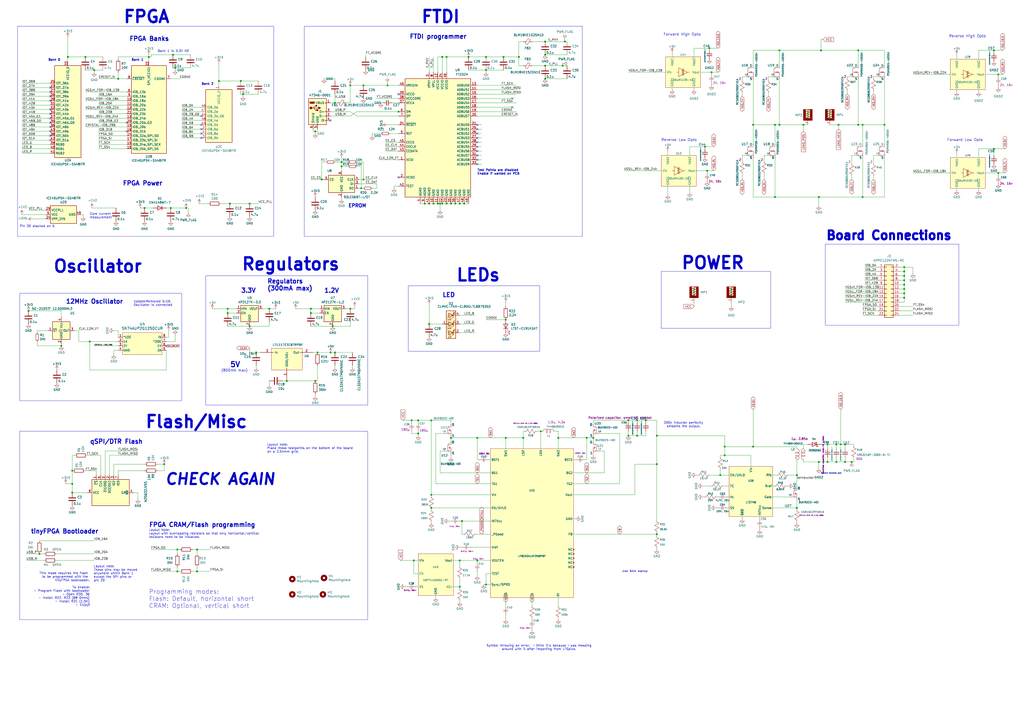
<source format=kicad_sch>
(kicad_sch (version 20231120) (generator "eeschema") (generator_version "8.0")
  (paper "A2")
  (junction (at 238.76 243.84))
  (junction (at 133.35 118.11))
  (junction (at 497.84 29.21))
  (junction (at 52.07 198.12))
  (junction (at 156.21 179.07))
  (junction (at 524.51 172.72))
  (junction (at 490.22 257.81))
  (junction (at 485.14 267.97))
  (junction (at 364.49 243.84))
  (junction (at 99.06 120.65))
  (junction (at 316.23 38.1))
  (junction (at 250.19 294.64))
  (junction (at 264.16 118.11))
  (junction (at 224.79 49.53))
  (junction (at 267.97 302.26))
  (junction (at 420.37 264.16))
  (junction (at 344.17 254))
  (junction (at 182.88 220.98))
  (junction (at 266.7 325.12))
  (junction (at 497.84 72.39))
  (junction (at 408.94 85.09))
  (junction (at 180.34 181.61))
  (junction (at 474.98 267.97))
  (junction (at 203.2 49.53))
  (junction (at 369.57 243.84))
  (junction (at 256.54 118.11))
  (junction (at 209.55 109.22))
  (junction (at 410.21 99.06))
  (junction (at 198.12 93.98))
  (junction (at 203.2 179.07))
  (junction (at 487.68 257.81))
  (junction (at 101.6 39.37))
  (junction (at 449.58 72.39))
  (junction (at 436.88 259.08))
  (junction (at 524.51 157.48))
  (junction (at 83.82 120.65))
  (junction (at 313.69 250.19))
  (junction (at 474.98 114.3))
  (junction (at 102.87 331.47))
  (junction (at 250.19 243.84))
  (junction (at 254 118.11))
  (junction (at 490.22 267.97))
  (junction (at 248.92 118.11))
  (junction (at 54.61 40.64))
  (junction (at 579.12 100.33))
  (junction (at 436.88 72.39))
  (junction (at 524.51 165.1))
  (junction (at 485.14 257.81))
  (junction (at 276.86 325.12))
  (junction (at 462.28 294.64))
  (junction (at 494.03 267.97))
  (junction (at 256.54 33.02))
  (junction (at 449.58 114.3))
  (junction (at 198.12 96.52))
  (junction (at 452.12 72.39))
  (junction (at 513.08 72.39))
  (junction (at 420.37 259.08))
  (junction (at 417.83 275.59))
  (junction (at 41.91 280.67))
  (junction (at 579.12 43.18))
  (junction (at 462.28 275.59))
  (junction (at 180.34 179.07))
  (junction (at 381 269.24))
  (junction (at 281.94 33.02))
  (junction (at 182.88 76.2))
  (junction (at 140.97 54.61))
  (junction (at 293.37 254))
  (junction (at 255.27 118.11))
  (junction (at 35.56 200.66))
  (junction (at 300.99 33.02))
  (junction (at 374.65 243.84))
  (junction (at 148.59 204.47))
  (junction (at 251.46 118.11))
  (junction (at 259.08 33.02))
  (junction (at 22.86 321.31))
  (junction (at 269.24 118.11))
  (junction (at 281.94 339.09))
  (junction (at 316.23 31.75))
  (junction (at 266.7 340.36))
  (junction (at 166.37 220.98))
  (junction (at 100.33 31.75))
  (junction (at 184.15 204.47))
  (junction (at 316.23 24.13))
  (junction (at 524.51 154.94))
  (junction (at 242.57 251.46))
  (junction (at 292.1 33.02))
  (junction (at 576.58 86.36))
  (junction (at 500.38 114.3))
  (junction (at 41.91 285.75))
  (junction (at 39.37 33.02))
  (junction (at 114.3 331.47))
  (junction (at 242.57 243.84))
  (junction (at 86.36 33.02))
  (junction (at 144.78 189.23))
  (junction (at 193.04 189.23))
  (junction (at 466.09 72.39))
  (junction (at 127 46.99))
  (junction (at 210.82 104.14))
  (junction (at 411.48 27.94))
  (junction (at 327.66 24.13))
  (junction (at 271.78 33.02))
  (junction (at 303.53 254))
  (junction (at 524.51 167.64))
  (junction (at 139.7 46.99))
  (junction (at 576.58 29.21))
  (junction (at 246.38 118.11))
  (junction (at 250.19 287.02))
  (junction (at 114.3 318.77))
  (junction (at 476.25 29.21))
  (junction (at 16.51 180.34))
  (junction (at 323.85 254))
  (junction (at 381 309.88))
  (junction (at 186.69 104.14))
  (junction (at 49.53 33.02))
  (junction (at 194.31 204.47))
  (junction (at 316.23 45.72))
  (junction (at 486.41 72.39))
  (junction (at 281.94 40.64))
  (junction (at 412.75 41.91))
  (junction (at 144.78 118.11))
  (junction (at 266.7 118.11))
  (junction (at 194.31 59.69))
  (junction (at 381 252.73))
  (junction (at 132.08 179.07))
  (junction (at 191.77 204.47))
  (junction (at 240.03 325.12))
  (junction (at 107.95 120.65))
  (junction (at 276.86 254))
  (junction (at 524.51 160.02))
  (junction (at 480.06 267.97))
  (junction (at 293.37 185.42))
  (junction (at 524.51 170.18))
  (junction (at 231.14 64.77))
  (junction (at 364.49 252.73))
  (junction (at 524.51 162.56))
  (junction (at 452.12 29.21))
  (junction (at 259.08 118.11))
  (junction (at 261.62 254))
  (junction (at 500.38 72.39))
  (junction (at 68.58 45.72))
  (junction (at 248.92 187.96))
  (junction (at 369.57 252.73))
  (junction (at 41.91 273.05))
  (junction (at 132.08 181.61))
  (junction (at 340.36 254))
  (junction (at 261.62 118.11))
  (junction (at 210.82 49.53))
  (junction (at 102.87 318.77))
  (junction (at 326.39 38.1))
  (junction (at 95.25 269.24))
  (junction (at 480.06 257.81))
  (no_connect (at 276.86 85.09))
  (no_connect (at 29.21 55.88))
  (no_connect (at 29.21 76.2))
  (no_connect (at 73.66 71.12))
  (no_connect (at 276.86 74.93))
  (no_connect (at 276.86 90.17))
  (no_connect (at 29.21 58.42))
  (no_connect (at 276.86 92.71))
  (no_connect (at 297.18 57.15))
  (no_connect (at 231.14 54.61))
  (no_connect (at 29.21 63.5))
  (no_connect (at 231.14 102.87))
  (no_connect (at 116.84 74.93))
  (no_connect (at 276.86 80.01))
  (no_connect (at 297.18 62.23))
  (no_connect (at 191.77 69.85))
  (no_connect (at 29.21 68.58))
  (no_connect (at 116.84 77.47))
  (no_connect (at 29.21 53.34))
  (no_connect (at 29.21 50.8))
  (no_connect (at 29.21 78.74))
  (no_connect (at 29.21 81.28))
  (no_connect (at 29.21 71.12))
  (no_connect (at 96.52 200.66))
  (no_connect (at 29.21 66.04))
  (no_connect (at 116.84 72.39))
  (no_connect (at 276.86 72.39))
  (no_connect (at 276.86 82.55))
  (no_connect (at 276.86 77.47))
  (no_connect (at 29.21 73.66))
  (no_connect (at 116.84 67.31))
  (no_connect (at 276.86 87.63))
  (no_connect (at 116.84 80.01))
  (no_connect (at 73.66 76.2))
  (no_connect (at 276.86 95.25))
  (wire (pts (xy 81.28 120.65) (xy 83.82 120.65)))
  (wire (pts (xy 163.83 220.98) (xy 166.37 220.98)))
  (wire (pts (xy 462.28 275.59) (xy 457.2 275.59)) (stroke (width 0.1524)))
  (wire (pts (xy 449.58 281.94) (xy 448.31 281.94)) (stroke (width 0.1524)))
  (wire (pts (xy 567.69 53.34) (xy 567.69 52.07)) (stroke (width 0.1524)))
  (wire (pts (xy 500.38 83.82) (xy 500.38 72.39)) (stroke (width 0.1524)))
  (wire (pts (xy 220.98 59.69) (xy 222.25 59.69)))
  (wire (pts (xy 227.33 59.69) (xy 231.14 59.69)))
  (wire (pts (xy 22.86 313.69) (xy 54.61 313.69)))
  (wire (pts (xy 300.99 38.1) (xy 303.53 38.1)))
  (wire (pts (xy 513.08 114.3) (xy 500.38 114.3)) (stroke (width 0.1524)))
  (wire (pts (xy 156.21 189.23) (xy 156.21 186.69)))
  (wire (pts (xy 91.44 273.05) (xy 95.25 273.05)))
  (wire (pts (xy 443.23 93.98) (xy 443.23 90.17)) (stroke (width 0.1524)))
  (wire (pts (xy 452.12 38.1) (xy 452.12 29.21)) (stroke (width 0.1524)))
  (wire (pts (xy 284.48 294.64) (xy 250.19 294.64)) (stroke (width 0.1524)))
  (wire (pts (xy 420.37 259.08) (xy 436.88 259.08)) (stroke (width 0.1524)))
  (wire (pts (xy 462.28 259.08) (xy 436.88 259.08)) (stroke (width 0.1524)))
  (wire (pts (xy 361.95 99.06) (xy 383.54 99.06)) (stroke (width 0.1524)))
  (wire (pts (xy 63.5 264.16) (xy 80.01 264.16)))
  (wire (pts (xy 203.2 189.23) (xy 203.2 186.69)))
  (wire (pts (xy 521.97 160.02) (xy 524.51 160.02)))
  (wire (pts (xy 250.19 295.91) (xy 250.19 294.64)) (stroke (width 0.1524)))
  (wire (pts (xy 203.2 64.77) (xy 207.01 67.31)))
  (wire (pts (xy 582.93 86.36) (xy 576.58 86.36)) (stroke (width 0.1524)))
  (wire (pts (xy 68.58 33.02) (xy 86.36 33.02)))
  (wire (pts (xy 485.14 257.81) (xy 487.68 257.81)) (stroke (width 0.1524)))
  (wire (pts (xy 58.42 264.16) (xy 50.8 264.16)))
  (wire (pts (xy 180.34 181.61) (xy 180.34 179.07)))
  (wire (pts (xy 66.04 191.77) (xy 68.58 191.77)))
  (wire (pts (xy 494.03 95.25) (xy 494.03 90.17)) (stroke (width 0.1524)))
  (wire (pts (xy 99.06 45.72) (xy 104.14 45.72)))
  (wire (pts (xy 485.14 72.39) (xy 481.33 72.39)) (stroke (width 0.1524)))
  (wire (pts (xy 73.66 86.36) (xy 57.15 86.36)))
  (wire (pts (xy 39.37 33.02) (xy 39.37 35.56)))
  (wire (pts (xy 424.18 175.26) (xy 424.18 177.8)))
  (wire (pts (xy 29.21 53.34) (xy 12.7 53.34)))
  (wire (pts (xy 182.88 228.6) (xy 182.88 229.87)))
  (wire (pts (xy 267.97 317.5) (xy 266.7 317.5)) (stroke (width 0.1524)))
  (wire (pts (xy 57.15 45.72) (xy 68.58 45.72)))
  (wire (pts (xy 462.28 303.53) (xy 462.28 302.26)) (stroke (width 0.1524)))
  (wire (pts (xy 231.14 77.47) (xy 226.06 77.47)))
  (wire (pts (xy 323.85 260.35) (xy 323.85 254)) (stroke (width 0.1524)))
  (wire (pts (xy 191.77 64.77) (xy 203.2 64.77)))
  (wire (pts (xy 308.61 359.41) (xy 308.61 358.14)) (stroke (width 0.1524)))
  (wire (pts (xy 123.19 179.07) (xy 132.08 179.07)))
  (wire (pts (xy 207.01 96.52) (xy 209.55 96.52)))
  (wire (pts (xy 132.08 179.07) (xy 137.16 179.07)))
  (wire (pts (xy 186.69 104.14) (xy 180.34 104.14)))
  (wire (pts (xy 491.49 54.61) (xy 491.49 52.07)) (stroke (width 0.1524)))
  (wire (pts (xy 187.96 104.14) (xy 186.69 104.14)))
  (wire (pts (xy 116.84 72.39) (xy 105.41 72.39)))
  (wire (pts (xy 334.01 266.7) (xy 332.74 266.7)) (stroke (width 0.1524)))
  (wire (pts (xy 73.66 71.12) (xy 57.15 71.12)))
  (wire (pts (xy 422.91 288.29) (xy 421.64 288.29)) (stroke (width 0.1524)))
  (wire (pts (xy 462.28 295.91) (xy 462.28 294.64)) (stroke (width 0.1524)))
  (wire (pts (xy 281.94 185.42) (xy 293.37 185.42)))
  (wire (pts (xy 412.75 41.91) (xy 406.4 41.91)) (stroke (width 0.1524)))
  (wire (pts (xy 189.23 93.98) (xy 186.69 93.98)))
  (wire (pts (xy 445.77 90.17) (xy 443.23 90.17)) (stroke (width 0.1524)))
  (wire (pts (xy 276.86 82.55) (xy 279.4 82.55)))
  (wire (pts (xy 29.21 68.58) (xy 12.7 68.58)))
  (wire (pts (xy 408.94 85.09) (xy 408.94 86.36)) (stroke (width 0.1524)))
  (wire (pts (xy 127 36.83) (xy 127 46.99)))
  (wire (pts (xy 139.7 54.61) (xy 140.97 54.61)))
  (wire (pts (xy 521.97 162.56) (xy 524.51 162.56)))
  (wire (pts (xy 209.55 96.52) (xy 209.55 109.22)))
  (wire (pts (xy 116.84 74.93) (xy 105.41 74.93)))
  (wire (pts (xy 46.99 124.46) (xy 48.26 124.46)))
  (wire (pts (xy 96.52 120.65) (xy 99.06 120.65)))
  (wire (pts (xy 275.59 309.88) (xy 284.48 309.88)) (stroke (width 0.1524)))
  (wire (pts (xy 462.28 283.21) (xy 462.28 275.59)) (stroke (width 0.1524)))
  (wire (pts (xy 350.52 274.32) (xy 350.52 261.62)) (stroke (width 0.1524)))
  (wire (pts (xy 16.51 121.92) (xy 26.67 121.92)))
  (wire (pts (xy 73.66 81.28) (xy 57.15 81.28)))
  (wire (pts (xy 487.68 237.49) (xy 487.68 257.81)) (stroke (width 0.1524)))
  (wire (pts (xy 259.08 118.11) (xy 261.62 118.11)))
  (wire (pts (xy 54.61 200.66) (xy 68.58 200.66)))
  (wire (pts (xy 267.97 309.88) (xy 267.97 302.26)) (stroke (width 0.1524)))
  (wire (pts (xy 29.21 71.12) (xy 12.7 71.12)))
  (wire (pts (xy 554.99 34.29) (xy 554.99 31.75)) (stroke (width 0.1524)))
  (wire (pts (xy 567.69 34.29) (xy 567.69 29.21)) (stroke (width 0.1524)))
  (wire (pts (xy 133.35 118.11) (xy 144.78 118.11)))
  (wire (pts (xy 191.77 59.69) (xy 194.31 59.69)))
  (wire (pts (xy 416.56 288.29) (xy 415.29 288.29)) (stroke (width 0.1524)))
  (wire (pts (xy 181.61 76.2) (xy 182.88 76.2)))
  (wire (pts (xy 73.66 66.04) (xy 57.15 66.04)))
  (wire (pts (xy 554.99 53.34) (xy 554.99 52.07)) (stroke (width 0.1524)))
  (wire (pts (xy 99.06 120.65) (xy 107.95 120.65)))
  (wire (pts (xy 327.66 22.86) (xy 327.66 24.13)))
  (wire (pts (xy 485.14 72.39) (xy 486.41 72.39)))
  (wire (pts (xy 323.85 351.79) (xy 323.85 346.71)) (stroke (width 0.1524)))
  (wire (pts (xy 29.21 81.28) (xy 12.7 81.28)))
  (wire (pts (xy 494.03 267.97) (xy 495.3 267.97)) (stroke (width 0.1524)))
  (wire (pts (xy 276.86 334.01) (xy 276.86 331.47)) (stroke (width 0.1524)))
  (wire (pts (xy 102.87 321.31) (xy 102.87 318.77)))
  (wire (pts (xy 144.78 204.47) (xy 148.59 204.47)))
  (wire (pts (xy 49.53 58.42) (xy 73.66 58.42)))
  (wire (pts (xy 506.73 104.14) (xy 506.73 101.6)) (stroke (width 0.1524)))
  (wire (pts (xy 490.22 172.72) (xy 509.27 172.72)))
  (wire (pts (xy 256.54 118.11) (xy 259.08 118.11)))
  (wire (pts (xy 420.37 264.16) (xy 417.83 264.16)) (stroke (width 0.1524)))
  (wire (pts (xy 477.52 22.86) (xy 476.25 22.86)) (stroke (width 0.1524)))
  (wire (pts (xy 194.31 204.47) (xy 204.47 204.47)))
  (wire (pts (xy 524.51 172.72) (xy 524.51 175.26)))
  (wire (pts (xy 416.56 27.94) (xy 411.48 27.94)) (stroke (width 0.1524)))
  (wire (pts (xy 381 252.73) (xy 420.37 252.73)) (stroke (width 0.1524)))
  (wire (pts (xy 369.57 243.84) (xy 374.65 243.84)) (stroke (width 0.1524)))
  (wire (pts (xy 476.25 22.86) (xy 476.25 29.21)) (stroke (width 0.1524)))
  (wire (pts (xy 480.06 257.81) (xy 485.14 257.81)) (stroke (width 0.1524)))
  (wire (pts (xy 116.84 69.85) (xy 105.41 69.85)))
  (wire (pts (xy 500.38 72.39) (xy 497.84 72.39)) (stroke (width 0.1524)))
  (wire (pts (xy 276.86 80.01) (xy 279.4 80.01)))
  (wire (pts (xy 381 311.15) (xy 381 309.88)) (stroke (width 0.1524)))
  (wire (pts (xy 203.2 49.53) (xy 210.82 49.53)))
  (wire (pts (xy 110.49 31.75) (xy 100.33 31.75)))
  (wire (pts (xy 29.21 50.8) (xy 12.7 50.8)))
  (wire (pts (xy 29.21 58.42) (xy 12.7 58.42)))
  (wire (pts (xy 327.66 24.13) (xy 328.93 24.13)))
  (wire (pts (xy 22.86 321.31) (xy 25.4 321.31)))
  (wire (pts (xy 54.61 325.12) (xy 33.02 325.12)))
  (wire (pts (xy 374.65 243.84) (xy 381 243.84)) (stroke (width 0.1524)))
  (wire (pts (xy 281.94 40.64) (xy 292.1 40.64)))
  (wire (pts (xy 344.17 254) (xy 344.17 252.73)) (stroke (width 0.1524)))
  (wire (pts (xy 494.03 44.45) (xy 491.49 44.45)) (stroke (width 0.1524)))
  (wire (pts (xy 452.12 29.21) (xy 436.88 29.21)) (stroke (width 0.1524)))
  (wire (pts (xy 238.76 250.19) (xy 238.76 251.46)) (stroke (width 0.1524)))
  (wire (pts (xy 243.84 118.11) (xy 246.38 118.11)))
  (wire (pts (xy 49.53 40.64) (xy 54.61 40.64)))
  (wire (pts (xy 496.57 90.17) (xy 494.03 90.17)) (stroke (width 0.1524)))
  (wire (pts (xy 411.48 27.94) (xy 411.48 29.21)))
  (wire (pts (xy 293.37 359.41) (xy 293.37 356.87)) (stroke (width 0.1524)))
  (wire (pts (xy 73.66 55.88) (xy 57.15 55.88)))
  (wire (pts (xy 400.05 90.17) (xy 400.05 85.09)) (stroke (width 0.1524)))
  (wire (pts (xy 387.35 107.95) (xy 387.35 113.03)) (stroke (width 0.1524)))
  (wire (pts (xy 29.21 88.9) (xy 12.7 88.9)))
  (wire (pts (xy 344.17 246.38) (xy 344.17 243.84)) (stroke (width 0.1524)))
  (wire (pts (xy 420.37 264.16) (xy 420.37 259.08)) (stroke (width 0.1524)))
  (wire (pts (xy 257.81 261.62) (xy 255.27 261.62)) (stroke (width 0.1524)))
  (wire (pts (xy 48.26 124.46) (xy 48.26 125.73)))
  (wire (pts (xy 389.89 33.02) (xy 389.89 30.48)) (stroke (width 0.1524)))
  (wire (pts (xy 12.7 124.46) (xy 26.67 124.46)))
  (wire (pts (xy 194.31 59.69) (xy 195.58 59.69)))
  (wire (pts (xy 486.41 72.39) (xy 497.84 72.39)))
  (wire (pts (xy 381 309.88) (xy 381 308.61)) (stroke (width 0.1524)))
  (wire (pts (xy 524.51 162.56) (xy 524.51 165.1)))
  (wire (pts (xy 29.21 48.26) (xy 12.7 48.26)))
  (wire (pts (xy 54.61 40.64) (xy 59.69 40.64)))
  (wire (pts (xy 500.38 177.8) (xy 509.27 177.8)))
  (wire (pts (xy 449.58 91.44) (xy 449.58 114.3)) (stroke (width 0.1524)))
  (wire (pts (xy 38.1 280.67) (xy 41.91 280.67)))
  (wire (pts (xy 490.22 257.81) (xy 490.22 260.35)) (stroke (width 0.1524)))
  (wire (pts (xy 156.21 220.98) (xy 156.21 223.52)))
  (wire (pts (xy 87.63 318.77) (xy 102.87 318.77)))
  (wire (pts (xy 509.27 90.17) (xy 506.73 90.17)) (stroke (width 0.1524)))
  (wire (pts (xy 350.52 261.62) (xy 347.98 261.62)) (stroke (width 0.1524)))
  (wire (pts (xy 521.97 182.88) (xy 529.59 182.88)))
  (wire (pts (xy 250.19 288.29) (xy 250.19 287.02)) (stroke (width 0.1524)))
  (wire (pts (xy 521.97 180.34) (xy 529.59 180.34)))
  (wire (pts (xy 29.21 66.04) (xy 12.7 66.04)))
  (wire (pts (xy 63.5 264.16) (xy 63.5 275.59)))
  (wire (pts (xy 276.86 85.09) (xy 279.4 85.09)))
  (wire (pts (xy 198.12 93.98) (xy 198.12 91.44)))
  (wire (pts (xy 252.73 280.67) (xy 284.48 280.67)) (stroke (width 0.1524)))
  (wire (pts (xy 240.03 325.12) (xy 232.41 325.12)) (stroke (width 0.1524)))
  (wire (pts (xy 308.61 346.71) (xy 308.61 351.79)) (stroke (width 0.1524)))
  (wire (pts (xy 209.55 109.22) (xy 210.82 109.22)))
  (wire (pts (xy 576.58 88.9) (xy 576.58 90.17)))
  (wire (pts (xy 256.54 33.02) (xy 259.08 33.02)))
  (wire (pts (xy 259.08 41.91) (xy 259.08 33.02)))
  (wire (pts (xy 284.48 287.02) (xy 250.19 287.02)) (stroke (width 0.1524)))
  (wire (pts (xy 240.03 332.74) (xy 240.03 325.12)) (stroke (width 0.1524)))
  (wire (pts (xy 29.21 78.74) (xy 12.7 78.74)))
  (wire (pts (xy 255.27 274.32) (xy 284.48 274.32)) (stroke (width 0.1524)))
  (wire (pts (xy 208.28 106.68) (xy 218.44 106.68)))
  (wire (pts (xy 474.98 119.38) (xy 474.98 114.3)) (stroke (width 0.1524)))
  (wire (pts (xy 567.69 91.44) (xy 567.69 86.36)) (stroke (width 0.1524)))
  (wire (pts (xy 83.82 273.05) (xy 68.58 273.05)))
  (wire (pts (xy 328.93 31.75) (xy 316.23 31.75)))
  (wire (pts (xy 513.08 83.82) (xy 513.08 72.39)) (stroke (width 0.1524)))
  (wire (pts (xy 194.31 212.09) (xy 194.31 213.36)))
  (wire (pts (xy 218.44 109.22) (xy 218.44 106.68)))
  (wire (pts (xy 303.53 254) (xy 293.37 254)) (stroke (width 0.1524)))
  (wire (pts (xy 328.93 45.72) (xy 316.23 45.72)))
  (wire (pts (xy 232.41 64.77) (xy 231.14 64.77)))
  (wire (pts (xy 513.08 29.21) (xy 497.84 29.21)) (stroke (width 0.1524)))
  (wire (pts (xy 579.12 100.33) (xy 571.5 100.33)) (stroke (width 0.1524)))
  (wire (pts (xy 524.51 154.94) (xy 524.51 157.48)))
  (wire (pts (xy 368.3 287.02) (xy 368.3 269.24)) (stroke (width 0.1524)))
  (wire (pts (xy 411.48 275.59) (xy 417.83 275.59)) (stroke (width 0.1524)))
  (wire (pts (xy 293.37 177.8) (xy 293.37 175.26)))
  (wire (pts (xy 15.24 325.12) (xy 25.4 325.12)))
  (wire (pts (xy 276.86 67.31) (xy 299.72 67.31)))
  (wire (pts (xy 102.87 331.47) (xy 104.14 331.47)))
  (wire (pts (xy 490.22 265.43) (xy 490.22 267.97)) (stroke (width 0.1524)))
  (wire (pts (xy 238.76 251.46) (xy 242.57 251.46)) (stroke (width 0.1524)))
  (wire (pts (xy 223.52 85.09) (xy 231.14 85.09)))
  (wire (pts (xy 39.37 33.02) (xy 49.53 33.02)))
  (wire (pts (xy 521.97 154.94) (xy 524.51 154.94)))
  (wire (pts (xy 254 33.02) (xy 256.54 33.02)))
  (wire (pts (xy 500.38 182.88) (xy 509.27 182.88)))
  (wire (pts (xy 68.58 34.29) (xy 68.58 33.02)))
  (wire (pts (xy 276.86 74.93) (xy 279.4 74.93)))
  (wire (pts (xy 248.92 187.96) (xy 256.54 187.96)))
  (wire (pts (xy 452.12 72.39) (xy 466.09 72.39)))
  (wire (pts (xy 149.86 46.99) (xy 139.7 46.99)))
  (wire (pts (xy 381 269.24) (xy 368.3 269.24)) (stroke (width 0.1524)))
  (wire (pts (xy 180.34 179.07) (xy 185.42 179.07)))
  (wire (pts (xy 458.47 288.29) (xy 448.31 288.29)) (stroke (width 0.1524)))
  (wire (pts (xy 223.52 87.63) (xy 231.14 87.63)))
  (wire (pts (xy 402.59 33.02) (xy 402.59 27.94)) (stroke (width 0.1524)))
  (wire (pts (xy 166.37 220.98) (xy 182.88 220.98)))
  (wire (pts (xy 300.99 33.02) (xy 300.99 38.1)))
  (wire (pts (xy 308.61 24.13) (xy 316.23 24.13)))
  (wire (pts (xy 101.6 39.37) (xy 110.49 39.37)))
  (wire (pts (xy 254 41.91) (xy 254 33.02)))
  (wire (pts (xy 436.88 38.1) (xy 436.88 29.21)) (stroke (width 0.1524)))
  (wire (pts (xy 194.31 54.61) (xy 194.31 59.69)))
  (wire (pts (xy 506.73 45.72) (xy 506.73 44.45)) (stroke (width 0.1524)))
  (wire (pts (xy 261.62 256.54) (xy 261.62 254)) (stroke (width 0.1524)))
  (wire (pts (xy 340.36 266.7) (xy 340.36 254)) (stroke (width 0.1524)))
  (wire (pts (xy 474.98 267.97) (xy 474.98 271.78)))
  (wire (pts (xy 506.73 95.25) (xy 506.73 90.17)) (stroke (width 0.1524)))
  (wire (pts (xy 452.12 29.21) (xy 476.25 29.21)) (stroke (width 0.1524)))
  (wire (pts (xy 400.05 111.76) (xy 400.05 107.95)) (stroke (width 0.1524)))
  (wire (pts (xy 420.37 252.73) (xy 420.37 259.08)) (stroke (width 0.1524)))
  (wire (pts (xy 430.53 46.99) (xy 430.53 44.45)) (stroke (width 0.1524)))
  (wire (pts (xy 95.25 269.24) (xy 95.25 273.05)))
  (wire (pts (xy 364.49 252.73) (xy 364.49 250.19)) (stroke (width 0.1524)))
  (wire (pts (xy 191.77 204.47) (xy 194.31 204.47)))
  (wire (pts (xy 87.63 331.47) (xy 102.87 331.47)))
  (wire (pts (xy 332.74 309.88) (xy 381 309.88)) (stroke (width 0.1524)))
  (wire (pts (xy 581.66 43.18) (xy 579.12 43.18)) (stroke (width 0.1524)))
  (wire (pts (xy 582.93 100.33) (xy 579.12 100.33)) (stroke (width 0.1524)))
  (wire (pts (xy 250.19 243.84) (xy 242.57 243.84)) (stroke (width 0.1524)))
  (wire (pts (xy 53.34 120.65) (xy 67.31 120.65)))
  (wire (pts (xy 579.12 44.45) (xy 579.12 43.18)) (stroke (width 0.1524)))
  (wire (pts (xy 411.48 27.94) (xy 402.59 27.94)) (stroke (width 0.1524)))
  (wire (pts (xy 73.66 78.74) (xy 57.15 78.74)))
  (wire (pts (xy 261.62 246.38) (xy 261.62 243.84)) (stroke (width 0.1524)))
  (wire (pts (xy 521.97 157.48) (xy 524.51 157.48)))
  (wire (pts (xy 58.42 264.16) (xy 58.42 275.59)))
  (wire (pts (xy 581.66 29.21) (xy 576.58 29.21)) (stroke (width 0.1524)))
  (wire (pts (xy 242.57 325.12) (xy 240.03 325.12)) (stroke (width 0.1524)))
  (wire (pts (xy 198.12 93.98) (xy 198.12 96.52)))
  (wire (pts (xy 476.25 257.81) (xy 480.06 257.81)) (stroke (width 0.1524)))
  (wire (pts (xy 297.18 62.23) (xy 276.86 62.23)))
  (wire (pts (xy 223.52 82.55) (xy 231.14 82.55)))
  (wire (pts (xy 111.76 331.47) (xy 114.3 331.47)))
  (wire (pts (xy 490.22 267.97) (xy 494.03 267.97)) (stroke (width 0.1524)))
  (wire (pts (xy 207.01 93.98) (xy 210.82 93.98)))
  (wire (pts (xy 68.58 191.77) (xy 68.58 195.58)))
  (wire (pts (xy 485.14 267.97) (xy 490.22 267.97)) (stroke (width 0.1524)))
  (wire (pts (xy 228.6 109.22) (xy 228.6 107.95)))
  (wire (pts (xy 55.88 273.05) (xy 55.88 275.59)))
  (wire (pts (xy 276.86 49.53) (xy 299.72 49.53)))
  (wire (pts (xy 109.22 120.65) (xy 107.95 120.65)))
  (wire (pts (xy 43.18 264.16) (xy 41.91 264.16)))
  (wire (pts (xy 49.53 33.02) (xy 59.69 33.02)))
  (wire (pts (xy 276.86 72.39) (xy 279.4 72.39)))
  (wire (pts (xy 224.79 72.39) (xy 231.14 72.39)))
  (wire (pts (xy 369.57 243.84) (xy 369.57 245.11)) (stroke (width 0.1524)))
  (wire (pts (xy 97.79 191.77) (xy 97.79 195.58)))
  (wire (pts (xy 436.88 259.08) (xy 436.88 237.49)) (stroke (width 0.1524)))
  (wire (pts (xy 340.36 266.7) (xy 339.09 266.7)) (stroke (width 0.1524)))
  (wire (pts (xy 284.48 266.7) (xy 283.21 266.7)) (stroke (width 0.1524)))
  (wire (pts (xy 430.53 93.98) (xy 430.53 90.17)) (stroke (width 0.1524)))
  (wire (pts (xy 127 46.99) (xy 139.7 46.99)))
  (wire (pts (xy 87.63 31.75) (xy 100.33 31.75)))
  (wire (pts (xy 524.51 157.48) (xy 524.51 160.02)))
  (wire (pts (xy 100.33 39.37) (xy 101.6 39.37)))
  (wire (pts (xy 316.23 38.1) (xy 326.39 38.1)))
  (wire (pts (xy 364.49 243.84) (xy 369.57 243.84)) (stroke (width 0.1524)))
  (wire (pts (xy 271.78 40.64) (xy 281.94 40.64)))
  (wire (pts (xy 252.73 280.67) (xy 252.73 251.46)) (stroke (width 0.1524)))
  (wire (pts (xy 29.21 76.2) (xy 12.7 76.2)))
  (wire (pts (xy 96.52 195.58) (xy 97.79 195.58)))
  (wire (pts (xy 73.66 53.34) (xy 49.53 53.34)))
  (wire (pts (xy 266.7 182.88) (xy 275.59 182.88)))
  (wire (pts (xy 579.12 50.8) (xy 579.12 49.53)))
  (wire (pts (xy 374.65 243.84) (xy 374.65 245.11)) (stroke (width 0.1524)))
  (wire (pts (xy 29.21 83.82) (xy 12.7 83.82)))
  (wire (pts (xy 242.57 332.74) (xy 240.03 332.74)) (stroke (width 0.1524)))
  (wire (pts (xy 148.59 212.09) (xy 148.59 213.36)))
  (wire (pts (xy 486.41 72.39) (xy 486.41 74.93)))
  (wire (pts (xy 266.7 340.36) (xy 262.89 340.36)) (stroke (width 0.1524)))
  (wire (pts (xy 29.21 73.66) (xy 12.7 73.66)))
  (wire (pts (xy 412.75 49.53) (xy 412.75 48.26)))
  (wire (pts (xy 35.56 180.34) (xy 35.56 184.15)))
  (wire (pts (xy 208.28 104.14) (xy 210.82 104.14)))
  (wire (pts (xy 448.31 44.45) (xy 445.77 44.45)) (stroke (width 0.1524)))
  (wire (pts (xy 576.58 29.21) (xy 576.58 30.48)))
  (wire (pts (xy 449.58 72.39) (xy 436.88 72.39)) (stroke (width 0.1524)))
  (wire (pts (xy 466.09 267.97) (xy 466.09 266.7)) (stroke (width 0.1524)))
  (wire (pts (xy 513.08 72.39) (xy 500.38 72.39)) (stroke (width 0.1524)))
  (wire (pts (xy 387.35 90.17) (xy 387.35 87.63)) (stroke (width 0.1524)))
  (wire (pts (xy 554.99 91.44) (xy 554.99 88.9)) (stroke (width 0.1524)))
  (wire (pts (xy 276.86 325.12) (xy 266.7 325.12)) (stroke (width 0.1524)))
  (wire (pts (xy 381 252.73) (xy 381 269.24)) (stroke (width 0.1524)))
  (wire (pts (xy 579.12 43.18) (xy 571.5 43.18)) (stroke (width 0.1524)))
  (wire (pts (xy 422.91 281.94) (xy 419.1 281.94)) (stroke (width 0.1524)))
  (wire (pts (xy 524.51 160.02) (xy 524.51 162.56)))
  (wire (pts (xy 374.65 250.19) (xy 374.65 252.73)) (stroke (width 0.1524)))
  (wire (pts (xy 500.38 91.44) (xy 500.38 114.3)) (stroke (width 0.1524)))
  (wire (pts (xy 495.3 265.43) (xy 495.3 267.97)) (stroke (width 0.1524)))
  (wire (pts (xy 513.08 72.39) (xy 513.08 45.72)) (stroke (width 0.1524)))
  (wire (pts (xy 416.56 294.64) (xy 415.29 294.64)) (stroke (width 0.1524)))
  (wire (pts (xy 35.56 199.39) (xy 35.56 200.66)))
  (wire (pts (xy 487.68 257.81) (xy 490.22 257.81)) (stroke (width 0.1524)))
  (wire (pts (xy 293.37 260.35) (xy 293.37 254)) (stroke (width 0.1524)))
  (wire (pts (xy 215.9 77.47) (xy 215.9 78.74)))
  (wire (pts (xy 276.86 326.39) (xy 276.86 325.12)) (stroke (width 0.1524)))
  (wire (pts (xy 248.92 176.53) (xy 248.92 187.96)))
  (wire (pts (xy 201.93 96.52) (xy 198.12 96.52)))
  (wire (pts (xy 252.73 346.71) (xy 252.73 345.44)) (stroke (width 0.1524)))
  (wire (pts (xy 326.39 36.83) (xy 326.39 38.1)))
  (wire (pts (xy 246.38 118.11) (xy 248.92 118.11)))
  (wire (pts (xy 417.83 275.59) (xy 417.83 271.78)) (stroke (width 0.1524)))
  (wire (pts (xy 101.6 39.37) (xy 101.6 40.64)))
  (wire (pts (xy 490.22 170.18) (xy 509.27 170.18)))
  (wire (pts (xy 203.2 179.07) (xy 205.74 179.07)))
  (wire (pts (xy 494.03 104.14) (xy 494.03 101.6)) (stroke (width 0.1524)))
  (wire (pts (xy 116.84 62.23) (xy 105.41 62.23)))
  (wire (pts (xy 449.58 72.39) (xy 452.12 72.39)))
  (wire (pts (xy 466.09 72.39) (xy 466.09 76.2)))
  (wire (pts (xy 132.08 181.61) (xy 132.08 179.07)))
  (wire (pts (xy 203.2 67.31) (xy 207.01 64.77)))
  (wire (pts (xy 422.91 294.64) (xy 421.64 294.64)) (stroke (width 0.1524)))
  (wire (pts (xy 462.28 275.59) (xy 462.28 266.7)) (stroke (width 0.1524)))
  (wire (pts (xy 114.3 328.93) (xy 114.3 331.47)))
  (wire (pts (xy 83.82 120.65) (xy 88.9 120.65)))
  (wire (pts (xy 443.23 104.14) (xy 443.23 100.33)) (stroke (width 0.1524)))
  (wire (pts (xy 281.94 332.74) (xy 284.48 332.74)) (stroke (width 0.1524)))
  (wire (pts (xy 16.51 180.34) (xy 35.56 180.34)))
  (wire (pts (xy 21.59 191.77) (xy 27.94 191.77)))
  (wire (pts (xy 501.65 157.48) (xy 509.27 157.48)))
  (wire (pts (xy 485.14 257.81) (xy 485.14 260.35)) (stroke (width 0.1524)))
  (wire (pts (xy 408.94 288.29) (xy 407.67 288.29)) (stroke (width 0.1524)))
  (wire (pts (xy 480.06 257.81) (xy 480.06 260.35)) (stroke (width 0.1524)))
  (wire (pts (xy 184.15 220.98) (xy 184.15 212.09)))
  (wire (pts (xy 400.05 85.09) (xy 408.94 85.09)) (stroke (width 0.1524)))
  (wire (pts (xy 529.59 154.94) (xy 529.59 158.75)))
  (wire (pts (xy 116.84 64.77) (xy 105.41 64.77)))
  (wire (pts (xy 449.58 83.82) (xy 449.58 72.39)) (stroke (width 0.1524)))
  (wire (pts (xy 45.72 198.12) (xy 52.07 198.12)))
  (wire (pts (xy 266.7 328.93) (xy 266.7 325.12)) (stroke (width 0.1524)))
  (wire (pts (xy 191.77 67.31) (xy 203.2 67.31)))
  (wire (pts (xy 182.88 76.2) (xy 184.15 76.2)))
  (wire (pts (xy 132.08 189.23) (xy 144.78 189.23)))
  (wire (pts (xy 381 302.26) (xy 381 269.24)) (stroke (width 0.1524)))
  (wire (pts (xy 275.59 193.04) (xy 266.7 193.04)))
  (wire (pts (xy 524.51 170.18) (xy 524.51 172.72)))
  (wire (pts (xy 266.7 118.11) (xy 269.24 118.11)))
  (wire (pts (xy 364.49 245.11) (xy 364.49 243.84)) (stroke (width 0.1524)))
  (wire (pts (xy 52.07 198.12) (xy 68.58 198.12)))
  (wire (pts (xy 66.04 269.24) (xy 66.04 275.59)))
  (wire (pts (xy 293.37 346.71) (xy 293.37 351.79)) (stroke (width 0.1524)))
  (wire (pts (xy 276.86 254) (xy 261.62 254)) (stroke (width 0.1524)))
  (wire (pts (xy 491.49 45.72) (xy 491.49 44.45)) (stroke (width 0.1524)))
  (wire (pts (xy 435.61 270.51) (xy 435.61 264.16)) (stroke (width 0.1524)))
  (wire (pts (xy 405.13 275.59) (xy 403.86 275.59)) (stroke (width 0.1524)))
  (wire (pts (xy 205.74 177.8) (xy 205.74 179.07)))
  (wire (pts (xy 445.77 46.99) (xy 445.77 44.45)) (stroke (width 0.1524)))
  (wire (pts (xy 462.28 260.35) (xy 462.28 259.08)) (stroke (width 0.1524)))
  (wire (pts (xy 276.86 59.69) (xy 299.72 59.69)))
  (wire (pts (xy 182.88 220.98) (xy 184.15 220.98)))
  (wire (pts (xy 184.15 76.2) (xy 184.15 74.93)))
  (wire (pts (xy 77.47 285.75) (xy 80.01 285.75)))
  (wire (pts (xy 284.48 325.12) (xy 276.86 325.12)) (stroke (width 0.1524)))
  (wire (pts (xy 148.59 204.47) (xy 151.13 204.47)))
  (wire (pts (xy 219.71 92.71) (xy 231.14 92.71)))
  (wire (pts (xy 474.98 114.3) (xy 449.58 114.3)) (stroke (width 0.1524)))
  (wire (pts (xy 29.21 55.88) (xy 12.7 55.88)))
  (wire (pts (xy 200.66 179.07) (xy 203.2 179.07)))
  (wire (pts (xy 41.91 273.05) (xy 41.91 280.67)))
  (wire (pts (xy 524.51 165.1) (xy 524.51 167.64)))
  (wire (pts (xy 248.92 118.11) (xy 251.46 118.11)))
  (wire (pts (xy 308.61 38.1) (xy 316.23 38.1)))
  (wire (pts (xy 60.96 261.62) (xy 80.01 261.62)))
  (wire (pts (xy 194.31 45.72) (xy 194.31 46.99)))
  (wire (pts (xy 344.17 254) (xy 340.36 254)) (stroke (width 0.1524)))
  (wire (pts (xy 303.53 250.19) (xy 303.53 254)) (stroke (width 0.1524)))
  (wire (pts (xy 466.09 267.97) (xy 474.98 267.97)) (stroke (width 0.1524)))
  (wire (pts (xy 326.39 38.1) (xy 328.93 38.1)))
  (wire (pts (xy 436.88 72.39) (xy 436.88 45.72)) (stroke (width 0.1524)))
  (wire (pts (xy 267.97 302.26) (xy 284.48 302.26)) (stroke (width 0.1524)))
  (wire (pts (xy 228.6 107.95) (xy 231.14 107.95)))
  (wire (pts (xy 501.65 160.02) (xy 509.27 160.02)))
  (wire (pts (xy 186.69 93.98) (xy 186.69 104.14)))
  (wire (pts (xy 440.69 300.99) (xy 440.69 299.72)) (stroke (width 0.1524)))
  (wire (pts (xy 271.78 33.02) (xy 281.94 33.02)))
  (wire (pts (xy 276.86 87.63) (xy 279.4 87.63)))
  (wire (pts (xy 266.7 325.12) (xy 262.89 325.12)) (stroke (width 0.1524)))
  (wire (pts (xy 116.84 67.31) (xy 105.41 67.31)))
  (wire (pts (xy 29.21 63.5) (xy 12.7 63.5)))
  (wire (pts (xy 109.22 123.19) (xy 109.22 120.65)))
  (wire (pts (xy 60.96 261.62) (xy 60.96 275.59)))
  (wire (pts (xy 308.61 365.76) (xy 308.61 364.49)) (stroke (width 0.1524)))
  (wire (pts (xy 86.36 33.02) (xy 86.36 31.75)))
  (wire (pts (xy 210.82 49.53) (xy 224.79 49.53)))
  (wire (pts (xy 184.15 204.47) (xy 191.77 204.47)))
  (wire (pts (xy 207.01 64.77) (xy 231.14 64.77)))
  (wire (pts (xy 102.87 328.93) (xy 102.87 331.47)))
  (wire (pts (xy 521.97 175.26) (xy 524.51 175.26)))
  (wire (pts (xy 194.31 93.98) (xy 198.12 93.98)))
  (wire (pts (xy 233.68 243.84) (xy 238.76 243.84)) (stroke (width 0.1524)))
  (wire (pts (xy 416.56 41.91) (xy 412.75 41.91)) (stroke (width 0.1524)))
  (wire (pts (xy 21.59 191.77) (xy 21.59 193.04)))
  (wire (pts (xy 554.99 110.49) (xy 554.99 109.22)) (stroke (width 0.1524)))
  (wire (pts (xy 466.09 72.39) (xy 468.63 72.39)))
  (wire (pts (xy 359.41 280.67) (xy 359.41 251.46)) (stroke (width 0.1524)))
  (wire (pts (xy 54.61 321.31) (xy 33.02 321.31)))
  (wire (pts (xy 242.57 251.46) (xy 242.57 250.19)) (stroke (width 0.1524)))
  (wire (pts (xy 276.86 254) (xy 293.37 254)) (stroke (width 0.1524)))
  (wire (pts (xy 140.97 54.61) (xy 140.97 55.88)))
  (wire (pts (xy 364.49 41.91) (xy 386.08 41.91)) (stroke (width 0.1524)))
  (wire (pts (xy 433.07 90.17) (xy 430.53 90.17)) (stroke (width 0.1524)))
  (wire (pts (xy 73.66 73.66) (xy 49.53 73.66)))
  (wire (pts (xy 567.69 110.49) (xy 567.69 109.22)) (stroke (width 0.1524)))
  (wire (pts (xy 567.69 29.21) (xy 576.58 29.21)) (stroke (width 0.1524)))
  (wire (pts (xy 250.19 303.53) (xy 250.19 302.26)) (stroke (width 0.1524)))
  (wire (pts (xy 381 318.77) (xy 381 317.5)) (stroke (width 0.1524)))
  (wire (pts (xy 381 243.84) (xy 381 252.73)) (stroke (width 0.1524)))
  (wire (pts (xy 198.12 115.57) (xy 198.12 114.3)))
  (wire (pts (xy 266.7 349.25) (xy 266.7 347.98)) (stroke (width 0.1524)))
  (wire (pts (xy 250.19 287.02) (xy 250.19 243.84)) (stroke (width 0.1524)))
  (wire (pts (xy 224.79 49.53) (xy 231.14 49.53)))
  (wire (pts (xy 207.01 67.31) (xy 231.14 67.31)))
  (wire (pts (xy 462.28 294.64) (xy 448.31 294.64)) (stroke (width 0.1524)))
  (wire (pts (xy 369.57 250.19) (xy 369.57 252.73)) (stroke (width 0.1524)))
  (wire (pts (xy 276.86 54.61) (xy 299.72 54.61)))
  (wire (pts (xy 332.74 280.67) (xy 359.41 280.67)) (stroke (width 0.1524)))
  (wire (pts (xy 369.57 252.73) (xy 374.65 252.73)) (stroke (width 0.1524)))
  (wire (pts (xy 114.3 321.31) (xy 114.3 318.77)))
  (wire (pts (xy 236.22 340.36) (xy 234.95 340.36)) (stroke (width 0.1524)))
  (wire (pts (xy 485.14 265.43) (xy 485.14 267.97)) (stroke (width 0.1524)))
  (wire (pts (xy 452.12 72.39) (xy 452.12 45.72)) (stroke (width 0.1524)))
  (wire (pts (xy 269.24 309.88) (xy 267.97 309.88)) (stroke (width 0.1524)))
  (wire (pts (xy 182.88 77.47) (xy 182.88 76.2)))
  (wire (pts (xy 490.22 175.26) (xy 509.27 175.26)))
  (wire (pts (xy 261.62 302.26) (xy 260.35 302.26)) (stroke (width 0.1524)))
  (wire (pts (xy 201.93 93.98) (xy 198.12 93.98)))
  (wire (pts (xy 414.02 85.09) (xy 408.94 85.09)) (stroke (width 0.1524)))
  (wire (pts (xy 364.49 252.73) (xy 369.57 252.73)) (stroke (width 0.1524)))
  (wire (pts (xy 275.59 187.96) (xy 266.7 187.96)))
  (wire (pts (xy 276.86 52.07) (xy 299.72 52.07)))
  (wire (pts (xy 259.08 33.02) (xy 271.78 33.02)))
  (wire (pts (xy 266.7 340.36) (xy 266.7 335.28)) (stroke (width 0.1524)))
  (wire (pts (xy 276.86 77.47) (xy 279.4 77.47)))
  (wire (pts (xy 497.84 72.39) (xy 497.84 45.72)) (stroke (width 0.1524)))
  (wire (pts (xy 436.88 83.82) (xy 436.88 72.39)) (stroke (width 0.1524)))
  (wire (pts (xy 314.96 250.19) (xy 313.69 250.19)) (stroke (width 0.1524)))
  (wire (pts (xy 433.07 44.45) (xy 430.53 44.45)) (stroke (width 0.1524)))
  (wire (pts (xy 49.53 273.05) (xy 55.88 273.05)))
  (wire (pts (xy 417.83 265.43) (xy 417.83 264.16)) (stroke (width 0.1524)))
  (wire (pts (xy 506.73 54.61) (xy 506.73 52.07)) (stroke (width 0.1524)))
  (wire (pts (xy 402.59 177.8) (xy 402.59 175.26)))
  (wire (pts (xy 73.66 83.82) (xy 57.15 83.82)))
  (wire (pts (xy 210.82 104.14) (xy 215.9 104.14)))
  (wire (pts (xy 21.59 200.66) (xy 35.56 200.66)))
  (wire (pts (xy 73.66 60.96) (xy 57.15 60.96)))
  (wire (pts (xy 457.2 281.94) (xy 455.93 281.94)) (stroke (width 0.1524)))
  (wire (pts (xy 466.09 260.35) (xy 466.09 257.81)) (stroke (width 0.1524)))
  (wire (pts (xy 276.86 90.17) (xy 279.4 90.17)))
  (wire (pts (xy 524.51 167.64) (xy 524.51 170.18)))
  (wire (pts (xy 96.52 214.63) (xy 52.07 214.63)))
  (wire (pts (xy 490.22 257.81) (xy 495.3 257.81)) (stroke (width 0.1524)))
  (wire (pts (xy 45.72 191.77) (xy 45.72 198.12)))
  (wire (pts (xy 218.44 57.15) (xy 231.14 57.15)))
  (wire (pts (xy 39.37 21.59) (xy 39.37 33.02)))
  (wire (pts (xy 264.16 118.11) (xy 266.7 118.11)))
  (wire (pts (xy 66.04 203.2) (xy 68.58 203.2)))
  (wire (pts (xy 476.25 29.21) (xy 497.84 29.21)) (stroke (width 0.1524)))
  (wire (pts (xy 80.01 289.56) (xy 80.01 285.75)))
  (wire (pts (xy 91.44 269.24) (xy 95.25 269.24)))
  (wire (pts (xy 251.46 118.11) (xy 254 118.11)))
  (wire (pts (xy 359.41 251.46) (xy 347.98 251.46)) (stroke (width 0.1524)))
  (wire (pts (xy 128.27 118.11) (xy 133.35 118.11)))
  (wire (pts (xy 114.3 318.77) (xy 121.92 318.77)))
  (wire (pts (xy 521.97 167.64) (xy 524.51 167.64)))
  (wire (pts (xy 144.78 118.11) (xy 149.86 118.11)))
  (wire (pts (xy 73.66 63.5) (xy 49.53 63.5)))
  (wire (pts (xy 255.27 121.92) (xy 255.27 118.11)))
  (wire (pts (xy 184.15 204.47) (xy 181.61 204.47)))
  (wire (pts (xy 267.97 302.26) (xy 266.7 302.26)) (stroke (width 0.1524)))
  (wire (pts (xy 132.08 181.61) (xy 137.16 181.61)))
  (wire (pts (xy 490.22 167.64) (xy 509.27 167.64)))
  (wire (pts (xy 513.08 38.1) (xy 513.08 29.21)) (stroke (width 0.1524)))
  (wire (pts (xy 323.85 250.19) (xy 321.31 250.19)) (stroke (width 0.1524)))
  (wire (pts (xy 466.09 257.81) (xy 468.63 257.81)) (stroke (width 0.1524)))
  (wire (pts (xy 83.82 269.24) (xy 66.04 269.24)))
  (wire (pts (xy 276.86 266.7) (xy 276.86 254)) (stroke (width 0.1524)))
  (wire (pts (xy 521.97 172.72) (xy 524.51 172.72)))
  (wire (pts (xy 144.78 189.23) (xy 156.21 189.23)))
  (wire (pts (xy 116.84 80.01) (xy 105.41 80.01)))
  (wire (pts (xy 171.45 179.07) (xy 180.34 179.07)))
  (wire (pts (xy 281.94 33.02) (xy 292.1 33.02)))
  (wire (pts (xy 462.28 294.64) (xy 462.28 289.56)) (stroke (width 0.1524)))
  (wire (pts (xy 203.2 59.69) (xy 203.2 49.53)))
  (wire (pts (xy 304.8 250.19) (xy 303.53 250.19)) (stroke (width 0.1524)))
  (wire (pts (xy 52.07 198.12) (xy 52.07 214.63)))
  (wire (pts (xy 257.81 251.46) (xy 252.73 251.46)) (stroke (width 0.1524)))
  (wire (pts (xy 101.6 194.31) (xy 101.6 198.12)))
  (wire (pts (xy 180.34 181.61) (xy 185.42 181.61)))
  (wire (pts (xy 261.62 243.84) (xy 250.19 243.84)) (stroke (width 0.1524)))
  (wire (pts (xy 332.74 300.99) (xy 334.01 300.99)))
  (wire (pts (xy 389.89 52.07) (xy 389.89 50.8)) (stroke (width 0.1524)))
  (wire (pts (xy 284.48 317.5) (xy 273.05 317.5)) (stroke (width 0.1524)))
  (wire (pts (xy 435.61 264.16) (xy 420.37 264.16)) (stroke (width 0.1524)))
  (wire (pts (xy 500.38 114.3) (xy 474.98 114.3)) (stroke (width 0.1524)))
  (wire (pts (xy 513.08 114.3) (xy 513.08 91.44)) (stroke (width 0.1524)))
  (wire (pts (xy 269.24 118.11) (xy 271.78 118.11)))
  (wire (pts (xy 410.21 99.06) (xy 403.86 99.06)) (stroke (width 0.1524)))
  (wire (pts (xy 86.36 33.02) (xy 86.36 35.56)))
  (wire (pts (xy 220.98 77.47) (xy 215.9 77.47)))
  (wire (pts (xy 242.57 252.73) (xy 242.57 251.46)) (stroke (width 0.1524)))
  (wire (pts (xy 524.51 154.94) (xy 529.59 154.94)))
  (wire (pts (xy 73.66 68.58) (xy 49.53 68.58)))
  (wire (pts (xy 313.69 250.19) (xy 313.69 260.35)) (stroke (width 0.1524)))
  (wire (pts (xy 430.53 300.99) (xy 430.53 299.72)) (stroke (width 0.1524)))
  (wire (pts (xy 261.62 118.11) (xy 264.16 118.11)))
  (wire (pts (xy 180.34 189.23) (xy 193.04 189.23)))
  (wire (pts (xy 68.58 41.91) (xy 68.58 45.72)))
  (wire (pts (xy 102.87 318.77) (xy 104.14 318.77)))
  (wire (pts (xy 436.88 114.3) (xy 436.88 91.44)) (stroke (width 0.1524)))
  (wire (pts (xy 281.94 41.91) (xy 281.94 40.64)))
  (wire (pts (xy 497.84 38.1) (xy 497.84 29.21)) (stroke (width 0.1524)))
  (wire (pts (xy 316.23 24.13) (xy 327.66 24.13)))
  (wire (pts (xy 200.66 59.69) (xy 203.2 59.69)))
  (wire (pts (xy 96.52 203.2) (xy 96.52 214.63)))
  (wire (pts (xy 127 46.99) (xy 127 49.53)))
  (wire (pts (xy 364.49 243.84) (xy 344.17 243.84)) (stroke (width 0.1524)))
  (wire (pts (xy 280.67 339.09) (xy 281.94 339.09)))
  (wire (pts (xy 54.61 40.64) (xy 54.61 41.91)))
  (wire (pts (xy 242.57 340.36) (xy 241.3 340.36)) (stroke (width 0.1524)))
  (wire (pts (xy 215.9 109.22) (xy 218.44 109.22)))
  (wire (pts (xy 412.75 43.18) (xy 412.75 41.91)) (stroke (width 0.1524)))
  (wire (pts (xy 29.21 86.36) (xy 12.7 86.36)))
  (wire (pts (xy 204.47 212.09) (xy 204.47 213.36)))
  (wire (pts (xy 303.53 260.35) (xy 303.53 254)) (stroke (width 0.1524)))
  (wire (pts (xy 501.65 154.94) (xy 509.27 154.94)))
  (wire (pts (xy 261.62 265.43) (xy 261.62 262.89)) (stroke (width 0.1524)))
  (wire (pts (xy 430.53 104.14) (xy 430.53 100.33)) (stroke (width 0.1524)))
  (wire (pts (xy 238.76 243.84) (xy 238.76 245.11)) (stroke (width 0.1524)))
  (wire (pts (xy 576.58 86.36) (xy 576.58 88.9)) (stroke (width 0.1524)))
  (wire (pts (xy 152.4 179.07) (xy 156.21 179.07)))
  (wire (pts (xy 576.58 86.36) (xy 567.69 86.36)) (stroke (width 0.1524)))
  (wire (pts (xy 344.17 256.54) (xy 344.17 254)) (stroke (width 0.1524)))
  (wire (pts (xy 87.63 33.02) (xy 87.63 31.75)))
  (wire (pts (xy 115.57 118.11) (xy 120.65 118.11)))
  (wire (pts (xy 261.62 254) (xy 261.62 252.73)) (stroke (width 0.1524)))
  (wire (pts (xy 521.97 165.1) (xy 524.51 165.1)))
  (wire (pts (xy 551.18 100.33) (xy 529.59 100.33)) (stroke (width 0.1524)))
  (wire (pts (xy 254 118.11) (xy 255.27 118.11)))
  (wire (pts (xy 323.85 250.19) (xy 323.85 254)) (stroke (width 0.1524)))
  (wire (pts (xy 412.75 281.94) (xy 407.67 281.94)) (stroke (width 0.1524)))
  (wire (pts (xy 276.86 57.15) (xy 297.18 57.15)))
  (wire (pts (xy 300.99 24.13) (xy 303.53 24.13)))
  (wire (pts (xy 332.74 274.32) (xy 350.52 274.32)) (stroke (width 0.1524)))
  (wire (pts (xy 21.59 198.12) (xy 21.59 200.66)))
  (wire (pts (xy 292.1 33.02) (xy 300.99 33.02)))
  (wire (pts (xy 500.38 180.34) (xy 509.27 180.34)))
  (wire (pts (xy 96.52 198.12) (xy 101.6 198.12)))
  (wire (pts (xy 198.12 96.52) (xy 198.12 99.06)))
  (wire (pts (xy 266.7 341.63) (xy 266.7 340.36)) (stroke (width 0.1524)))
  (wire (pts (xy 501.65 162.56) (xy 509.27 162.56)))
  (wire (pts (xy 509.27 44.45) (xy 506.73 44.45)) (stroke (width 0.1524)))
  (wire (pts (xy 281.94 339.09) (xy 284.48 339.09)) (stroke (width 0.1524)))
  (wire (pts (xy 281.94 339.09) (xy 281.94 332.74)) (stroke (width 0.1524)))
  (wire (pts (xy 41.91 264.16) (xy 41.91 273.05)))
  (wire (pts (xy 474.98 267.97) (xy 480.06 267.97)) (stroke (width 0.1524)))
  (wire (pts (xy 224.79 48.26) (xy 224.79 49.53)))
  (wire (pts (xy 449.58 114.3) (xy 436.88 114.3)) (stroke (width 0.1524)))
  (wire (pts (xy 480.06 267.97) (xy 485.14 267.97)) (stroke (width 0.1524)))
  (wire (pts (xy 68.58 273.05) (xy 68.58 275.59)))
  (wire (pts (xy 43.18 191.77) (xy 45.72 191.77)))
  (wire (pts (xy 276.86 64.77) (xy 299.72 64.77)))
  (wire (pts (xy 300.99 24.13) (xy 300.99 33.02)))
  (wire (pts (xy 422.91 275.59) (xy 417.83 275.59)) (stroke (width 0.1524)))
  (wire (pts (xy 521.97 170.18) (xy 524.51 170.18)))
  (wire (pts (xy 501.65 165.1) (xy 509.27 165.1)))
  (wire (pts (xy 68.58 45.72) (xy 73.66 45.72)))
  (wire (pts (xy 368.3 287.02) (xy 332.74 287.02)) (stroke (width 0.1524)))
  (wire (pts (xy 579.12 101.6) (xy 579.12 100.33)) (stroke (width 0.1524)))
  (wire (pts (xy 251.46 41.91) (xy 251.46 33.02)))
  (wire (pts (xy 144.78 201.93) (xy 144.78 204.47)))
  (wire (pts (xy 276.86 92.71) (xy 279.4 92.71)))
  (wire (pts (xy 111.76 318.77) (xy 114.3 318.77)))
  (wire (pts (xy 238.76 243.84) (xy 242.57 243.84)) (stroke (width 0.1524)))
  (wire (pts (xy 276.86 95.25) (xy 279.4 95.25)))
  (wire (pts (xy 255.27 118.11) (xy 256.54 118.11)))
  (wire (pts (xy 480.06 267.97) (xy 480.06 265.43)) (stroke (width 0.1524)))
  (wire (pts (xy 256.54 41.91) (xy 256.54 33.02)))
  (wire (pts (xy 193.04 189.23) (xy 203.2 189.23)))
  (wire (pts (xy 521.97 177.8) (xy 529.59 177.8)))
  (wire (pts (xy 313.69 250.19) (xy 311.15 250.19)) (stroke (width 0.1524)))
  (wire (pts (xy 181.61 74.93) (xy 181.61 76.2)))
  (wire (pts (xy 440.69 307.34) (xy 440.69 306.07)) (stroke (width 0.1524)))
  (wire (pts (xy 323.85 254) (xy 340.36 254)) (stroke (width 0.1524)))
  (wire (pts (xy 242.57 245.11) (xy 242.57 243.84)) (stroke (width 0.1524)))
  (wire (pts (xy 208.28 109.22) (xy 209.55 109.22)))
  (wire (pts (xy 156.21 179.07) (xy 160.02 179.07)))
  (wire (pts (xy 551.18 43.18) (xy 529.59 43.18)) (stroke (width 0.1524)))
  (wire (pts (xy 410.21 100.33) (xy 410.21 99.06)) (stroke (width 0.1524)))
  (wire (pts (xy 116.84 77.47) (xy 105.41 77.47)))
  (wire (pts (xy 255.27 274.32) (xy 255.27 261.62)) (stroke (width 0.1524)))
  (wire (pts (xy 323.85 359.41) (xy 323.85 358.14)) (stroke (width 0.1524)))
  (wire (pts (xy 19.05 127) (xy 26.67 127)))
  (wire (pts (xy 114.3 331.47) (xy 121.92 331.47)))
  (wire (pts (xy 66.04 205.74) (xy 66.04 203.2)))
  (wire (pts (xy 15.24 321.31) (xy 22.86 321.31)))
  (wire (pts (xy 41.91 280.67) (xy 41.91 285.75)))
  (wire (pts (xy 212.09 33.02) (xy 212.09 31.75)))
  (wire (pts (xy 344.17 264.16) (xy 344.17 262.89)) (stroke (width 0.1524)))
  (wire (pts (xy 29.21 60.96) (xy 12.7 60.96)))
  (wire (pts (xy 402.59 52.07) (xy 402.59 50.8)) (stroke (width 0.1524)))
  (wire (pts (xy 495.3 257.81) (xy 495.3 259.08)) (stroke (width 0.1524)))
  (wire (pts (xy 140.97 54.61) (xy 149.86 54.61)))
  (wire (pts (xy 414.02 99.06) (xy 410.21 99.06)) (stroke (width 0.1524)))
  (wire (pts (xy 86.36 33.02) (xy 87.63 33.02)))
  (wire (pts (xy 278.13 266.7) (xy 276.86 266.7)) (stroke (width 0.1524)))
  (wire (pts (xy 445.77 55.88) (xy 445.77 53.34)) (stroke (width 0.1524)))
  (wire (pts (xy 430.53 55.88) (xy 430.53 53.34)) (stroke (width 0.1524)))
  (wire (pts (xy 248.92 41.91) (xy 248.92 33.02)))
  (wire (pts (xy 450.85 275.59) (xy 448.31 275.59)) (stroke (width 0.1524)))
  (wire (pts (xy 41.91 285.75) (xy 50.8 285.75)))
  (wire (pts (xy 73.66 76.2) (xy 57.15 76.2)))
  (wire (pts (xy 210.82 93.98) (xy 210.82 104.14)))
  (wire (pts (xy 187.96 45.72) (xy 194.31 45.72)))
  (rectangle (start 119.38 160.02) (end 213.36 234.95))
  (rectangle (start 236.855 165.735) (end 313.055 203.835))
  (rectangle (start 383.54 157.48) (end 447.04 190.5))
  (rectangle (start 11.43 170.18) (end 105.41 232.41))
  (rectangle (start 478.79 141.605) (end 556.26 188.595))
  (rectangle (start 176.53 15.24) (end 337.82 137.16))
  (rectangle (start 10.16 15.24) (end 158.75 137.16))
  (rectangle (start 11.43 250.19) (end 213.36 359.41))
  (text "Layout note:\nThese pins may be moved \nanywhere within Bank 1\nexcept the SPI pins or \npin 20" (at 54.356 337.566 0) (effects (font (size 1.27 1.27)) (justify left bottom)))
  (text "LEDs" (at 264.16 163.83 0) (effects (font (size 7 7) (bold yes)) (justify left bottom)))
  (text "Flash/Misc" (at 83.82 248.92 0) (effects (font (size 7 7) (bold yes)) (justify left bottom)))
  (text "Reverse Low Opto" (at 383.54 81.28 0) (effects (font (size 1.524 1.524)) (justify left)))
  (text "Bank 2" (at 116.84 49.53 0) (effects (font (size 1.27 1.27) (thickness 0.254) (bold yes)) (justify left bottom)))
  (text "200n inductor perfectly\nsmooths the output." (at 396.494 246.38 0) (effects (font (size 1.27 1.27))))
  (text "Forward Low Opto" (at 549.402 81.28 0) (effects (font (size 1.524 1.524)) (justify left)))
  (text "Bank 1 is 3.3V IO!" (at 91.44 30.48 0) (effects (font (size 1.27 1.27)) (justify left bottom)))
  (text "Layout note:\nPlace these testpoints on the bottom of the board\non a 2.54mm grid." (at 154.94 262.89 0) (effects (font (size 1.27 1.27)) (justify left bottom)))
  (text "Second isolated gnd\n" (at 482.092 274.574 0) (effects (font (size 0.762 0.762))))
  (text "1.2V" (at 187.96 170.18 0) (effects (font (size 2.54 2.54) (thickness 0.508) (bold yes)) (justify left bottom)))
  (text "Update:Removed SJ16,\nOscillator is connected" (at 77.47 177.8 0) (effects (font (size 1.27 1.27)) (justify left bottom)))
  (text "POWER" (at 413.512 152.654 0) (effects (font (size 7 7) (thickness 1.4) (bold yes))))
  (text "Regulators\n(300mA max)" (at 154.94 168.91 0) (effects (font (size 2.54 2.54) (thickness 0.508) (bold yes)) (justify left bottom)))
  (text "FPGA Banks" (at 74.93 24.13 0) (effects (font (size 2.54 2.54) (thickness 0.508) (bold yes)) (justify left bottom)))
  (text "Pin 30 stacked on 5" (at 11.43 132.08 0) (effects (font (size 1.27 1.27)) (justify left bottom)))
  (text "Bank 0" (at 27.94 35.56 0) (effects (font (size 1.27 1.27) (thickness 0.254) (bold yes)) (justify left bottom)))
  (text "This mode requires the flash \nto be programmed with the \ntinyFPGA bootloader.\n\nTo enable:\n- Program Flash with bootloader\n- Open R35, 36\n- Install R22, R23 (68 Ohms)\n- Install R21 (1.5K)\n- Enjoy!" (at 52.07 351.79 0) (effects (font (size 1.27 1.27)) (justify right bottom)))
  (text "Board Connections" (at 478.79 139.7 0) (effects (font (size 5.08 5.08) (thickness 1.4) (bold yes)) (justify left bottom)))
  (text "CHECK AGAIN" (at 127.762 278.13 0) (effects (font (size 6.35 6.35) (thickness 1.27) (bold yes) (italic yes))))
  (text "FTDI" (at 243.84 13.97 0) (effects (font (size 7 7) (bold yes)) (justify left bottom)))
  (text "Regulators" (at 139.7 157.48 0) (effects (font (size 7 7) (bold yes)) (justify left bottom)))
  (text "EPROM" (at 201.93 120.65 0) (effects (font (size 2 2) (thickness 0.4) (bold yes)) (justify left bottom)))
  (text "Core current \nmeasurement" (at 52.07 127 0) (effects (font (size 1.27 1.27)) (justify left bottom)))
  (text "LED" (at 256.54 172.72 0) (effects (font (size 2.54 2.54) (thickness 0.508) (bold yes)) (justify left bottom)))
  (text "FTDI programmer" (at 237.49 22.86 0) (effects (font (size 2.54 2.54) (thickness 0.508) (bold yes)) (justify left bottom)))
  (text "qSPI/DTR Flash" (at 52.07 257.81 0) (effects (font (size 2.54 2.54) (thickness 0.508) (bold yes)) (justify left bottom)))
  (text "(800mA max)" (at 128.27 215.9 0) (effects (font (size 1.5 1.5)) (justify left bottom)))
  (text "tinyFPGA Bootloader" (at 17.78 309.88 0) (effects (font (size 2.54 2.54) (thickness 0.508) (bold yes)) (justify left bottom)))
  (text "FPGA CRAM/Flash programming" (at 86.36 306.07 0) (effects (font (size 2.54 2.54) (thickness 0.508) (bold yes)) (justify left bottom)))
  (text "12MHz Oscillator" (at 38.1 176.53 0) (effects (font (size 2.54 2.54) (thickness 0.508) (bold yes)) (justify left bottom)))
  (text "Layout Note:\nLayout with overlapping resistors so that only horizontal/vertical\nresistors need to be installed." (at 86.36 312.42 0) (effects (font (size 1.27 1.27)) (justify left bottom)))
  (text "Symbol throwing an error.  I think it's because I was messing\naround with it after importing from LTSpice." (at 312.674 375.666 0) (effects (font (size 1.27 1.27))))
  (text "FPGA Power" (at 71.12 107.95 0) (effects (font (size 2.54 2.54) (thickness 0.508) (bold yes)) (justify left bottom)))
  (text "Oscillator" (at 30.48 158.75 0) (effects (font (size 7 7) (bold yes)) (justify left bottom)))
  (text ".tran 6mm startup" (at 360.68 331.47 0) (effects (font (size 1.0668 1.0668)) (justify left)))
  (text "3.3V" (at 139.7 170.18 0) (effects (font (size 2.54 2.54) (thickness 0.508) (bold yes)) (justify left bottom)))
  (text "Reverse High Opto" (at 550.418 21.082 0) (effects (font (size 1.524 1.524)) (justify left)))
  (text "Test Points are disabled\nEnable if wanted on PCB" (at 276.86 101.6 0) (effects (font (size 1.27 1.27) (bold yes)) (justify left bottom)))
  (text "Forward High Opto" (at 384.81 20.066 0) (effects (font (size 1.524 1.524)) (justify left)))
  (text "Bank 1" (at 76.2 35.56 0) (effects (font (size 1.27 1.27) (thickness 0.254) (bold yes)) (justify left bottom)))
  (text "FPGA" (at 71.12 13.97 0) (effects (font (size 7 7) (thickness 1.4) (bold yes)) (justify left bottom)))
  (text "Programming modes:\nFlash: Default, horizontal short\nCRAM: Optional, vertical short" (at 86.36 353.06 0) (effects (font (size 2.54 2.54)) (justify left bottom)))
  (text "5V" (at 133.35 213.36 0) (effects (font (size 3 3) (thickness 0.6) (bold yes)) (justify left bottom)))
  (label "toInductor" (at 462.28 278.13 0))
  (label "IOT_51A" (at 12.7 81.28 0))
  (label "FT_SSn" (at 290.83 59.69 0))
  (label "EE_CS" (at 180.34 104.14 0))
  (label "EE_CS" (at 223.52 82.55 0))
  (label "V_PLL" (at 323.85 38.1 180))
  (label "V_USB" (at 194.31 57.15 0))
  (label "FT_SCK" (at 57.15 264.16 180))
  (label "IOT_38B" (at 12.7 53.34 0))
  (label "IOB_31B" (at 57.15 76.2 0))
  (label "IOT_46B_G0" (at 12.7 71.12 0))
  (label "IOT_37A" (at 12.7 50.8 0))
  (label "IOB_6A" (at 105.41 74.93 0))
  (label "USB_P" (at 15.24 321.31 0))
  (label "IOB_16A" (at 54.61 313.69 0))
  (label "IOB_4A" (at 105.41 69.85 0))
  (label "FT_SSn" (at 57.15 86.36 0))
  (label "IOB_23B" (at 54.61 325.12 0))
  (label "IOT_42B" (at 501.65 165.1 0))
  (label "V_PHY" (at 248.92 39.37 90))
  (label "FT_VCORE" (at 218.44 57.15 0))
  (label "FT_SCK" (at 500.38 182.88 0))
  (label "VGS:L_FOR-IOB_18A" (at 490.22 170.18 0))
  (label "LED_G" (at 12.7 83.82 0))
  (label "FT_SCK" (at 57.15 83.82 0))
  (label "IOB_8A" (at 105.41 77.47 0))
  (label "IOB_5B" (at 105.41 72.39 0))
  (label "VCC_PLL" (at 149.86 118.11 0))
  (label "FPGA_SI" (at 57.15 81.28 0))
  (label "VGS:H_FOR-IOB_13B" (at 49.53 53.34 0))
  (label "EE_CLK" (at 212.09 104.14 0))
  (label "FT_SSn" (at 529.59 177.8 0))
  (label "IOT_48B" (at 12.7 73.66 0))
  (label "IOB_4A" (at 501.65 160.02 0))
  (label "VGS:L_FOR-IOB_18A" (at 529.59 100.33 0))
  (label "CDONE" (at 281.94 185.42 0))
  (label "VCC_PLL" (at 16.51 121.92 0))
  (label "USB_M" (at 194.31 67.31 0))
  (label "VGS:H_FOR-IOB_13B" (at 364.49 41.91 0))
  (label "IOB_0A" (at 105.41 62.23 0))
  (label "LED_B" (at 269.24 182.88 0))
  (label "IOT_43A" (at 12.7 63.5 0))
  (label "CRYSTAL-IOB_29B" (at 54.61 200.66 0) (effects (font (size 0.762 0.762))))
  (label "CRESET_N" (at 290.83 67.31 0))
  (label "IOT_36B" (at 12.7 48.26 0))
  (label "IOT_44B" (at 12.7 66.04 0))
  (label "FT_VCORE" (at 212.09 31.75 0))
  (label "EE_DAT" (at 212.09 106.68 0))
  (label "IOB_25B_G3" (at 57.15 71.12 0))
  (label "FLASH_MISO" (at 529.59 182.88 0))
  (label "FLASH_MOSI" (at 529.59 180.34 0))
  (label "FLASH_MISO" (at 68.58 264.16 0))
  (label "FPGA_SI" (at 500.38 180.34 0))
  (label "IOB_2A" (at 105.41 64.77 0))
  (label "LED_G" (at 269.24 187.96 0))
  (label "V_PHY" (at 323.85 24.13 180))
  (label "VGS:L_FOR-IOB_18A" (at 49.53 58.42 0))
  (label "FLASH_MOSI" (at 68.58 261.62 0))
  (label "V_PLL" (at 251.46 39.37 90))
  (label "VGS:L_REV-IOB_24A" (at 361.95 99.06 0))
  (label "CRESET_N" (at 57.15 45.72 0))
  (label "IOB_9B" (at 105.41 80.01 0))
  (label "EE_CLK" (at 223.52 85.09 0))
  (label "IOB_20A" (at 54.61 321.31 0))
  (label "FLASH_MOSI" (at 290.83 52.07 0))
  (label "VGS:L_REV-IOB_24A" (at 49.53 68.58 0))
  (label "IOB_20A" (at 57.15 60.96 0))
  (label "VGS:H_REV-IOB_22A" (at 490.22 172.72 0))
  (label "USB_M" (at 15.24 325.12 0))
  (label "IOT_42B" (at 12.7 60.96 0))
  (label "CDONE" (at 290.83 64.77 0))
  (label "LED_B" (at 12.7 86.36 0))
  (label "FPGA_SO" (at 87.63 318.77 0))
  (label "VGS:H_FOR-IOB_13B" (at 490.22 167.64 0))
  (label "FT_SSn" (at 49.53 273.05 0))
  (label "LED_R" (at 269.24 193.04 0))
  (label "VGS:H_REV-IOB_22A" (at 529.59 43.18 0))
  (label "IOT_41A" (at 12.7 58.42 0))
  (label "IOB_23B" (at 57.15 66.04 0))
  (label "IOT_39A" (at 12.7 55.88 0))
  (label "USB_P" (at 194.31 64.77 0))
  (label "IOT_50B" (at 12.7 78.74 0))
  (label "IOB_3B_G6" (at 105.41 67.31 0))
  (label "EE_DAT" (at 223.52 87.63 0))
  (label "IOT_45A_G1" (at 12.7 68.58 0))
  (label "CRYSTAL-IOB_29B" (at 49.53 73.66 0))
  (label "FLASH_MOSI" (at 121.92 318.77 0))
  (label "IOB_2A" (at 501.65 157.48 0))
  (label "FLASH_MISO" (at 87.63 331.47 0))
  (label "FLASH_MISO" (at 290.83 54.61 0))
  (label "CLK_12M_FT" (at 45.72 191.77 0))
  (label "IOB_16A" (at 57.15 55.88 0))
  (label "CDONE" (at 104.14 45.72 0))
  (label "LED_R" (at 12.7 88.9 0))
  (label "CLK_12M_FT" (at 219.71 92.71 0))
  (label "IOT_36B" (at 501.65 162.56 0))
  (label "FPGA_SO" (at 57.15 78.74 0))
  (label "IOB_0A" (at 501.65 154.94 0))
  (label "FPGA_SI" (at 121.92 331.47 0))
  (label "VGS:H_REV-IOB_22A" (at 49.53 63.5 0))
  (label "FPGA_SO" (at 500.38 177.8 0))
  (label "FT_SCK" (at 290.83 49.53 0))
  (label "VGS:L_REV-IOB_24A" (at 490.22 175.26 0))
  (label "IOT_49A" (at 12.7 76.2 0))
  (global_label "10.5V" (shape bidirectional) (at 144.78 201.93 180) (effects (font (size 1.0668 1.0668))) (property "Intersheetrefs" "${INTERSHEET_REFS}" (effects (hide yes))))
  (global_label "VCC" (shape input) (at 232.41 325.12 90) (property "Intersheetrefs" "${INTERSHEET_REFS}" (effects (hide yes))))
  (global_label "VGS_RL" (shape bidirectional) (at 443.23 104.14 270) (effects (font (size 1.0668 1.0668))) (property "Intersheetrefs" "${INTERSHEET_REFS}" (effects (hide yes))))
  (global_label "VGS_FH" (shape bidirectional) (at 430.53 55.88 270) (effects (font (size 1.0668 1.0668))) (property "Intersheetrefs" "${INTERSHEET_REFS}" (effects (hide yes))))
  (global_label "CLK_12M_EXT" (shape input) (at 96.52 200.66 0) (effects (font (size 0.635 0.635))) (property "Intersheetrefs" "${INTERSHEET_REFS}" (effects (hide yes))))
  (global_label "SS" (shape bidirectional) (at 293.37 349.25 90) (effects (font (size 1.0668 1.0668))) (property "Intersheetrefs" "${INTERSHEET_REFS}" (effects (hide yes))))
  (global_label "VGS_FH" (shape bidirectional) (at 445.77 55.88 270) (effects (font (size 1.0668 1.0668))) (property "Intersheetrefs" "${INTERSHEET_REFS}" (effects (hide yes))))
  (global_label "10.5V" (shape bidirectional) (at 436.88 237.49 90) (effects (font (size 1.0668 1.0668))) (property "Intersheetrefs" "${INTERSHEET_REFS}" (effects (hide yes))))
  (global_label "VGS_RL" (shape bidirectional) (at 414.02 99.06 90) (effects (font (size 1.0668 1.0668))) (property "Intersheetrefs" "${INTERSHEET_REFS}" (effects (hide yes))))
  (global_label "VGS_FL" (shape bidirectional) (at 506.73 104.14 270) (effects (font (size 1.0668 1.0668))) (property "Intersheetrefs" "${INTERSHEET_REFS}" (effects (hide yes))))
  (global_label "FB" (shape bidirectional) (at 359.41 309.88 90) (effects (font (size 1.0668 1.0668))) (property "Intersheetrefs" "${INTERSHEET_REFS}" (effects (hide yes))))
  (global_label "BG2" (shape bidirectional) (at 340.36 274.32 90) (effects (font (size 1.0668 1.0668))) (property "Intersheetrefs" "${INTERSHEET_REFS}" (effects (hide yes))))
  (global_label "TG1" (shape bidirectional) (at 276.86 280.67 90) (effects (font (size 1.0668 1.0668))) (property "Intersheetrefs" "${INTERSHEET_REFS}" (effects (hide yes))))
  (global_label "INTVcc" (shape bidirectional) (at 279.4 302.26 90) (effects (font (size 1.0668 1.0668))) (property "Intersheetrefs" "${INTERSHEET_REFS}" (effects (hide yes))))
  (global_label "VGS_RH" (shape bidirectional) (at 506.73 54.61 270) (effects (font (size 1.0668 1.0668))) (property "Intersheetrefs" "${INTERSHEET_REFS}" (effects (hide yes))))
  (global_label "VCC" (shape input) (at 477.52 22.86 0) (property "Intersheetrefs" "${INTERSHEET_REFS}" (effects (hide yes))))
  (global_label "VGS_RH" (shape bidirectional) (at 581.66 43.18 90) (effects (font (size 1.0668 1.0668))) (property "Intersheetrefs" "${INTERSHEET_REFS}" (effects (hide yes))))
  (global_label "10.5V" (shape bidirectional) (at 582.93 86.36 90) (effects (font (size 1.0668 1.0668))) (property "Intersheetrefs" "${INTERSHEET_REFS}" (effects (hide yes))))
  (global_label "ISO_10.5" (shape bidirectional) (at 416.56 27.94 90) (effects (font (size 1.0668 1.0668))) (property "Intersheetrefs" "${INTERSHEET_REFS}" (effects (hide yes))))
  (global_label "VGS_FL" (shape bidirectional) (at 494.03 104.14 270) (effects (font (size 1.0668 1.0668))) (property "Intersheetrefs" "${INTERSHEET_REFS}" (effects (hide yes))))
  (global_label "VGS_FL" (shape bidirectional) (at 582.93 100.33 90) (effects (font (size 1.0668 1.0668))) (property "Intersheetrefs" "${INTERSHEET_REFS}" (effects (hide yes))))
  (global_label "ISO_10.5" (shape bidirectional) (at 487.68 237.49 90) (effects (font (size 1.0668 1.0668))) (property "Intersheetrefs" "${INTERSHEET_REFS}" (effects (hide yes))))
  (global_label "BG1" (shape bidirectional) (at 276.86 274.32 90) (effects (font (size 1.0668 1.0668))) (property "Intersheetrefs" "${INTERSHEET_REFS}" (effects (hide yes))))
  (global_label "VGS_RH" (shape bidirectional) (at 491.49 54.61 270) (effects (font (size 1.0668 1.0668))) (property "Intersheetrefs" "${INTERSHEET_REFS}" (effects (hide yes))))
  (global_label "VGS_RL" (shape bidirectional) (at 430.53 104.14 270) (effects (font (size 1.0668 1.0668))) (property "Intersheetrefs" "${INTERSHEET_REFS}" (effects (hide yes))))
  (global_label "_PGOOD" (shape bidirectional) (at 279.4 309.88 90) (effects (font (size 1.0668 1.0668))) (property "Intersheetrefs" "${INTERSHEET_REFS}" (effects (hide yes))))
  (global_label "VCC" (shape input) (at 402.59 177.8 180) (property "Intersheetrefs" "${INTERSHEET_REFS}" (effects (hide yes))))
  (global_label "LOAD_NEG" (shape input) (at 486.41 74.93 270) (property "Intersheetrefs" "${INTERSHEET_REFS}" (effects (hide yes))))
  (global_label "SW1" (shape bidirectional) (at 284.48 254 90) (effects (font (size 1.0668 1.0668))) (property "Intersheetrefs" "${INTERSHEET_REFS}" (effects (hide yes))))
  (global_label "VGS_FH" (shape bidirectional) (at 416.56 41.91 90) (effects (font (size 1.0668 1.0668))) (property "Intersheetrefs" "${INTERSHEET_REFS}" (effects (hide yes))))
  (global_label "VC" (shape bidirectional) (at 308.61 349.25 90) (effects (font (size 1.0668 1.0668))) (property "Intersheetrefs" "${INTERSHEET_REFS}" (effects (hide yes))))
  (global_label "ISO_10.5" (shape bidirectional) (at 581.66 29.21 90) (effects (font (size 1.0668 1.0668))) (property "Intersheetrefs" "${INTERSHEET_REFS}" (effects (hide yes))))
  (global_label "TG2" (shape bidirectional) (at 340.36 280.67 90) (effects (font (size 1.0668 1.0668))) (property "Intersheetrefs" "${INTERSHEET_REFS}" (effects (hide yes))))
  (global_label "VCC" (shape input) (at 233.68 243.84 90) (property "Intersheetrefs" "${INTERSHEET_REFS}" (effects (hide yes))))
  (global_label "SW2" (shape bidirectional) (at 332.74 254 90) (effects (font (size 1.0668 1.0668))) (property "Intersheetrefs" "${INTERSHEET_REFS}" (effects (hide yes))))
  (global_label "10.5V" (shape bidirectional) (at 414.02 85.09 90) (effects (font (size 1.0668 1.0668))) (property "Intersheetrefs" "${INTERSHEET_REFS}" (effects (hide yes))))
  (global_label "LOAD_POS" (shape input) (at 466.09 76.2 270) (property "Intersheetrefs" "${INTERSHEET_REFS}" (effects (hide yes))))
  (symbol (lib_id "FPGA_Lattice:ICE40UP5K-SG48ITR") (at 39.37 63.5 0) (unit 1)
    (property "Reference" "U2" (at 39.37 92.9386 0))
    (property "Value" "ICE40UP5K-SG48ITR" (at 39.37 95.25 0))
    (property "Footprint" "Package_DFN_QFN:QFN-48-1EP_7x7mm_P0.5mm_EP5.6x5.6mm" (effects (hide yes)))
    (property "Datasheet" "http://www.latticesemi.com/Products/FPGAandCPLD/iCE40Ultra" (effects (hide yes)))
    (property "Description" "iCE40 UltraPlus FPGA, 5280 LUTs, 1.2V, 48-pin QFN" (effects (hide yes)))
  )
  (symbol (lib_id "FPGA_Lattice:ICE40UP5K-SG48ITR") (at 127 67.31 0) (unit 3)
    (property "Reference" "U2" (at 127 85.09 0))
    (property "Value" "ICE40UP5K-SG48ITR" (at 127 87.4014 0))
    (property "Footprint" "Package_DFN_QFN:QFN-48-1EP_7x7mm_P0.5mm_EP5.6x5.6mm" (effects (hide yes)))
    (property "Datasheet" "http://www.latticesemi.com/Products/FPGAandCPLD/iCE40Ultra" (effects (hide yes)))
    (property "Description" "iCE40 UltraPlus FPGA, 5280 LUTs, 1.2V, 48-pin QFN" (effects (hide yes)))
  )
  (symbol (lib_id "FPGA_Lattice:ICE40UP5K-SG48ITR") (at 36.83 124.46 90) (unit 4)
    (property "Reference" "U2" (at 36.83 117.2464 90))
    (property "Value" "ICE40UP5K-SG48ITR" (at 36.83 114.935 90))
    (property "Footprint" "Package_DFN_QFN:QFN-48-1EP_7x7mm_P0.5mm_EP5.6x5.6mm" (effects (hide yes)))
    (property "Datasheet" "http://www.latticesemi.com/Products/FPGAandCPLD/iCE40Ultra" (effects (hide yes)))
    (property "Description" "iCE40 UltraPlus FPGA, 5280 LUTs, 1.2V, 48-pin QFN" (effects (hide yes)))
  )
  (symbol (lib_id "power:+2V5") (at 19.05 127 90) (unit 1)
    (property "Reference" "#PWR04" (effects (hide yes)))
    (property "Value" "+2V5" (at 15.7988 126.619 90) (effects (justify left)))
    (property "Description" "Power symbol creates a global label with name \"+2V5\"" (effects (hide yes)))
  )
  (symbol (lib_id "Device:C") (at 49.53 36.83 0) (unit 1)
    (property "Reference" "C4" (at 52.451 35.6616 0) (effects (justify left)))
    (property "Value" "0.1u" (at 50.165 39.37 0) (effects (justify left)))
    (property "Footprint" "Capacitor_SMD:C_0603_1608Metric" (effects (hide yes)))
    (property "Description" "Unpolarized capacitor" (effects (hide yes)))
    (property "MPN" "C1005X5R0J104K050BA" (effects (hide yes)))
  )
  (symbol (lib_id "Device:C") (at 100.33 35.56 0) (unit 1)
    (property "Reference" "C9" (at 103.251 34.3916 0) (effects (justify left)))
    (property "Value" "0.1u" (at 100.965 38.1 0) (effects (justify left)))
    (property "Footprint" "Capacitor_SMD:C_0603_1608Metric" (effects (hide yes)))
    (property "Description" "Unpolarized capacitor" (effects (hide yes)))
  )
  (symbol (lib_id "Device:C") (at 139.7 50.8 0) (unit 1)
    (property "Reference" "C13" (at 142.621 49.6316 0) (effects (justify left)))
    (property "Value" "0.1u" (at 140.335 53.34 0) (effects (justify left)))
    (property "Footprint" "Capacitor_SMD:C_0603_1608Metric" (effects (hide yes)))
    (property "Description" "Unpolarized capacitor" (effects (hide yes)))
  )
  (symbol (lib_id "New_Library:FT232H") (at 254 80.01 0) (unit 1)
    (property "Reference" "U9" (at 265.43 40.64 0))
    (property "Value" "FT232H" (at 267.97 43.18 0))
    (property "Footprint" "Package_DFN_QFN:QFN-48-1EP_8x8mm_P0.5mm_EP6.2x6.2mm" (effects (hide yes)))
    (property "Datasheet" "https://www.ftdichip.com/Support/Documents/DataSheets/ICs/DS_FT232H.pdf" (effects (hide yes)))
    (property "Description" "Hi Speed Single Channel USB UART/FIFO, LQFP/QFN-48" (effects (hide yes)))
  )
  (symbol (lib_id "power:GND") (at 255.27 121.92 0) (unit 1)
    (property "Reference" "#PWR059" (effects (hide yes)))
    (property "Value" "GND" (at 255.27 125.73 0))
    (property "Description" "Power symbol creates a global label with name \"GND\" , ground" (effects (hide yes)))
  )
  (symbol (lib_id "Oscillator:SG-210STF") (at 35.56 191.77 0) (unit 1)
    (property "Reference" "U1" (at 40.64 181.61 0) (effects (justify left)))
    (property "Value" "SG-210STF 12.0000ML3" (at 18.415 179.07 0) (effects (justify left)))
    (property "Footprint" "Oscillator:Oscillator_SMD_SeikoEpson_SG210-4Pin_2.5x2.0mm" (effects (hide yes)))
    (property "Datasheet" "https://support.epson.biz/td/api/doc_check.php?mode=dl&lang=en&Parts=SG-210STF" (effects (hide yes)))
    (property "Description" "CMOS Crystal Oscillator SPXO" (effects (hide yes)))
  )
  (symbol (lib_id "Connector:USB_B_Micro") (at 184.15 64.77 0) (unit 1)
    (property "Reference" "J1" (at 185.5978 52.9082 0))
    (property "Value" "47346-0001" (at 185.5978 55.2196 0))
    (property "Footprint" "Connector_USB:USB_Micro-B_Molex_47346-0001" (effects (hide yes)))
    (property "Description" "USB Micro Type B connector" (effects (hide yes)))
  )
  (symbol (lib_id "Memory_EEPROM:93LCxxBxxOT") (at 198.12 106.68 0) (unit 1)
    (property "Reference" "U8" (at 191.135 99.06 0))
    (property "Value" "93LC56BT-I/OT" (at 207.01 114.3 0))
    (property "Footprint" "Package_TO_SOT_SMD:SOT-23-6" (effects (hide yes)))
    (property "Datasheet" "http://ww1.microchip.com/downloads/en/DeviceDoc/20001749K.pdf" (effects (hide yes)))
    (property "Description" "Serial EEPROM, 93 Series, 2.5V, SOT-23-6" (effects (hide yes)))
  )
  (symbol (lib_id "power:GND") (at 198.12 115.57 0) (unit 1)
    (property "Reference" "#PWR047" (effects (hide yes)))
    (property "Value" "GND" (at 198.12 119.38 0))
    (property "Description" "Power symbol creates a global label with name \"GND\" , ground" (effects (hide yes)))
  )
  (symbol (lib_id "Diode:1N4148W") (at 92.71 120.65 0) (mirror y) (unit 1)
    (property "Reference" "D1" (at 92.71 115.1382 0))
    (property "Value" "1N4148WT-7" (at 92.71 117.4496 0))
    (property "Footprint" "Diode_SMD:D_SOD-123" (effects (hide yes)))
    (property "Datasheet" "https://www.vishay.com/docs/85748/1n4148w.pdf" (effects (hide yes)))
    (property "Description" "75V 0.15A Fast Switching Diode, SOD-123" (effects (hide yes)))
    (property "Sim.Device" "D" (effects (hide yes)))
    (property "Sim.Pins" "1=K 2=A" (effects (hide yes)))
  )
  (symbol (lib_id "Device:C") (at 99.06 124.46 0) (unit 1)
    (property "Reference" "C8" (at 101.981 123.2916 0) (effects (justify left)))
    (property "Value" "4.7u" (at 99.695 127 0) (effects (justify left)))
    (property "Footprint" "Capacitor_SMD:C_0603_1608Metric" (effects (hide yes)))
    (property "Description" "Unpolarized capacitor" (effects (hide yes)))
  )
  (symbol (lib_id "power:+3V3") (at 198.12 91.44 0) (unit 1)
    (property "Reference" "#PWR046" (effects (hide yes)))
    (property "Value" "+3V3" (at 198.12 87.884 0))
    (property "Description" "Power symbol creates a global label with name \"+3V3\"" (effects (hide yes)))
  )
  (symbol (lib_id "Device:R_Small") (at 213.36 109.22 270) (unit 1)
    (property "Reference" "R20" (at 210.82 111.76 90))
    (property "Value" "2.2K" (at 217.17 111.76 90))
    (property "Footprint" "Resistor_SMD:R_0603_1608Metric" (effects (hide yes)))
    (property "Description" "Resistor, small symbol" (effects (hide yes)))
  )
  (symbol (lib_id "power:GND") (at 35.56 200.66 0) (unit 1)
    (property "Reference" "#PWR07" (effects (hide yes)))
    (property "Value" "GND" (at 35.56 204.47 0))
    (property "Description" "Power symbol creates a global label with name \"GND\" , ground" (effects (hide yes)))
  )
  (symbol (lib_id "Device:C") (at 16.51 184.15 0) (unit 1)
    (property "Reference" "C1" (at 19.431 182.9816 0) (effects (justify left)))
    (property "Value" "0.1u" (at 17.145 186.69 0) (effects (justify left)))
    (property "Footprint" "Capacitor_SMD:C_0603_1608Metric" (effects (hide yes)))
    (property "Description" "Unpolarized capacitor" (effects (hide yes)))
  )
  (symbol (lib_id "power:GND") (at 16.51 187.96 0) (unit 1)
    (property "Reference" "#PWR03" (effects (hide yes)))
    (property "Value" "GND" (at 16.51 191.77 0))
    (property "Description" "Power symbol creates a global label with name \"GND\" , ground" (effects (hide yes)))
  )
  (symbol (lib_id "Device:R_Small") (at 21.59 195.58 180) (unit 1)
    (property "Reference" "R1" (at 23.0886 194.4116 0) (effects (justify right)))
    (property "Value" "DNI" (at 23.0886 196.723 0) (effects (justify right)))
    (property "Footprint" "Resistor_SMD:R_0603_1608Metric" (effects (hide yes)))
    (property "Description" "Resistor, small symbol" (effects (hide yes)))
  )
  (symbol (lib_id "power:+1V2") (at 53.34 120.65 0) (unit 1)
    (property "Reference" "#PWR012" (effects (hide yes)))
    (property "Value" "+1V2" (at 53.721 116.2558 0))
    (property "Description" "Power symbol creates a global label with name \"+1V2\"" (effects (hide yes)))
  )
  (symbol (lib_id "Device:C") (at 210.82 53.34 0) (unit 1)
    (property "Reference" "C25" (at 213.741 52.1716 0) (effects (justify left)))
    (property "Value" "4.7u" (at 206.375 55.88 0) (effects (justify left)))
    (property "Footprint" "Capacitor_SMD:C_0603_1608Metric" (effects (hide yes)))
    (property "Description" "Unpolarized capacitor" (effects (hide yes)))
  )
  (symbol (lib_id "Device:C") (at 271.78 36.83 0) (unit 1)
    (property "Reference" "C29" (at 274.701 35.6616 0) (effects (justify left)))
    (property "Value" "0.1u" (at 272.415 39.37 0) (effects (justify left)))
    (property "Footprint" "Capacitor_SMD:C_0603_1608Metric" (effects (hide yes)))
    (property "Description" "Unpolarized capacitor" (effects (hide yes)))
  )
  (symbol (lib_id "Device:C") (at 281.94 36.83 0) (unit 1)
    (property "Reference" "C30" (at 284.861 35.6616 0) (effects (justify left)))
    (property "Value" "0.1u" (at 282.575 39.37 0) (effects (justify left)))
    (property "Footprint" "Capacitor_SMD:C_0603_1608Metric" (effects (hide yes)))
    (property "Description" "Unpolarized capacitor" (effects (hide yes)))
  )
  (symbol (lib_id "Device:C") (at 292.1 36.83 0) (unit 1)
    (property "Reference" "C31" (at 295.021 35.6616 0) (effects (justify left)))
    (property "Value" "0.1u" (at 292.735 39.37 0) (effects (justify left)))
    (property "Footprint" "Capacitor_SMD:C_0603_1608Metric" (effects (hide yes)))
    (property "Description" "Unpolarized capacitor" (effects (hide yes)))
  )
  (symbol (lib_id "power:GND") (at 281.94 41.91 0) (unit 1)
    (property "Reference" "#PWR061" (effects (hide yes)))
    (property "Value" "GND" (at 281.94 45.72 0))
    (property "Description" "Power symbol creates a global label with name \"GND\" , ground" (effects (hide yes)))
  )
  (symbol (lib_id "power:+5V") (at 203.2 49.53 0) (unit 1)
    (property "Reference" "#PWR048" (effects (hide yes)))
    (property "Value" "+5V" (at 203.2 45.974 0))
    (property "Description" "Power symbol creates a global label with name \"+5V\"" (effects (hide yes)))
  )
  (symbol (lib_id "power:+5V") (at 123.19 179.07 0) (unit 1)
    (property "Reference" "#PWR028" (effects (hide yes)))
    (property "Value" "+5V" (at 123.19 175.514 0))
    (property "Description" "Power symbol creates a global label with name \"+5V\"" (effects (hide yes)))
  )
  (symbol (lib_id "power:+3V3") (at 271.78 33.02 0) (unit 1)
    (property "Reference" "#PWR060" (effects (hide yes)))
    (property "Value" "+3V3" (at 271.78 29.464 0))
    (property "Description" "Power symbol creates a global label with name \"+3V3\"" (effects (hide yes)))
  )
  (symbol (lib_id "Device:R_Small") (at 223.52 77.47 270) (unit 1)
    (property "Reference" "R21" (at 220.98 74.93 90))
    (property "Value" "12K" (at 227.33 74.93 90))
    (property "Footprint" "Resistor_SMD:R_0603_1608Metric" (effects (hide yes)))
    (property "Description" "Resistor, small symbol" (effects (hide yes)))
  )
  (symbol (lib_id "power:+3V3") (at 224.79 72.39 90) (unit 1)
    (property "Reference" "#PWR055" (effects (hide yes)))
    (property "Value" "+3V3" (at 221.234 72.39 0))
    (property "Description" "Power symbol creates a global label with name \"+3V3\"" (effects (hide yes)))
  )
  (symbol (lib_id "power:+5V") (at 171.45 179.07 0) (unit 1)
    (property "Reference" "#PWR037" (effects (hide yes)))
    (property "Value" "+5V" (at 171.45 175.514 0))
    (property "Description" "Power symbol creates a global label with name \"+5V\"" (effects (hide yes)))
  )
  (symbol (lib_id "power:GND") (at 228.6 109.22 0) (unit 1)
    (property "Reference" "#PWR056" (effects (hide yes)))
    (property "Value" "GND" (at 228.6 113.03 0))
    (property "Description" "Power symbol creates a global label with name \"GND\" , ground" (effects (hide yes)))
  )
  (symbol (lib_id "Device:C_Small") (at 224.79 59.69 270) (unit 1)
    (property "Reference" "C27" (at 229.87 60.96 90))
    (property "Value" "0.1u" (at 222.885 62.865 90) (effects (justify left)))
    (property "Footprint" "Capacitor_SMD:C_0603_1608Metric" (effects (hide yes)))
    (property "Description" "Unpolarized capacitor, small symbol" (effects (hide yes)))
  )
  (symbol (lib_id "Device:C") (at 110.49 35.56 0) (unit 1)
    (property "Reference" "C10" (at 113.411 34.3916 0) (effects (justify left)))
    (property "Value" "4.7u" (at 111.125 38.1 0) (effects (justify left)))
    (property "Footprint" "Capacitor_SMD:C_0603_1608Metric" (effects (hide yes)))
    (property "Description" "Unpolarized capacitor" (effects (hide yes)))
  )
  (symbol (lib_id "Device:C") (at 59.69 36.83 0) (unit 1)
    (property "Reference" "C5" (at 62.611 35.6616 0) (effects (justify left)))
    (property "Value" "4.7u" (at 60.325 39.37 0) (effects (justify left)))
    (property "Footprint" "Capacitor_SMD:C_0603_1608Metric" (effects (hide yes)))
    (property "Description" "Unpolarized capacitor" (effects (hide yes)))
  )
  (symbol (lib_id "Device:C") (at 149.86 50.8 0) (unit 1)
    (property "Reference" "C16" (at 152.781 49.6316 0) (effects (justify left)))
    (property "Value" "4.7u" (at 150.495 53.34 0) (effects (justify left)))
    (property "Footprint" "Capacitor_SMD:C_0603_1608Metric" (effects (hide yes)))
    (property "Description" "Unpolarized capacitor" (effects (hide yes)))
  )
  (symbol (lib_id "Device:C") (at 212.09 36.83 0) (unit 1)
    (property "Reference" "C26" (at 215.011 35.6616 0) (effects (justify left)))
    (property "Value" "0.1u" (at 212.725 39.37 0) (effects (justify left)))
    (property "Footprint" "Capacitor_SMD:C_0603_1608Metric" (effects (hide yes)))
    (property "Description" "Unpolarized capacitor" (effects (hide yes)))
  )
  (symbol (lib_id "Device:C") (at 41.91 289.56 0) (unit 1)
    (property "Reference" "C3" (at 44.831 288.3916 0) (effects (justify left)))
    (property "Value" "0.1u" (at 42.545 292.1 0) (effects (justify left)))
    (property "Footprint" "Capacitor_SMD:C_0603_1608Metric" (effects (hide yes)))
    (property "Description" "Unpolarized capacitor" (effects (hide yes)))
  )
  (symbol (lib_id "power:GND") (at 41.91 293.37 0) (unit 1)
    (property "Reference" "#PWR010" (effects (hide yes)))
    (property "Value" "GND" (at 41.91 297.18 0))
    (property "Description" "Power symbol creates a global label with name \"GND\" , ground" (effects (hide yes)))
  )
  (symbol (lib_id "power:GND") (at 33.02 222.25 0) (unit 1)
    (property "Reference" "#PWR06" (effects (hide yes)))
    (property "Value" "GND" (at 33.02 226.06 0))
    (property "Description" "Power symbol creates a global label with name \"GND\" , ground" (effects (hide yes)))
  )
  (symbol (lib_id "Device:FerriteBead_Small") (at 306.07 24.13 270) (unit 1)
    (property "Reference" "FB2" (at 306.07 27.94 90))
    (property "Value" "BLM18HE152SN1D" (at 306.705 20.32 90))
    (property "Footprint" "Inductor_SMD:L_0603_1608Metric" (effects (hide yes)))
    (property "Description" "Ferrite bead, small symbol" (effects (hide yes)))
  )
  (symbol (lib_id "Device:C") (at 133.35 121.92 0) (unit 1)
    (property "Reference" "C12" (at 136.271 120.7516 0) (effects (justify left)))
    (property "Value" "0.1u" (at 133.985 124.46 0) (effects (justify left)))
    (property "Footprint" "Capacitor_SMD:C_0603_1608Metric" (effects (hide yes)))
    (property "Description" "Unpolarized capacitor" (effects (hide yes)))
  )
  (symbol (lib_id "Device:FerriteBead_Small") (at 306.07 38.1 270) (unit 1)
    (property "Reference" "FB3" (at 306.07 34.29 90))
    (property "Value" "BLM18HE152SN1D" (at 304.8 41.91 90))
    (property "Footprint" "Inductor_SMD:L_0603_1608Metric" (effects (hide yes)))
    (property "Description" "Ferrite bead, small symbol" (effects (hide yes)))
  )
  (symbol (lib_id "Device:C") (at 316.23 27.94 0) (unit 1)
    (property "Reference" "C32" (at 319.151 26.7716 0) (effects (justify left)))
    (property "Value" "0.1u" (at 316.865 30.48 0) (effects (justify left)))
    (property "Footprint" "Capacitor_SMD:C_0603_1608Metric" (effects (hide yes)))
    (property "Description" "Unpolarized capacitor" (effects (hide yes)))
  )
  (symbol (lib_id "Device:C") (at 316.23 41.91 0) (unit 1)
    (property "Reference" "C33" (at 319.151 40.7416 0) (effects (justify left)))
    (property "Value" "0.1u" (at 316.865 44.45 0) (effects (justify left)))
    (property "Footprint" "Capacitor_SMD:C_0603_1608Metric" (effects (hide yes)))
    (property "Description" "Unpolarized capacitor" (effects (hide yes)))
  )
  (symbol (lib_id "power:GND") (at 316.23 45.72 0) (unit 1)
    (property "Reference" "#PWR073" (effects (hide yes)))
    (property "Value" "GND" (at 316.23 49.53 0))
    (property "Description" "Power symbol creates a global label with name \"GND\" , ground" (effects (hide yes)))
  )
  (symbol (lib_id "power:GND") (at 316.23 31.75 0) (unit 1)
    (property "Reference" "#PWR072" (effects (hide yes)))
    (property "Value" "GND" (at 316.23 35.56 0))
    (property "Description" "Power symbol creates a global label with name \"GND\" , ground" (effects (hide yes)))
  )
  (symbol (lib_id "power:+1V2") (at 115.57 118.11 0) (unit 1)
    (property "Reference" "#PWR027" (effects (hide yes)))
    (property "Value" "+1V2" (at 115.951 113.7158 0))
    (property "Description" "Power symbol creates a global label with name \"+1V2\"" (effects (hide yes)))
  )
  (symbol (lib_id "Device:R") (at 124.46 118.11 270) (unit 1)
    (property "Reference" "R14" (at 124.46 112.8522 90))
    (property "Value" "100" (at 124.46 115.1636 90))
    (property "Footprint" "Resistor_SMD:R_0603_1608Metric" (effects (hide yes)))
    (property "Description" "Resistor" (effects (hide yes)))
  )
  (symbol (lib_id "power:GND") (at 133.35 125.73 0) (unit 1)
    (property "Reference" "#PWR030" (effects (hide yes)))
    (property "Value" "GND" (at 133.35 129.54 0))
    (property "Description" "Power symbol creates a global label with name \"GND\" , ground" (effects (hide yes)))
  )
  (symbol (lib_id "Device:C") (at 144.78 121.92 0) (unit 1)
    (property "Reference" "C14" (at 147.701 120.7516 0) (effects (justify left)))
    (property "Value" "4.7u" (at 145.415 124.46 0) (effects (justify left)))
    (property "Footprint" "Capacitor_SMD:C_0603_1608Metric" (effects (hide yes)))
    (property "Description" "Unpolarized capacitor" (effects (hide yes)))
  )
  (symbol (lib_id "power:GND") (at 144.78 125.73 0) (unit 1)
    (property "Reference" "#PWR032" (effects (hide yes)))
    (property "Value" "GND" (at 144.78 129.54 0))
    (property "Description" "Power symbol creates a global label with name \"GND\" , ground" (effects (hide yes)))
  )
  (symbol (lib_id "power:+3V3") (at 81.28 120.65 0) (unit 1)
    (property "Reference" "#PWR018" (effects (hide yes)))
    (property "Value" "+3V3" (at 81.28 117.094 0))
    (property "Description" "Power symbol creates a global label with name \"+3V3\"" (effects (hide yes)))
  )
  (symbol (lib_id "Device:C") (at 83.82 124.46 0) (unit 1)
    (property "Reference" "C7" (at 86.741 123.2916 0) (effects (justify left)))
    (property "Value" "0.1u" (at 84.455 127 0) (effects (justify left)))
    (property "Footprint" "Capacitor_SMD:C_0603_1608Metric" (effects (hide yes)))
    (property "Description" "Unpolarized capacitor" (effects (hide yes)))
  )
  (symbol (lib_id "power:+2V5") (at 107.95 120.65 0) (unit 1)
    (property "Reference" "#PWR026" (effects (hide yes)))
    (property "Value" "+2V5" (at 108.331 116.2558 0))
    (property "Description" "Power symbol creates a global label with name \"+2V5\"" (effects (hide yes)))
  )
  (symbol (lib_id "Device:C") (at 67.31 124.46 0) (unit 1)
    (property "Reference" "C6" (at 70.231 123.2916 0) (effects (justify left)))
    (property "Value" "0.1u" (at 67.945 127 0) (effects (justify left)))
    (property "Footprint" "Capacitor_SMD:C_0603_1608Metric" (effects (hide yes)))
    (property "Description" "Unpolarized capacitor" (effects (hide yes)))
  )
  (symbol (lib_id "Device:LED") (at 293.37 189.23 90) (unit 1)
    (property "Reference" "D3" (at 296.3672 188.2394 90) (effects (justify right)))
    (property "Value" "LTST-C191KGKT" (at 296.3672 190.5508 90) (effects (justify right)))
    (property "Footprint" "LED_SMD:LED_0603_1608Metric" (effects (hide yes)))
    (property "Description" "Light emitting diode" (effects (hide yes)))
  )
  (symbol (lib_id "power:GND") (at 293.37 193.04 0) (unit 1)
    (property "Reference" "#PWR071" (effects (hide yes)))
    (property "Value" "GND" (at 293.37 196.85 0))
    (property "Description" "Power symbol creates a global label with name \"GND\" , ground" (effects (hide yes)))
  )
  (symbol (lib_id "Device:R") (at 293.37 181.61 180) (unit 1)
    (property "Reference" "R22" (at 295.148 180.4416 0) (effects (justify right)))
    (property "Value" "2.2K" (at 295.148 182.753 0) (effects (justify right)))
    (property "Footprint" "Resistor_SMD:R_0603_1608Metric" (effects (hide yes)))
    (property "Description" "Resistor" (effects (hide yes)))
  )
  (symbol (lib_id "Device:LED_ARGB") (at 261.62 187.96 180) (unit 1)
    (property "Reference" "D2" (at 261.62 176.0982 0))
    (property "Value" "CLMVC-FKA-CLBDGL7LBB79353" (at 269.24 177.8 0))
    (property "Footprint" "LED_SMD:LED_Cree-PLCC4_2x2mm_CW" (effects (hide yes)))
    (property "Description" "RGB LED, anode/red/green/blue" (effects (hide yes)))
  )
  (symbol (lib_id "power:+3V3") (at 248.92 176.53 0) (unit 1)
    (property "Reference" "#PWR057" (effects (hide yes)))
    (property "Value" "+3V3" (at 248.92 172.974 0))
    (property "Description" "Power symbol creates a global label with name \"+3V3\"" (effects (hide yes)))
  )
  (symbol (lib_id "power:+3V3") (at 293.37 175.26 0) (unit 1)
    (property "Reference" "#PWR070" (effects (hide yes)))
    (property "Value" "+3V3" (at 293.37 171.704 0))
    (property "Description" "Power symbol creates a global label with name \"+3V3\"" (effects (hide yes)))
  )
  (symbol (lib_id "Device:R") (at 68.58 38.1 180) (unit 1)
    (property "Reference" "R7" (at 70.358 36.9316 0) (effects (justify right)))
    (property "Value" "10K" (at 70.358 39.243 0) (effects (justify right)))
    (property "Footprint" "Resistor_SMD:R_0603_1608Metric" (effects (hide yes)))
    (property "Description" "Resistor" (effects (hide yes)))
  )
  (symbol (lib_id "Device:C") (at 33.02 218.44 0) (unit 1)
    (property "Reference" "C2" (at 35.941 217.2716 0) (effects (justify left)))
    (property "Value" "0.1u" (at 33.655 220.98 0) (effects (justify left)))
    (property "Footprint" "Capacitor_SMD:C_0603_1608Metric" (effects (hide yes)))
    (property "Description" "Unpolarized capacitor" (effects (hide yes)))
  )
  (symbol (lib_id "power:+3V3") (at 33.02 214.63 0) (unit 1)
    (property "Reference" "#PWR05" (effects (hide yes)))
    (property "Value" "+3V3" (at 33.02 211.074 0))
    (property "Description" "Power symbol creates a global label with name \"+3V3\"" (effects (hide yes)))
  )
  (symbol (lib_id "Device:R") (at 87.63 269.24 270) (unit 1)
    (property "Reference" "R8" (at 86.4616 267.462 0) (effects (justify right)))
    (property "Value" "10K" (at 88.773 267.462 0) (effects (justify right)))
    (property "Footprint" "Resistor_SMD:R_0603_1608Metric" (effects (hide yes)))
    (property "Description" "Resistor" (effects (hide yes)))
  )
  (symbol (lib_id "Device:R") (at 87.63 273.05 90) (unit 1)
    (property "Reference" "R9" (at 88.7984 274.828 0) (effects (justify right)))
    (property "Value" "10K" (at 86.487 274.828 0) (effects (justify right)))
    (property "Footprint" "Resistor_SMD:R_0603_1608Metric" (effects (hide yes)))
    (property "Description" "Resistor" (effects (hide yes)))
  )
  (symbol (lib_id "power:+3V3") (at 16.51 180.34 0) (unit 1)
    (property "Reference" "#PWR02" (effects (hide yes)))
    (property "Value" "+3V3" (at 16.51 176.784 0))
    (property "Description" "Power symbol creates a global label with name \"+3V3\"" (effects (hide yes)))
  )
  (symbol (lib_id "Device:R") (at 46.99 264.16 270) (unit 1)
    (property "Reference" "R6" (at 45.8216 262.382 0) (effects (justify right)))
    (property "Value" "10K" (at 48.133 262.382 0) (effects (justify right)))
    (property "Footprint" "Resistor_SMD:R_0603_1608Metric" (effects (hide yes)))
    (property "Description" "Resistor" (effects (hide yes)))
  )
  (symbol (lib_id "Device:R") (at 45.72 273.05 270) (unit 1)
    (property "Reference" "R5" (at 44.5516 271.272 0) (effects (justify right)))
    (property "Value" "10K" (at 46.863 271.272 0) (effects (justify right)))
    (property "Footprint" "Resistor_SMD:R_0603_1608Metric" (effects (hide yes)))
    (property "Description" "Resistor" (effects (hide yes)))
  )
  (symbol (lib_id "FPGA_Lattice:ICE40UP5K-SG48ITR") (at 86.36 63.5 0) (unit 2)
    (property "Reference" "U2" (at 86.36 90.805 0))
    (property "Value" "ICE40UP5K-SG48ITR" (at 86.36 93.1164 0))
    (property "Footprint" "Package_DFN_QFN:QFN-48-1EP_7x7mm_P0.5mm_EP5.6x5.6mm" (effects (hide yes)))
    (property "Datasheet" "http://www.latticesemi.com/Products/FPGAandCPLD/iCE40Ultra" (effects (hide yes)))
    (property "Description" "iCE40 UltraPlus FPGA, 5280 LUTs, 1.2V, 48-pin QFN" (effects (hide yes)))
  )
  (symbol (lib_id "power:+3V3") (at 95.25 269.24 0) (unit 1)
    (property "Reference" "#PWR021" (effects (hide yes)))
    (property "Value" "+3V3" (at 95.25 265.684 0))
    (property "Description" "Power symbol creates a global label with name \"+3V3\"" (effects (hide yes)))
  )
  (symbol (lib_id "Device:C") (at 132.08 185.42 0) (unit 1)
    (property "Reference" "C11" (at 135.001 184.2516 0) (effects (justify left)))
    (property "Value" "4.7u" (at 132.715 187.96 0) (effects (justify left)))
    (property "Footprint" "Capacitor_SMD:C_0603_1608Metric" (effects (hide yes)))
    (property "Description" "Unpolarized capacitor" (effects (hide yes)))
  )
  (symbol (lib_id "Device:C") (at 156.21 182.88 0) (unit 1)
    (property "Reference" "C17" (at 159.131 181.7116 0) (effects (justify left)))
    (property "Value" "4.7u" (at 156.845 185.42 0) (effects (justify left)))
    (property "Footprint" "Capacitor_SMD:C_0603_1608Metric" (effects (hide yes)))
    (property "Description" "Unpolarized capacitor" (effects (hide yes)))
  )
  (symbol (lib_id "power:GND") (at 144.78 189.23 0) (unit 1)
    (property "Reference" "#PWR033" (effects (hide yes)))
    (property "Value" "GND" (at 144.78 193.04 0))
    (property "Description" "Power symbol creates a global label with name \"GND\" , ground" (effects (hide yes)))
  )
  (symbol (lib_id "Device:C") (at 203.2 182.88 0) (unit 1)
    (property "Reference" "C23" (at 199.39 185.42 0) (effects (justify left)))
    (property "Value" "4.7u" (at 203.835 185.42 0) (effects (justify left)))
    (property "Footprint" "Capacitor_SMD:C_0603_1608Metric" (effects (hide yes)))
    (property "Description" "Unpolarized capacitor" (effects (hide yes)))
  )
  (symbol (lib_id "power:GND") (at 193.04 189.23 0) (unit 1)
    (property "Reference" "#PWR044" (effects (hide yes)))
    (property "Value" "GND" (at 193.04 193.04 0))
    (property "Description" "Power symbol creates a global label with name \"GND\" , ground" (effects (hide yes)))
  )
  (symbol (lib_id "Device:C") (at 180.34 185.42 0) (unit 1)
    (property "Reference" "C19" (at 183.261 184.2516 0) (effects (justify left)))
    (property "Value" "4.7u" (at 180.975 187.96 0) (effects (justify left)))
    (property "Footprint" "Capacitor_SMD:C_0603_1608Metric" (effects (hide yes)))
    (property "Description" "Unpolarized capacitor" (effects (hide yes)))
  )
  (symbol (lib_id "Device:R_Small") (at 204.47 93.98 270) (unit 1)
    (property "Reference" "R18" (at 200.66 92.71 90))
    (property "Value" "10K" (at 208.28 92.71 90))
    (property "Footprint" "Resistor_SMD:R_0603_1608Metric" (effects (hide yes)))
    (property "Description" "Resistor, small symbol" (effects (hide yes)))
  )
  (symbol (lib_id "power:+3V3") (at 160.02 179.07 0) (unit 1)
    (property "Reference" "#PWR036" (effects (hide yes)))
    (property "Value" "+3V3" (at 160.02 175.514 0))
    (property "Description" "Power symbol creates a global label with name \"+3V3\"" (effects (hide yes)))
  )
  (symbol (lib_id "Device:R_Small") (at 191.77 93.98 270) (unit 1)
    (property "Reference" "R17" (at 187.96 92.71 90))
    (property "Value" "10K" (at 195.58 92.71 90))
    (property "Footprint" "Resistor_SMD:R_0603_1608Metric" (effects (hide yes)))
    (property "Description" "Resistor, small symbol" (effects (hide yes)))
  )
  (symbol (lib_id "Device:C") (at 248.92 191.77 0) (unit 1)
    (property "Reference" "C28" (at 251.841 190.6016 0) (effects (justify left)))
    (property "Value" "4.7u" (at 249.555 194.31 0) (effects (justify left)))
    (property "Footprint" "Capacitor_SMD:C_0603_1608Metric" (effects (hide yes)))
    (property "Description" "Unpolarized capacitor" (effects (hide yes)))
  )
  (symbol (lib_id "power:GND") (at 248.92 195.58 0) (unit 1)
    (property "Reference" "#PWR058" (effects (hide yes)))
    (property "Value" "GND" (at 248.92 199.39 0))
    (property "Description" "Power symbol creates a global label with name \"GND\" , ground" (effects (hide yes)))
  )
  (symbol (lib_id "Device:R") (at 29.21 321.31 270) (unit 1)
    (property "Reference" "R3" (at 26.67 318.77 90))
    (property "Value" "OPEN" (at 33.02 318.77 90))
    (property "Footprint" "Jumper:SolderJumper-2_P1.3mm_Open_TrianglePad1.0x1.5mm" (effects (hide yes)))
    (property "Description" "Resistor" (effects (hide yes)))
  )
  (symbol (lib_id "Device:R") (at 29.21 325.12 270) (unit 1)
    (property "Reference" "R4" (at 26.67 327.66 90))
    (property "Value" "OPEN" (at 33.02 327.66 90))
    (property "Footprint" "Jumper:SolderJumper-2_P1.3mm_Open_TrianglePad1.0x1.5mm" (effects (hide yes)))
    (property "Description" "Resistor" (effects (hide yes)))
  )
  (symbol (lib_id "Device:R") (at 22.86 317.5 180) (unit 1)
    (property "Reference" "R2" (at 17.78 314.96 0))
    (property "Value" "DNI" (at 17.78 317.5 0))
    (property "Footprint" "Resistor_SMD:R_0603_1608Metric" (effects (hide yes)))
    (property "Description" "Resistor" (effects (hide yes)))
  )
  (symbol (lib_id "Device:R") (at 102.87 325.12 0) (unit 1)
    (property "Reference" "R10" (at 100.33 323.85 0) (effects (justify right)))
    (property "Value" "DNI" (at 100.33 326.39 0) (effects (justify right)))
    (property "Footprint" "Resistor_SMD:R_0603_1608Metric" (effects (hide yes)))
    (property "Description" "Resistor" (effects (hide yes)))
  )
  (symbol (lib_id "Device:R") (at 114.3 325.12 0) (unit 1)
    (property "Reference" "R13" (at 119.38 323.85 0) (effects (justify right)))
    (property "Value" "DNI" (at 119.38 326.39 0) (effects (justify right)))
    (property "Footprint" "Resistor_SMD:R_0603_1608Metric" (effects (hide yes)))
    (property "Description" "Resistor" (effects (hide yes)))
  )
  (symbol (lib_id "power:+3V3") (at 39.37 21.59 0) (unit 1)
    (property "Reference" "#PWR09" (effects (hide yes)))
    (property "Value" "+3V3" (at 39.37 18.034 0))
    (property "Description" "Power symbol creates a global label with name \"+3V3\"" (effects (hide yes)))
  )
  (symbol (lib_id "power:+3V3") (at 127 36.83 0) (unit 1)
    (property "Reference" "#PWR029" (effects (hide yes)))
    (property "Value" "+3V3" (at 127 33.274 0))
    (property "Description" "Power symbol creates a global label with name \"+3V3\"" (effects (hide yes)))
  )
  (symbol (lib_id "Device:FerriteBead_Small") (at 198.12 59.69 270) (unit 1)
    (property "Reference" "FB1" (at 194.31 60.96 90))
    (property "Value" "BLM18HE152SN1D" (at 208.28 60.96 90))
    (property "Footprint" "Inductor_SMD:L_0603_1608Metric" (effects (hide yes)))
    (property "Description" "Ferrite bead, small symbol" (effects (hide yes)))
  )
  (symbol (lib_id "Device:C") (at 194.31 50.8 0) (unit 1)
    (property "Reference" "C21" (at 197.231 49.6316 0) (effects (justify left)))
    (property "Value" "0.1u" (at 194.945 53.34 0) (effects (justify left)))
    (property "Footprint" "Capacitor_SMD:C_0603_1608Metric" (effects (hide yes)))
    (property "Description" "Unpolarized capacitor" (effects (hide yes)))
  )
  (symbol (lib_id "Device:C") (at 328.93 41.91 0) (unit 1)
    (property "Reference" "C35" (at 331.851 40.7416 0) (effects (justify left)))
    (property "Value" "4.7u" (at 329.565 44.45 0) (effects (justify left)))
    (property "Footprint" "Capacitor_SMD:C_0603_1608Metric" (effects (hide yes)))
    (property "Description" "Unpolarized capacitor" (effects (hide yes)))
  )
  (symbol (lib_id "Device:C") (at 328.93 27.94 0) (unit 1)
    (property "Reference" "C34" (at 331.851 26.7716 0) (effects (justify left)))
    (property "Value" "4.7u" (at 329.565 30.48 0) (effects (justify left)))
    (property "Footprint" "Capacitor_SMD:C_0603_1608Metric" (effects (hide yes)))
    (property "Description" "Unpolarized capacitor" (effects (hide yes)))
  )
  (symbol (lib_id "Device:R_Small") (at 204.47 96.52 270) (unit 1)
    (property "Reference" "R19" (at 200.66 95.25 90))
    (property "Value" "10K" (at 208.28 95.25 90))
    (property "Footprint" "Resistor_SMD:R_0603_1608Metric" (effects (hide yes)))
    (property "Description" "Resistor, small symbol" (effects (hide yes)))
  )
  (symbol (lib_id "Device:C") (at 182.88 118.11 0) (unit 1)
    (property "Reference" "C20" (at 185.801 116.9416 0) (effects (justify left)))
    (property "Value" "0.1u" (at 183.515 120.65 0) (effects (justify left)))
    (property "Footprint" "Capacitor_SMD:C_0603_1608Metric" (effects (hide yes)))
    (property "Description" "Unpolarized capacitor" (effects (hide yes)))
  )
  (symbol (lib_id "power:+3V3") (at 182.88 114.3 0) (unit 1)
    (property "Reference" "#PWR039" (effects (hide yes)))
    (property "Value" "+3V3" (at 182.88 110.744 0))
    (property "Description" "Power symbol creates a global label with name \"+3V3\"" (effects (hide yes)))
  )
  (symbol (lib_id "power:GND") (at 182.88 121.92 0) (unit 1)
    (property "Reference" "#PWR040" (effects (hide yes)))
    (property "Value" "GND" (at 182.88 125.73 0))
    (property "Description" "Power symbol creates a global label with name \"GND\" , ground" (effects (hide yes)))
  )
  (symbol (lib_id "Mechanical:MountingHole") (at 187.96 335.28 0) (unit 1)
    (property "Reference" "H4" (at 190.5 334.1116 0) (effects (justify left)))
    (property "Value" "MountingHole" (at 190.5 336.423 0) (effects (justify left)))
    (property "Footprint" "MountingHole:MountingHole_3.2mm_M3" (effects (hide yes)))
    (property "Description" "Mounting Hole without connection" (effects (hide yes)))
  )
  (symbol (lib_id "Mechanical:MountingHole") (at 169.545 344.805 0) (unit 1)
    (property "Reference" "H2" (at 172.085 343.6366 0) (effects (justify left)))
    (property "Value" "MountingHole" (at 172.085 345.948 0) (effects (justify left)))
    (property "Footprint" "MountingHole:MountingHole_3.2mm_M3" (effects (hide yes)))
    (property "Description" "Mounting Hole without connection" (effects (hide yes)))
  )
  (symbol (lib_id "Mechanical:MountingHole") (at 187.325 344.805 0) (unit 1)
    (property "Reference" "H3" (at 189.865 343.6366 0) (effects (justify left)))
    (property "Value" "MountingHole" (at 189.865 345.948 0) (effects (justify left)))
    (property "Footprint" "MountingHole:MountingHole_3.2mm_M3" (effects (hide yes)))
    (property "Description" "Mounting Hole without connection" (effects (hide yes)))
  )
  (symbol (lib_id "Mechanical:MountingHole") (at 169.545 335.915 0) (unit 1)
    (property "Reference" "H1" (at 172.085 334.7466 0) (effects (justify left)))
    (property "Value" "MountingHole" (at 172.085 337.058 0) (effects (justify left)))
    (property "Footprint" "MountingHole:MountingHole_3.2mm_M3" (effects (hide yes)))
    (property "Description" "Mounting Hole without connection" (effects (hide yes)))
  )
  (symbol (lib_id "New_Library:LTres") (at 303.53 251.46 90) (unit 1)
    (property "Reference" "R28" (at 307.848 253.238 90) (effects (font (size 1.0668 1.0668)) (justify top)))
    (property "Value" "ESR10EZPF5R10" (at 306.578 247.142 90) (effects (font (size 1.0668 1.0668)) (justify bottom)))
    (property "Footprint" "Resistor_SMD:R_0805_2012Metric" (effects (hide yes)))
    (property "Datasheet" "https://fscdn.rohm.com/en/products/databook/datasheet/passive/resistor/chip_resistor/esr-e.pdf" (effects (hide yes)))
    (property "Description" "RES 5.1 OHM 1% 1/2W 0805" (at 304.8 245.618 90) (effects (font (size 0.635 0.635))))
    (property "Sim.Device" "R" (effects (hide yes)))
    (property "Sim.Params" "R=${VALUE}" (effects (hide yes)))
  )
  (symbol (lib_id "New_Library:W25Q32JVSS") (at 64.135 285.75 0) (unit 1)
    (property "Reference" "U3" (at 73.66 285.75 90))
    (property "Value" "W25Q32JVSS" (at 84.455 285.242 90))
    (property "Footprint" "Package_SO:SOIC-8_5.23x5.23mm_P1.27mm" (effects (hide yes)))
    (property "Datasheet" "http://www.winbond.com/resource-files/w25q32jv%20revg%2003272018%20plus.pdf" (effects (hide yes)))
    (property "Description" "32Mb Serial Flash Memory, Standard/Dual/Quad SPI, SOIC-8" (effects (hide yes)))
  )
  (symbol (lib_id "power:+1V2") (at 12.7 124.46 0) (unit 1)
    (property "Reference" "#PWR01" (effects (hide yes)))
    (property "Value" "+1V2" (at 13.081 120.0658 0))
    (property "Description" "Power symbol creates a global label with name \"+1V2\"" (effects (hide yes)))
  )
  (symbol (lib_id "New_Library:LTres") (at 505.46 44.45 0) (unit 1)
    (property "Reference" "R39" (at 508.3302 47.625 0) (effects (font (size 1.0668 1.0668)) (justify left)))
    (property "Value" "RCS08052R00FKEA" (at 503.936 59.69 90) (effects (font (size 1.0668 1.0668)) (justify left)))
    (property "Footprint" "Resistor_SMD:R_0805_2012Metric" (effects (hide yes)))
    (property "Datasheet" "https://www.vishay.com/docs/20065/rcse3.pdf" (effects (hide yes)))
    (property "Description" "2" (at 505.46 44.45 0))
    (property "Sim.Device" "R" (effects (hide yes)))
    (property "Sim.Params" "R=${VALUE}" (effects (hide yes)))
  )
  (symbol (lib_id "power:GND") (at 210.82 57.15 0) (unit 1)
    (property "Reference" "#PWR051" (effects (hide yes)))
    (property "Value" "GND" (at 213.995 57.15 0))
    (property "Description" "Power symbol creates a global label with name \"GND\" , ground" (effects (hide yes)))
  )
  (symbol (lib_id "New_Library:BUK9D23-40E") (at 259.08 261.62 0) (unit 1)
    (property "Reference" "U12" (at 257.81 264.16 0))
    (property "Value" "BUK9D23-40E" (at 261.62 268.478 0) (effects (font (size 1.0668 1.0668)) (justify top)))
    (property "Footprint" "Package_DFN_QFN:Diodes_UDFN2020-6_Type-F" (effects (hide yes)))
    (property "Datasheet" "https://assets.nexperia.com/documents/data-sheet/BUK9D23-40E.pdf" (effects (hide yes)))
    (property "Sim.Library" "C:\\Users\\Judit\\AppData\\Local\\LTspice\\lib\\sub\\BUK9D23-40E.lib" (effects (hide yes)))
    (property "Sim.Device" "SUBCKT" (effects (hide yes)))
    (property "Sim.Params" "model=\"BUK9D23-40E\"" (effects (hide yes)))
  )
  (symbol (lib_id "New_Library:PSMNR55-40SSH") (at 511.81 88.9 0) (unit 1)
    (property "Reference" "U25" (at 508.254 83.566 0))
    (property "Value" "PSMNR55-40SSH" (at 515.5438 81.915 90) (effects (font (size 1.0668 1.0668)) (justify bottom)))
    (property "Footprint" "New_Library:LFPAK88_SOT1235_NEX-M" (effects (hide yes)))
    (property "Sim.Library" "C:\\Users\\Judit\\AppData\\Local\\LTspice\\lib\\sub\\PSMNR55-40SSH.lib" (effects (hide yes)))
    (property "Sim.Device" "SUBCKT" (effects (hide yes)))
    (property "Sim.Params" "model=\"PSMNR55-40SSH\"" (effects (hide yes)))
  )
  (symbol (lib_id "New_Library:LTres") (at 248.92 287.02 0) (unit 1)
    (property "Reference" "R23" (at 244.348 289.814 0) (effects (font (size 1.0668 1.0668)) (justify left)))
    (property "Value" "383K" (at 244.348 292.6842 0) (effects (font (size 1.0668 1.0668)) (justify left)))
    (property "Footprint" "Resistor_SMD:R_0603_1608Metric" (effects (hide yes)))
    (property "Sim.Device" "R" (effects (hide yes)))
    (property "Sim.Params" "R=${VALUE}" (effects (hide yes)))
  )
  (symbol (lib_id "power:GND2") (at 576.58 35.56 0) (unit 1)
    (property "Reference" "#PWR083" (effects (hide yes)))
    (property "Value" "GND2" (at 576.58 40.64 0))
    (property "Description" "Power symbol creates a global label with name \"GND2\" , ground" (effects (hide yes)))
  )
  (symbol (lib_id "power:GND") (at 323.85 359.41 0) (unit 1)
    (property "Reference" "#PWR091" (effects (hide yes)))
    (property "Value" "GND" (at 323.85 363.22 0))
    (property "Description" "Power symbol creates a global label with name \"GND\" , ground" (effects (hide yes)))
  )
  (symbol (lib_id "New_Library:LTcap") (at 275.59 326.39 0) (unit 1)
    (property "Reference" "C41" (at 277.495 327.025 0) (effects (font (size 1.0668 1.0668)) (justify left)))
    (property "Value" "CL10A225KO8NNNC" (effects (hide yes)))
    (property "Footprint" "Capacitor_SMD:C_0603_1608Metric" (effects (hide yes)))
    (property "Datasheet" "https://mm.digikey.com/Volume0/opasdata/d220001/medias/docus/421/CL10A225KO8NNNC_Spec.pdf" (effects (hide yes)))
    (property "Description" "2.2µ, 16v+" (at 277.622 324.104 0) (effects (font (size 0.762 0.762))))
    (property "Sim.Device" "C" (effects (hide yes)))
    (property "Sim.Params" "C=${VALUE}" (effects (hide yes)))
  )
  (symbol (lib_id "New_Library:ADuM4120-1A") (at 393.7 99.06 0) (unit 1)
    (property "Reference" "U13" (at 393.7 88.9 0) (effects (font (size 1.0668 1.0668))))
    (property "Value" "ADuM4120-1A" (at 393.7 103.505 0) (effects (font (size 1.0668 1.0668))))
    (property "Footprint" "New_Library:RI_6_1_ADI-M" (effects (hide yes)))
    (property "Value2" "ADuM4120xx Glitch=0 Vrun2=4.3" (effects (hide yes)))
    (property "Sim.Device" "SUBCKT" (effects (hide yes)))
    (property "Sim.Params" "model=\"ADuM4120-1A\"" (effects (hide yes)))
  )
  (symbol (lib_id "power:+3V3") (at 97.79 191.77 0) (unit 1)
    (property "Reference" "#PWR022" (effects (hide yes)))
    (property "Value" "+3V3" (at 97.79 188.214 0))
    (property "Description" "Power symbol creates a global label with name \"+3V3\"" (effects (hide yes)))
  )
  (symbol (lib_id "power:GND") (at 408.94 91.44 0) (unit 1)
    (property "Reference" "#PWR0111" (effects (hide yes)))
    (property "Value" "GND" (at 408.94 95.25 0))
    (property "Description" "Power symbol creates a global label with name \"GND\" , ground" (effects (hide yes)))
  )
  (symbol (lib_id "New_Library:ADuM4120-1A") (at 561.34 100.33 0) (unit 1)
    (property "Reference" "U29" (at 561.34 90.17 0) (effects (font (size 1.0668 1.0668))))
    (property "Value" "ADuM4120-1A" (at 561.34 104.775 0) (effects (font (size 1.0668 1.0668))))
    (property "Footprint" "New_Library:RI_6_1_ADI-M" (effects (hide yes)))
    (property "Value2" "ADuM4120xx Glitch=0 Vrun2=4.3" (effects (hide yes)))
    (property "Sim.Device" "SUBCKT" (effects (hide yes)))
    (property "Sim.Params" "model=\"ADuM4120-1A\"" (effects (hide yes)))
  )
  (symbol (lib_id "New_Library:PSMNR55-40SSH") (at 450.85 43.18 0) (unit 1)
    (property "Reference" "U19" (at 447.294 37.846 0))
    (property "Value" "PSMNR55-40SSH" (at 454.8124 37.5412 90) (effects (font (size 1.0668 1.0668)) (justify bottom)))
    (property "Footprint" "New_Library:LFPAK88_SOT1235_NEX-M" (effects (hide yes)))
    (property "Sim.Library" "C:\\Users\\Judit\\AppData\\Local\\LTspice\\lib\\sub\\PSMNR55-40SSH.lib" (effects (hide yes)))
    (property "Sim.Device" "SUBCKT" (effects (hide yes)))
    (property "Sim.Params" "model=\"PSMNR55-40SSH\"" (effects (hide yes)))
  )
  (symbol (lib_id "power:GND") (at 194.31 213.36 0) (unit 1)
    (property "Reference" "#PWR045" (effects (hide yes)))
    (property "Value" "GND" (at 194.31 217.17 0))
    (property "Description" "Power symbol creates a global label with name \"GND\" , ground" (effects (hide yes)))
  )
  (symbol (lib_id "New_Library:LTcap") (at 411.48 43.18 0) (unit 1)
    (property "Reference" "C47" (at 414.2486 44.45 0) (effects (font (size 1.0668 1.0668)) (justify left)))
    (property "Value" "C0402C202J3GACTU" (effects (hide yes)))
    (property "Footprint" "Capacitor_SMD:C_0402_1005Metric" (effects (hide yes)))
    (property "Datasheet" "https://search.kemet.com/datasheets/KEM_C1003_C0G_SMD.pdf" (effects (hide yes)))
    (property "Description" "2n, 16v" (at 417.322 48.006 0))
    (property "Sim.Device" "C" (effects (hide yes)))
    (property "Sim.Params" "C=${VALUE}" (effects (hide yes)))
  )
  (symbol (lib_id "Device:C_Small") (at 411.48 31.75 0) (unit 1)
    (property "Reference" "C46" (at 407.924 26.67 0) (effects (justify left)))
    (property "Value" "UMK107AB7105KA-T" (at 408.94 36.322 90) (effects (font (size 0.508 0.508)) (justify left)))
    (property "Footprint" "Capacitor_SMD:C_0603_1608Metric" (effects (hide yes)))
    (property "Description" "Unpolarized capacitor, small symbol" (effects (hide yes)))
  )
  (symbol (lib_id "Regulator_Linear:AP2127K-3.3") (at 144.78 181.61 0) (unit 1)
    (property "Reference" "U5" (at 144.78 172.72 0))
    (property "Value" "AP2127K-3.3" (at 144.78 175.26 0))
    (property "Footprint" "Package_TO_SOT_SMD:SOT-23-5" (effects (hide yes)))
    (property "Datasheet" "https://www.diodes.com/assets/Datasheets/AP2127.pdf" (effects (hide yes)))
    (property "Description" "300mA low dropout linear regulator, shutdown pin, 2.5V-6V input voltage, 3.3V fixed positive output, SOT-23-5" (effects (hide yes)))
  )
  (symbol (lib_id "power:GND") (at 182.88 77.47 0) (unit 1)
    (property "Reference" "#PWR038" (effects (hide yes)))
    (property "Value" "GND" (at 186.055 77.47 0))
    (property "Description" "Power symbol creates a global label with name \"GND\" , ground" (effects (hide yes)))
  )
  (symbol (lib_id "power:GND2") (at 412.75 49.53 0) (unit 1)
    (property "Reference" "#PWR078" (effects (hide yes)))
    (property "Value" "GND2" (at 412.75 54.61 0))
    (property "Description" "Power symbol creates a global label with name \"GND2\" , ground" (effects (hide yes)))
  )
  (symbol (lib_id "power:GND") (at 554.99 110.49 0) (unit 1)
    (property "Reference" "#PWR0105" (effects (hide yes)))
    (property "Value" "GND" (at 554.99 114.3 0))
    (property "Description" "Power symbol creates a global label with name \"GND\" , ground" (effects (hide yes)))
  )
  (symbol (lib_id "New_Library:LTcap") (at 421.64 295.91 270) (mirror x) (unit 1)
    (property "Reference" "C54" (at 419.1 293.37 90) (effects (font (size 1.0668 1.0668)) (justify top)))
    (property "Value" "10n, 16v" (at 419.1 295.91 90) (effects (font (size 1.0668 1.0668)) (justify bottom)))
    (property "Footprint" "Capacitor_SMD:C_0603_1608Metric" (effects (hide yes)))
    (property "Sim.Device" "C" (effects (hide yes)))
    (property "Sim.Params" "C=${VALUE}" (effects (hide yes)))
  )
  (symbol (lib_id "Device:C") (at 204.47 208.28 0) (unit 1)
    (property "Reference" "C24" (at 207.645 207.01 0) (effects (justify left)))
    (property "Value" "CL32A157MQVNNNE" (at 208.28 226.695 90) (effects (justify left)))
    (property "Footprint" "Capacitor_SMD:C_1210_3225Metric" (effects (hide yes)))
    (property "Description" "Unpolarized capacitor" (effects (hide yes)))
  )
  (symbol (lib_id "New_Library:ADP7142") (at 252.73 332.74 0) (unit 1)
    (property "Reference" "U10" (at 252.73 328.93 0) (effects (font (size 1.0668 1.0668))))
    (property "Value" "ADP7142ARDZ-R7" (at 252.73 336.55 0) (effects (font (size 1.0668 1.0668))))
    (property "Footprint" "Package_SO:SOIC-8-1EP_3.9x4.9mm_P1.27mm_EP2.29x3mm" (effects (hide yes)))
    (property "Value2" "ADP7118 Vref=1.2" (effects (hide yes)))
    (property "Sim.Device" "SUBCKT" (effects (hide yes)))
    (property "Sim.Params" "model=\"ADP7142\"" (effects (hide yes)))
  )
  (symbol (lib_id "power:GND") (at 308.61 365.76 0) (unit 1)
    (property "Reference" "#PWR090" (effects (hide yes)))
    (property "Value" "GND" (at 308.61 369.57 0))
    (property "Description" "Power symbol creates a global label with name \"GND\" , ground" (effects (hide yes)))
  )
  (symbol (lib_id "New_Library:LTres") (at 494.03 257.81 0) (unit 1)
    (property "Reference" "R48" (at 496.9002 260.985 0) (effects (font (size 1.0668 1.0668)) (justify left)))
    (property "Value" "HRG3216P-3000-B-T1" (at 496.9002 263.8552 0) (effects (font (size 1.0668 1.0668)) (justify left)))
    (property "Footprint" "Resistor_SMD:R_1206_3216Metric" (effects (hide yes)))
    (property "Datasheet" "https://www.susumu.co.jp/common/pdf/n_catalog_partition24_en.pdf" (effects (hide yes)))
    (property "Description" "300" (at 498.348 266.192 0))
    (property "Sim.Device" "R" (effects (hide yes)))
    (property "Sim.Params" "R=${VALUE}" (effects (hide yes)))
  )
  (symbol (lib_id "Device:R") (at 107.95 318.77 90) (unit 1)
    (property "Reference" "R11" (at 106.68 321.31 0) (effects (justify right)))
    (property "Value" "DNI" (at 109.22 321.31 0) (effects (justify right)))
    (property "Footprint" "Resistor_SMD:R_0603_1608Metric" (effects (hide yes)))
    (property "Description" "Resistor" (effects (hide yes)))
  )
  (symbol (lib_id "IcePSMNR55:LT1117") (at 166.37 207.01 0) (unit 1)
    (property "Reference" "U6" (at 176.53 206.4992 0) (effects (justify left)))
    (property "Value" "LT1117CST#TRPBF" (at 167.005 200.025 0))
    (property "Footprint" "Package_TO_SOT_SMD:SOT-223-3_TabPin2" (effects (hide yes)))
    (property "Datasheet" "https://www.mouser.com/datasheet/2/609/1117fd-2953685.pdf" (effects (hide yes)))
  )
  (symbol (lib_id "New_Library:LTres") (at 322.58 350.52 0) (unit 1)
    (property "Reference" "R32" (at 325.4502 353.695 0) (effects (font (size 1.0668 1.0668)) (justify left)))
    (property "Value" "100k" (at 325.4502 356.5652 0) (effects (font (size 1.0668 1.0668)) (justify left)))
    (property "Footprint" "Resistor_SMD:R_0603_1608Metric" (effects (hide yes)))
    (property "Sim.Device" "R" (effects (hide yes)))
    (property "Sim.Params" "R=${VALUE}" (effects (hide yes)))
  )
  (symbol (lib_id "New_Library:LTcap") (at 307.34 359.41 0) (unit 1)
    (property "Reference" "C48" (at 309.245 360.045 0) (effects (font (size 1.0668 1.0668)) (justify left)))
    (property "Value" "CL10A225KO8NNNC" (effects (hide yes)))
    (property "Footprint" "Capacitor_SMD:C_0603_1608Metric" (effects (hide yes)))
    (property "Datasheet" "https://mm.digikey.com/Volume0/opasdata/d220001/medias/docus/421/CL10A225KO8NNNC_Spec.pdf" (effects (hide yes)))
    (property "Description" "2.2µ, 16v+" (at 304.8 364.236 0) (effects (font (size 0.762 0.762))))
    (property "Sim.Device" "C" (effects (hide yes)))
    (property "Sim.Params" "C=${VALUE}" (effects (hide yes)))
  )
  (symbol (lib_id "power:GND") (at 234.95 340.36 270) (unit 1)
    (property "Reference" "#PWR069" (effects (hide yes)))
    (property "Value" "GND" (at 231.14 340.36 0))
    (property "Description" "Power symbol creates a global label with name \"GND\" , ground" (effects (hide yes)))
  )
  (symbol (lib_id "New_Library:LT3748") (at 435.61 284.48 0) (unit 1)
    (property "Reference" "U26" (at 435.61 278.8412 0) (effects (font (size 1.0668 1.0668))))
    (property "Value" "LT3748" (at 435.61 291.3888 0) (effects (font (size 1.0668 1.0668))))
    (property "Footprint" "Package_SO:MSOP-12-16_3x4mm_P0.5mm" (effects (hide yes)))
    (property "Value2" "LT3748" (effects (hide yes)))
    (property "Sim.Device" "SUBCKT" (effects (hide yes)))
    (property "Sim.Params" "model=\"LT3748\"" (effects (hide yes)))
  )
  (symbol (lib_id "New_Library:LTres") (at 265.43 327.66 0) (unit 1)
    (property "Reference" "R25" (at 268.3002 330.835 0) (effects (font (size 1.0668 1.0668)) (justify left)))
    (property "Value" "17.4k" (at 268.3002 333.7052 0) (effects (font (size 1.0668 1.0668)) (justify left)))
    (property "Footprint" "Resistor_SMD:R_0603_1608Metric" (effects (hide yes)))
    (property "Sim.Device" "R" (effects (hide yes)))
    (property "Sim.Params" "R=${VALUE}" (effects (hide yes)))
  )
  (symbol (lib_id "power:GND") (at 424.18 177.8 0) (unit 1)
    (property "Reference" "#PWR063" (effects (hide yes)))
    (property "Value" "GND" (at 424.18 182.88 0))
    (property "Description" "Power symbol creates a global label with name \"GND\" , ground" (effects (hide yes)))
  )
  (symbol (lib_id "New_Library:LTres") (at 490.22 44.45 0) (unit 1)
    (property "Reference" "R37" (at 493.0902 47.625 0) (effects (font (size 1.0668 1.0668)) (justify left)))
    (property "Value" "RCS08052R00FKEA" (at 488.696 59.69 90) (effects (font (size 1.0668 1.0668)) (justify left)))
    (property "Footprint" "Resistor_SMD:R_0805_2012Metric" (effects (hide yes)))
    (property "Datasheet" "https://www.vishay.com/docs/20065/rcse3.pdf" (effects (hide yes)))
    (property "Description" "2" (at 490.22 44.45 0))
    (property "Sim.Device" "R" (effects (hide yes)))
    (property "Sim.Params" "R=${VALUE}" (effects (hide yes)))
  )
  (symbol (lib_id "New_Library:LTcap") (at 292.1 351.79 0) (unit 1)
    (property "Reference" "C43" (at 294.005 352.425 0) (effects (font (size 1.0668 1.0668)) (justify left)))
    (property "Value" "GRM155R71C103KA01D" (effects (hide yes)))
    (property "Footprint" "Capacitor_SMD:C_0603_1608Metric" (effects (hide yes)))
    (property "Datasheet" "https://search.murata.co.jp/Ceramy/image/img/A01X/G101/ENG/GRM155R71C103KA01-01.pdf" (effects (hide yes)))
    (property "Description" "10n, 16v+" (effects (hide yes)))
    (property "Sim.Device" "C" (effects (hide yes)))
    (property "Sim.Params" "C=${VALUE}" (effects (hide yes)))
  )
  (symbol (lib_id "Device:C_Small") (at 408.94 88.9 0) (unit 1)
    (property "Reference" "C44" (at 405.384 83.82 0) (effects (justify left)))
    (property "Value" "UMK107AB7105KA-T" (at 406.4 93.472 90) (effects (font (size 0.508 0.508)) (justify left)))
    (property "Footprint" "Capacitor_SMD:C_0603_1608Metric" (effects (hide yes)))
    (property "Description" "Unpolarized capacitor, small symbol" (effects (hide yes)))
  )
  (symbol (lib_id "New_Library:PSMNR55-40SSH") (at 435.61 88.9 0) (unit 1)
    (property "Reference" "U17" (at 432.054 83.566 0))
    (property "Value" "PSMNR55-40SSH" (at 439.2676 82.1436 90) (effects (font (size 1.0668 1.0668)) (justify bottom)))
    (property "Footprint" "New_Library:LFPAK88_SOT1235_NEX-M" (effects (hide yes)))
    (property "Sim.Library" "C:\\Users\\Judit\\AppData\\Local\\LTspice\\lib\\sub\\PSMNR55-40SSH.lib" (effects (hide yes)))
    (property "Sim.Device" "SUBCKT" (effects (hide yes)))
    (property "Sim.Params" "model=\"PSMNR55-40SSH\"" (effects (hide yes)))
  )
  (symbol (lib_id "New_Library:LTcap") (at 237.49 245.11 0) (unit 1)
    (property "Reference" "C36" (at 234.442 246.126 0) (effects (font (size 1.0668 1.0668)) (justify left)))
    (property "Value" "PCR1H181MCL1GS" (effects (hide yes)))
    (property "Footprint" "New_Library:PCR1H181MCL1GS" (effects (hide yes)))
    (property "Datasheet" "https://www.nichicon.co.jp/english/series_items/catalog_pdf/e-pcr.pdf" (effects (hide yes)))
    (property "Description" "180µ" (at 235.204 249.174 0))
    (property "Value2" "x2" (effects (hide yes)))
    (property "Sim.Device" "C" (effects (hide yes)))
    (property "Sim.Params" "C=${VALUE}" (effects (hide yes)))
  )
  (symbol (lib_id "power:GND") (at 266.7 317.5 270) (unit 1)
    (property "Reference" "#PWR068" (effects (hide yes)))
    (property "Value" "GND" (at 262.89 317.5 0))
    (property "Description" "Power symbol creates a global label with name \"GND\" , ground" (effects (hide yes)))
  )
  (symbol (lib_id "power:GND") (at 250.19 303.53 0) (unit 1)
    (property "Reference" "#PWR066" (effects (hide yes)))
    (property "Value" "GND" (at 250.19 307.34 0))
    (property "Description" "Power symbol creates a global label with name \"GND\" , ground" (effects (hide yes)))
  )
  (symbol (lib_id "New_Library:LTres") (at 444.5 45.72 0) (unit 1)
    (property "Reference" "R34" (at 447.3702 48.895 0) (effects (font (size 1.0668 1.0668)) (justify left)))
    (property "Value" "RCS08052R00FKEA" (at 442.976 60.96 90) (effects (font (size 1.0668 1.0668)) (justify left)))
    (property "Footprint" "Resistor_SMD:R_0805_2012Metric" (effects (hide yes)))
    (property "Datasheet" "https://www.vishay.com/docs/20065/rcse3.pdf" (effects (hide yes)))
    (property "Description" "2" (at 444.5 45.72 0))
    (property "Sim.Device" "R" (effects (hide yes)))
    (property "Sim.Params" "R=${VALUE}" (effects (hide yes)))
  )
  (symbol (lib_id "New_Library:7466205R") (at 468.63 67.31 0) (unit 1)
    (property "Reference" "MP3" (at 461.264 66.802 0) (effects (justify left)))
    (property "Value" "7466205R" (effects (hide yes)))
    (property "Footprint" "New_Library:7466205R" (effects (hide yes)))
    (property "Datasheet" "https://www.we-online.com/components/products/datasheet/7466205R.pdf" (effects (hide yes)))
    (property "PART-NUMBER" "7466205R" (effects (hide yes)))
    (property "IR" "70A" (effects (hide yes)))
    (property "DATASHEET-URL" "https://www.we-online.com/catalog/datasheet/7466205R.pdf" (effects (hide yes)))
    (property "THREAD" "M5" (effects (hide yes)))
  )
  (symbol (lib_id "power:GND") (at 66.04 205.74 0) (unit 1)
    (property "Reference" "#PWR015" (effects (hide yes)))
    (property "Value" "GND" (at 66.04 209.55 0))
    (property "Description" "Power symbol creates a global label with name \"GND\" , ground" (effects (hide yes)))
  )
  (symbol (lib_id "New_Library:BUK9D23-40E") (at 459.74 288.29 0) (unit 1)
    (property "Reference" "U27" (at 457.2 293.37 0))
    (property "Value" "BUK9D23-40E" (at 469.1888 290.7538 0) (effects (font (size 1.0668 1.0668)) (justify top)))
    (property "Footprint" "Package_DFN_QFN:Diodes_UDFN2020-6_Type-F" (effects (hide yes)))
    (property "Datasheet" "https://assets.nexperia.com/documents/data-sheet/BUK9D23-40E.pdf" (effects (hide yes)))
    (property "Sim.Library" "C:\\Users\\Judit\\AppData\\Local\\LTspice\\lib\\sub\\BUK9D23-40E.lib" (effects (hide yes)))
    (property "Sim.Device" "SUBCKT" (effects (hide yes)))
    (property "Sim.Params" "model=\"BUK9D23-40E\"" (effects (hide yes)))
  )
  (symbol (lib_id "power:GND") (at 67.31 128.27 0) (unit 1)
    (property "Reference" "#PWR016" (effects (hide yes)))
    (property "Value" "GND" (at 67.31 132.715 0))
    (property "Description" "Power symbol creates a global label with name \"GND\" , ground" (effects (hide yes)))
  )
  (symbol (lib_id "New_Library:LTcap") (at 273.05 316.23 270) (unit 1)
    (property "Reference" "C40" (at 270.51 316.23 90) (effects (font (size 1.0668 1.0668)) (justify bottom)))
    (property "Value" "EMK105ABJ474KV-F" (effects (hide yes)))
    (property "Footprint" "Capacitor_SMD:C_0402_1005Metric" (effects (hide yes)))
    (property "Datasheet" "https://www.yuden.co.jp/productdata/catalog/mlcc06_e.pdf" (effects (hide yes)))
    (property "Description" "0.47µ, 16v+" (at 271.018 319.786 90) (effects (font (size 0.762 0.762))))
    (property "Sim.Device" "C" (effects (hide yes)))
    (property "Sim.Params" "C=${VALUE}" (effects (hide yes)))
  )
  (symbol (lib_id "Device:C") (at 148.59 208.28 0) (unit 1)
    (property "Reference" "C15" (at 141.605 207.01 0) (effects (justify left)))
    (property "Value" "10u, 16v+" (at 139.065 205.105 0) (effects (justify left)))
    (property "Footprint" "Capacitor_SMD:C_0805_2012Metric" (effects (hide yes)))
    (property "Description" "Unpolarized capacitor" (effects (hide yes)))
  )
  (symbol (lib_id "Device:C_Small") (at 576.58 33.02 0) (unit 1)
    (property "Reference" "C57" (at 573.024 27.94 0) (effects (justify left)))
    (property "Value" "UMK107AB7105KA-T" (at 574.04 37.592 90) (effects (font (size 0.508 0.508)) (justify left)))
    (property "Footprint" "Capacitor_SMD:C_0603_1608Metric" (effects (hide yes)))
    (property "Description" "Unpolarized capacitor, small symbol" (effects (hide yes)))
  )
  (symbol (lib_id "power:GND") (at 148.59 213.36 0) (unit 1)
    (property "Reference" "#PWR034" (effects (hide yes)))
    (property "Value" "GND" (at 148.59 217.17 0))
    (property "Description" "Power symbol creates a global label with name \"GND\" , ground" (effects (hide yes)))
  )
  (symbol (lib_id "New_Library:LTtran") (at 461.01 259.08 0) (unit 1)
    (property "Reference" "L2" (at 459.994 260.604 0) (effects (font (size 1.0668 1.0668))))
    (property "Value" "74489430010" (at 459.994 257.302 0) (effects (font (size 1.0668 1.0668))))
    (property "Footprint" "New_Library:WE-TDC-8018" (effects (hide yes)))
    (property "Datasheet" "https://www.we-online.com/components/products/datasheet/74489430010.pdf" (effects (hide yes)))
    (property "Description" "1µ, 2.85a" (at 463.804 254.508 0))
    (property "Sim.Device" "L" (effects (hide yes)))
    (property "Sim.Params" "L=${VALUE}" (effects (hide yes)))
  )
  (symbol (lib_id "New_Library:LTcap") (at 283.21 265.43 270) (unit 1)
    (property "Reference" "C42" (at 280.67 265.43 90) (effects (font (size 1.0668 1.0668)) (justify bottom)))
    (property "Value" "CL10B104KB8NNNC" (effects (hide yes)))
    (property "Footprint" "Capacitor_SMD:C_0603_1608Metric" (effects (hide yes)))
    (property "Datasheet" "https://mm.digikey.com/Volume0/opasdata/d220001/medias/docus/609/CL10B104KB8NNNC_Spec.pdf" (effects (hide yes)))
    (property "Description" "100nf, 50v" (at 280.924 263.144 90) (effects (font (size 0.762 0.762))))
    (property "Sim.Device" "C" (effects (hide yes)))
    (property "Sim.Params" "C=${VALUE}" (effects (hide yes)))
  )
  (symbol (lib_id "New_Library:LTcap") (at 241.3 245.11 0) (unit 1)
    (property "Reference" "C37" (at 243.205 245.745 0) (effects (font (size 1.0668 1.0668)) (justify left)))
    (property "Value" "PCR1H181MCL1GS" (effects (hide yes)))
    (property "Footprint" "New_Library:PCR1H181MCL1GS" (effects (hide yes)))
    (property "Datasheet" "https://www.nichicon.co.jp/english/series_items/catalog_pdf/e-pcr.pdf" (effects (hide yes)))
    (property "Description" "180µ" (at 245.872 249.682 0))
    (property "Value2" "x2" (effects (hide yes)))
    (property "Sim.Device" "C" (effects (hide yes)))
    (property "Sim.Params" "C=${VALUE}" (effects (hide yes)))
  )
  (symbol (lib_id "New_Library:ADuM4120-1A") (at 561.34 43.18 0) (unit 1)
    (property "Reference" "U28" (at 561.34 33.02 0) (effects (font (size 1.0668 1.0668))))
    (property "Value" "ADuM4120-1A" (at 561.34 47.625 0) (effects (font (size 1.0668 1.0668))))
    (property "Footprint" "New_Library:RI_6_1_ADI-M" (effects (hide yes)))
    (property "Value2" "ADuM4120xx Glitch=0 Vrun2=4.3" (effects (hide yes)))
    (property "Sim.Device" "SUBCKT" (effects (hide yes)))
    (property "Sim.Params" "model=\"ADuM4120-1A\"" (effects (hide yes)))
  )
  (symbol (lib_id "power:+5V") (at 191.77 204.47 0) (unit 1)
    (property "Reference" "#PWR043" (effects (hide yes)))
    (property "Value" "+5V" (at 191.77 200.914 0))
    (property "Description" "Power symbol creates a global label with name \"+5V\"" (effects (hide yes)))
  )
  (symbol (lib_id "power:GND") (at 220.98 59.69 0) (unit 1)
    (property "Reference" "#PWR054" (effects (hide yes)))
    (property "Value" "GND" (at 219.075 59.69 0))
    (property "Description" "Power symbol creates a global label with name \"GND\" , ground" (effects (hide yes)))
  )
  (symbol (lib_id "power:PWR_FLAG") (at 326.39 36.83 270) (unit 1)
    (property "Reference" "#FLG03" (effects (hide yes)))
    (property "Value" "PWR_FLAG" (at 323.85 34.29 90) (effects (justify left)))
    (property "Description" "Special symbol for telling ERC where power comes from" (effects (hide yes)))
  )
  (symbol (lib_id "New_Library:LTres") (at 419.1 273.05 180) (unit 1)
    (property "Reference" "R43" (at 422.402 267.462 0) (effects (font (size 1.0668 1.0668)) (justify left)))
    (property "Value" "56k" (at 421.7924 271.3736 0) (effects (font (size 1.0668 1.0668)) (justify left)))
    (property "Footprint" "Resistor_SMD:R_0402_1005Metric" (effects (hide yes)))
    (property "Sim.Device" "R" (effects (hide yes)))
    (property "Sim.Params" "R=${VALUE}" (effects (hide yes)))
  )
  (symbol (lib_id "New_Library:LTres") (at 265.43 340.36 0) (unit 1)
    (property "Reference" "R26" (at 268.3002 343.535 0) (effects (font (size 1.0668 1.0668)) (justify left)))
    (property "Value" "10K" (at 268.3002 346.4052 0) (effects (font (size 1.0668 1.0668)) (justify left)))
    (property "Footprint" "Resistor_SMD:R_0603_1608Metric" (effects (hide yes)))
    (property "Sim.Device" "R" (effects (hide yes)))
    (property "Sim.Params" "R=${VALUE}" (effects (hide yes)))
  )
  (symbol (lib_id "New_Library:LTcap") (at 408.94 100.33 0) (unit 1)
    (property "Reference" "C45" (at 411.7086 101.6 0) (effects (font (size 1.0668 1.0668)) (justify left)))
    (property "Value" "C0402C202J3GACTU" (effects (hide yes)))
    (property "Footprint" "Capacitor_SMD:C_0402_1005Metric" (effects (hide yes)))
    (property "Datasheet" "https://search.kemet.com/datasheets/KEM_C1003_C0G_SMD.pdf" (effects (hide yes)))
    (property "Description" "2n, 16v" (at 414.782 105.156 0))
    (property "Sim.Device" "C" (effects (hide yes)))
    (property "Sim.Params" "C=${VALUE}" (effects (hide yes)))
  )
  (symbol (lib_id "New_Library:LTres") (at 441.96 92.71 0) (unit 1)
    (property "Reference" "R33" (at 444.8302 95.885 0) (effects (font (size 1.0668 1.0668)) (justify left)))
    (property "Value" "RCS08052R00FKEA" (at 440.436 107.95 90) (effects (font (size 1.0668 1.0668)) (justify left)))
    (property "Footprint" "Resistor_SMD:R_0805_2012Metric" (effects (hide yes)))
    (property "Datasheet" "https://www.vishay.com/docs/20065/rcse3.pdf" (effects (hide yes)))
    (property "Description" "2" (at 441.96 92.71 0))
    (property "Sim.Device" "R" (effects (hide yes)))
    (property "Sim.Params" "R=${VALUE}" (effects (hide yes)))
  )
  (symbol (lib_id "New_Library:LTres") (at 412.75 274.32 270) (unit 1)
    (property "Reference" "R41" (at 408.305 274.32 90) (effects (font (size 1.0668 1.0668)) (justify bottom)))
    (property "Value" "15.4K" (at 408.305 276.86 90) (effects (font (size 1.0668 1.0668)) (justify top)))
    (property "Footprint" "Resistor_SMD:R_0402_1005Metric" (effects (hide yes)))
    (property "Sim.Device" "R" (effects (hide yes)))
    (property "Sim.Params" "R=${VALUE}" (effects (hide yes)))
  )
  (symbol (lib_id "power:PWR_FLAG") (at 327.66 22.86 0) (unit 1)
    (property "Reference" "#FLG04" (effects (hide yes)))
    (property "Value" "PWR_FLAG" (at 327.66 18.415 0))
    (property "Description" "Special symbol for telling ERC where power comes from" (effects (hide yes)))
  )
  (symbol (lib_id "power:GND") (at 529.59 158.75 0) (unit 1)
    (property "Reference" "#PWR062" (effects (hide yes)))
    (property "Value" "GND" (at 529.59 162.56 0))
    (property "Description" "Power symbol creates a global label with name \"GND\" , ground" (effects (hide yes)))
  )
  (symbol (lib_id "power:+5V") (at 387.35 87.63 0) (unit 1)
    (property "Reference" "#PWR074" (effects (hide yes)))
    (property "Value" "+5V" (at 387.35 84.074 0))
    (property "Description" "Power symbol creates a global label with name \"+5V\"" (effects (hide yes)))
  )
  (symbol (lib_id "power:GND") (at 415.29 294.64 270) (unit 1)
    (property "Reference" "#PWR0100" (effects (hide yes)))
    (property "Value" "GND" (at 411.48 294.64 0))
    (property "Description" "Power symbol creates a global label with name \"GND\" , ground" (effects (hide yes)))
  )
  (symbol (lib_id "power:GND") (at 101.6 194.31 180) (unit 1)
    (property "Reference" "#PWR025" (effects (hide yes)))
    (property "Value" "GND" (at 101.6 190.5 0))
    (property "Description" "Power symbol creates a global label with name \"GND\" , ground" (effects (hide yes)))
  )
  (symbol (lib_id "New_Library:LTres") (at 379.73 300.99 0) (unit 1)
    (property "Reference" "R35" (at 382.6002 304.165 0) (effects (font (size 1.0668 1.0668)) (justify left)))
    (property "Value" "98.8k" (at 382.6002 307.0352 0) (effects (font (size 1.0668 1.0668)) (justify left)))
    (property "Footprint" "Resistor_SMD:R_0402_1005Metric" (effects (hide yes)))
    (property "Sim.Device" "R" (effects (hide yes)))
    (property "Sim.Params" "R=${VALUE}" (effects (hide yes)))
  )
  (symbol (lib_id "power:GND") (at 462.28 303.53 0) (unit 1)
    (property "Reference" "#PWR0103" (effects (hide yes)))
    (property "Value" "GND" (at 462.28 307.34 0))
    (property "Description" "Power symbol creates a global label with name \"GND\" , ground" (effects (hide yes)))
  )
  (symbol (lib_id "power:GND") (at 276.86 334.01 0) (unit 1)
    (property "Reference" "#PWR088" (effects (hide yes)))
    (property "Value" "GND" (at 276.86 337.82 0))
    (property "Description" "Power symbol creates a global label with name \"GND\" , ground" (effects (hide yes)))
  )
  (symbol (lib_id "New_Library:LTres") (at 429.26 92.71 0) (unit 1)
    (property "Reference" "R31" (at 432.1302 95.885 0) (effects (font (size 1.0668 1.0668)) (justify left)))
    (property "Value" "RCS08052R00FKEA" (at 427.736 107.95 90) (effects (font (size 1.0668 1.0668)) (justify left)))
    (property "Footprint" "Resistor_SMD:R_0805_2012Metric" (effects (hide yes)))
    (property "Datasheet" "https://www.vishay.com/docs/20065/rcse3.pdf" (effects (hide yes)))
    (property "Description" "2" (at 429.26 92.71 0))
    (property "Sim.Device" "R" (effects (hide yes)))
    (property "Sim.Params" "R=${VALUE}" (effects (hide yes)))
  )
  (symbol (lib_id "New_Library:LTres") (at 458.47 274.32 270) (unit 1)
    (property "Reference" "R46" (at 454.025 274.32 90) (effects (font (size 1.0668 1.0668)) (justify bottom)))
    (property "Value" "52.3k" (at 454.025 276.86 90) (effects (font (size 1.0668 1.0668)) (justify top)))
    (property "Footprint" "Resistor_SMD:R_0402_1005Metric" (effects (hide yes)))
    (property "Sim.Device" "R" (effects (hide yes)))
    (property "Sim.Params" "R=${VALUE}" (effects (hide yes)))
  )
  (symbol (lib_id "New_Library:LTres") (at 429.26 45.72 0) (unit 1)
    (property "Reference" "R30" (at 432.1302 48.895 0) (effects (font (size 1.0668 1.0668)) (justify left)))
    (property "Value" "RCS08052R00FKEA" (at 427.736 60.96 90) (effects (font (size 1.0668 1.0668)) (justify left)))
    (property "Footprint" "Resistor_SMD:R_0805_2012Metric" (effects (hide yes)))
    (property "Datasheet" "https://www.vishay.com/docs/20065/rcse3.pdf" (effects (hide yes)))
    (property "Description" "2" (at 429.26 45.72 0))
    (property "Sim.Device" "R" (effects (hide yes)))
    (property "Sim.Params" "R=${VALUE}" (effects (hide yes)))
  )
  (symbol (lib_id "New_Library:LTres") (at 492.76 93.98 0) (unit 1)
    (property "Reference" "R38" (at 495.6302 97.155 0) (effects (font (size 1.0668 1.0668)) (justify left)))
    (property "Value" "RCS08052R00FKEA" (at 491.236 109.22 90) (effects (font (size 1.0668 1.0668)) (justify left)))
    (property "Footprint" "Resistor_SMD:R_0805_2012Metric" (effects (hide yes)))
    (property "Datasheet" "https://www.vishay.com/docs/20065/rcse3.pdf" (effects (hide yes)))
    (property "Description" "2" (at 492.76 93.98 0))
    (property "Sim.Device" "R" (effects (hide yes)))
    (property "Sim.Params" "R=${VALUE}" (effects (hide yes)))
  )
  (symbol (lib_id "power:GND") (at 80.01 289.56 0) (unit 1)
    (property "Reference" "#PWR017" (effects (hide yes)))
    (property "Value" "GND" (at 80.01 293.37 0))
    (property "Description" "Power symbol creates a global label with name \"GND\" , ground" (effects (hide yes)))
  )
  (symbol (lib_id "New_Library:PSMNR55-40SSH") (at 511.81 43.18 0) (unit 1)
    (property "Reference" "U24" (at 508.254 37.846 0))
    (property "Value" "PSMNR55-40SSH" (at 515.9502 37.0586 90) (effects (font (size 1.0668 1.0668)) (justify bottom)))
    (property "Footprint" "New_Library:LFPAK88_SOT1235_NEX-M" (effects (hide yes)))
    (property "Sim.Library" "C:\\Users\\Judit\\AppData\\Local\\LTspice\\lib\\sub\\PSMNR55-40SSH.lib" (effects (hide yes)))
    (property "Sim.Device" "SUBCKT" (effects (hide yes)))
    (property "Sim.Params" "model=\"PSMNR55-40SSH\"" (effects (hide yes)))
  )
  (symbol (lib_id "power:PWR_FLAG") (at 494.03 267.97 180) (unit 1)
    (property "Reference" "#FLG06" (effects (hide yes)))
    (property "Value" "PWR_FLAG" (at 494.03 273.05 0))
    (property "Description" "Special symbol for telling ERC where power comes from" (effects (hide yes)))
  )
  (symbol (lib_id "New_Library:LTres") (at 448.31 283.21 90) (unit 1)
    (property "Reference" "R45" (at 452.755 280.67 90) (effects (font (size 1.0668 1.0668)) (justify top)))
    (property "Value" "6.04K" (at 452.755 283.21 90) (effects (font (size 1.0668 1.0668)) (justify bottom)))
    (property "Footprint" "Resistor_SMD:R_0402_1005Metric" (effects (hide yes)))
    (property "Sim.Device" "R" (effects (hide yes)))
    (property "Sim.Params" "R=${VALUE}" (effects (hide yes)))
  )
  (symbol (lib_id "New_Library:LTres") (at 505.46 93.98 0) (unit 1)
    (property "Reference" "R40" (at 508.3302 97.155 0) (effects (font (size 1.0668 1.0668)) (justify left)))
    (property "Value" "RCS08052R00FKEA" (at 503.936 109.22 90) (effects (font (size 1.0668 1.0668)) (justify left)))
    (property "Footprint" "Resistor_SMD:R_0805_2012Metric" (effects (hide yes)))
    (property "Datasheet" "https://www.vishay.com/docs/20065/rcse3.pdf" (effects (hide yes)))
    (property "Description" "2" (at 505.46 93.98 0))
    (property "Sim.Device" "R" (effects (hide yes)))
    (property "Sim.Params" "R=${VALUE}" (effects (hide yes)))
  )
  (symbol (lib_id "New_Library:PSMNR55-40SSH") (at 448.31 88.9 0) (unit 1)
    (property "Reference" "U18" (at 444.754 83.566 0))
    (property "Value" "PSMNR55-40SSH" (at 451.8152 82.6262 90) (effects (font (size 1.0668 1.0668)) (justify bottom)))
    (property "Footprint" "New_Library:LFPAK88_SOT1235_NEX-M" (effects (hide yes)))
    (property "Sim.Library" "C:\\Users\\Judit\\AppData\\Local\\LTspice\\lib\\sub\\PSMNR55-40SSH.lib" (effects (hide yes)))
    (property "Sim.Device" "SUBCKT" (effects (hide yes)))
    (property "Sim.Params" "model=\"PSMNR55-40SSH\"" (effects (hide yes)))
  )
  (symbol (lib_id "power:GND") (at 554.99 53.34 0) (unit 1)
    (property "Reference" "#PWR0115" (effects (hide yes)))
    (property "Value" "GND" (at 554.99 57.15 0))
    (property "Description" "Power symbol creates a global label with name \"GND\" , ground" (effects (hide yes)))
  )
  (symbol (lib_id "Device:D_Schottky") (at 472.44 257.81 180) (unit 1)
    (property "Reference" "D4" (at 472.186 255.27 0) (effects (font (size 1.0668 1.0668)) (justify top)))
    (property "Value" "30BQ060" (at 472.694 260.604 0) (effects (font (size 1.0668 1.0668)) (justify bottom)))
    (property "Footprint" "Diode_SMD:D_SMC" (effects (hide yes)))
    (property "Description" "Schottky diode" (effects (hide yes)))
    (property "Sim.Device" "SPICE" (effects (hide yes)))
    (property "Sim.Params" "model=\"30BQ060\"" (effects (hide yes)))
  )
  (symbol (lib_id "New_Library:7466205R") (at 402.59 170.18 0) (unit 1)
    (property "Reference" "MP1" (at 406.4 169.5449 0) (effects (justify left)))
    (property "Value" "7466205R" (effects (hide yes)))
    (property "Footprint" "New_Library:7466205R" (effects (hide yes)))
    (property "Datasheet" "https://www.we-online.com/components/products/datasheet/7466205R.pdf" (effects (hide yes)))
    (property "PART-NUMBER" "7466205R" (effects (hide yes)))
    (property "IR" "70A" (effects (hide yes)))
    (property "DATASHEET-URL" "https://www.we-online.com/catalog/datasheet/7466205R.pdf" (effects (hide yes)))
    (property "THREAD" "M5" (effects (hide yes)))
  )
  (symbol (lib_id "New_Library:LTres") (at 248.92 294.64 0) (unit 1)
    (property "Reference" "R24" (at 244.094 297.688 0) (effects (font (size 1.0668 1.0668)) (justify left)))
    (property "Value" "165k" (at 244.094 300.5582 0) (effects (font (size 1.0668 1.0668)) (justify left)))
    (property "Footprint" "Resistor_SMD:R_0603_1608Metric" (effects (hide yes)))
    (property "Sim.Device" "R" (effects (hide yes)))
    (property "Sim.Params" "R=${VALUE}" (effects (hide yes)))
  )
  (symbol (lib_id "power:GND") (at 66.04 191.77 270) (unit 1)
    (property "Reference" "#PWR014" (effects (hide yes)))
    (property "Value" "GND" (at 62.23 191.77 0))
    (property "Description" "Power symbol creates a global label with name \"GND\" , ground" (effects (hide yes)))
  )
  (symbol (lib_id "power:GND") (at 400.05 111.76 0) (unit 1)
    (property "Reference" "#PWR0112" (effects (hide yes)))
    (property "Value" "GND" (at 400.05 115.57 0))
    (property "Description" "Power symbol creates a global label with name \"GND\" , ground" (effects (hide yes)))
  )
  (symbol (lib_id "power:GND") (at 407.67 288.29 270) (unit 1)
    (property "Reference" "#PWR099" (effects (hide yes)))
    (property "Value" "GND" (at 403.86 288.29 0))
    (property "Description" "Power symbol creates a global label with name \"GND\" , ground" (effects (hide yes)))
  )
  (symbol (lib_id "power:GND") (at 407.67 281.94 270) (unit 1)
    (property "Reference" "#PWR098" (effects (hide yes)))
    (property "Value" "GND" (at 403.86 281.94 0))
    (property "Description" "Power symbol creates a global label with name \"GND\" , ground" (effects (hide yes)))
  )
  (symbol (lib_id "power:GND") (at 242.57 252.73 0) (unit 1)
    (property "Reference" "#PWR064" (effects (hide yes)))
    (property "Value" "GND" (at 242.57 256.54 0))
    (property "Description" "Power symbol creates a global label with name \"GND\" , ground" (effects (hide yes)))
  )
  (symbol (lib_id "power:GND") (at 101.6 40.64 0) (unit 1)
    (property "Reference" "#PWR024" (effects (hide yes)))
    (property "Value" "GND" (at 104.775 40.64 0))
    (property "Description" "Power symbol creates a global label with name \"GND\" , ground" (effects (hide yes)))
  )
  (symbol (lib_id "New_Library:7466205R") (at 424.18 170.18 0) (unit 1)
    (property "Reference" "MP2" (at 427.99 175.26 0) (effects (justify left)))
    (property "Value" "7466205R" (effects (hide yes)))
    (property "Footprint" "New_Library:7466205R" (effects (hide yes)))
    (property "Datasheet" "https://www.we-online.com/components/products/datasheet/7466205R.pdf" (effects (hide yes)))
    (property "PART-NUMBER" "7466205R" (effects (hide yes)))
    (property "IR" "70A" (effects (hide yes)))
    (property "DATASHEET-URL" "https://www.we-online.com/catalog/datasheet/7466205R.pdf" (effects (hide yes)))
    (property "THREAD" "M5" (effects (hide yes)))
  )
  (symbol (lib_id "power:GND") (at 280.67 339.09 0) (unit 1)
    (property "Reference" "#PWR087" (effects (hide yes)))
    (property "Value" "GND" (at 280.67 342.9 0))
    (property "Description" "Power symbol creates a global label with name \"GND\" , ground" (effects (hide yes)))
  )
  (symbol (lib_id "power:GND") (at 403.86 275.59 270) (unit 1)
    (property "Reference" "#PWR097" (effects (hide yes)))
    (property "Value" "GND" (at 400.05 275.59 0))
    (property "Description" "Power symbol creates a global label with name \"GND\" , ground" (effects (hide yes)))
  )
  (symbol (lib_id "power:+5V") (at 554.99 31.75 0) (unit 1)
    (property "Reference" "#PWR079" (effects (hide yes)))
    (property "Value" "+5V" (at 554.99 28.194 0))
    (property "Description" "Power symbol creates a global label with name \"+5V\"" (effects (hide yes)))
  )
  (symbol (lib_id "power:GND") (at 212.09 40.64 0) (unit 1)
    (property "Reference" "#PWR052" (effects (hide yes)))
    (property "Value" "GND" (at 215.265 40.64 0))
    (property "Description" "Power symbol creates a global label with name \"GND\" , ground" (effects (hide yes)))
  )
  (symbol (lib_id "power:GND") (at 567.69 110.49 0) (unit 1)
    (property "Reference" "#PWR0106" (effects (hide yes)))
    (property "Value" "GND" (at 567.69 114.3 0))
    (property "Description" "Power symbol creates a global label with name \"GND\" , ground" (effects (hide yes)))
  )
  (symbol (lib_id "power:GND") (at 387.35 113.03 0) (unit 1)
    (property "Reference" "#PWR0113" (effects (hide yes)))
    (property "Value" "GND" (at 387.35 116.84 0))
    (property "Description" "Power symbol creates a global label with name \"GND\" , ground" (effects (hide yes)))
  )
  (symbol (lib_id "New_Library:SN74AUP2G125DCUR") (at 82.55 199.39 0) (unit 1)
    (property "Reference" "U4" (at 82.55 187.96 0) (effects (font (size 1.524 1.524))))
    (property "Value" "SN74AUP2G125DCUR" (at 82.55 190.5 0) (effects (font (size 1.524 1.524))))
    (property "Footprint" "Package_SO:VSSOP-8_2.3x2mm_P0.5mm" (effects (hide yes)))
    (property "Datasheet" "SN74AUP2G125DCUR" (effects (hide yes)))
  )
  (symbol (lib_id "New_Library:ADuM4120-1A") (at 396.24 41.91 0) (unit 1)
    (property "Reference" "U14" (at 396.24 31.75 0) (effects (font (size 1.0668 1.0668))))
    (property "Value" "ADuM4120-1A" (at 396.24 46.355 0) (effects (font (size 1.0668 1.0668))))
    (property "Footprint" "New_Library:RI_6_1_ADI-M" (effects (hide yes)))
    (property "Value2" "ADuM4120xx Glitch=0 Vrun2=4.3" (effects (hide yes)))
    (property "Sim.Device" "SUBCKT" (effects (hide yes)))
    (property "Sim.Params" "model=\"ADuM4120-1A\"" (effects (hide yes)))
  )
  (symbol (lib_id "New_Library:LTres") (at 420.37 280.67 270) (unit 1)
    (property "Reference" "R44" (at 415.925 280.67 90) (effects (font (size 1.0668 1.0668)) (justify bottom)))
    (property "Value" "56.2K" (at 415.925 283.21 90) (effects (font (size 1.0668 1.0668)) (justify top)))
    (property "Footprint" "Resistor_SMD:R_0402_1005Metric" (effects (hide yes)))
    (property "Sim.Device" "R" (effects (hide yes)))
    (property "Sim.Params" "R=${VALUE}" (effects (hide yes)))
  )
  (symbol (lib_id "power:GND") (at 48.26 125.73 0) (unit 1)
    (property "Reference" "#PWR011" (effects (hide yes)))
    (property "Value" "GND" (at 48.26 130.175 0))
    (property "Description" "Power symbol creates a global label with name \"GND\" , ground" (effects (hide yes)))
  )
  (symbol (lib_id "Device:C_Small") (at 490.22 262.89 0) (unit 1)
    (property "Reference" "C62" (at 488.95 256.794 0) (effects (justify left)))
    (property "Value" "UMK107AB7105KA-T" (at 487.68 267.462 90) (effects (font (size 0.508 0.508)) (justify left)))
    (property "Footprint" "Capacitor_SMD:C_0603_1608Metric" (effects (hide yes)))
    (property "Description" "Unpolarized capacitor, small symbol" (effects (hide yes)))
  )
  (symbol (lib_id "power:GND") (at 576.58 95.25 0) (unit 1)
    (property "Reference" "#PWR0108" (effects (hide yes)))
    (property "Value" "GND" (at 576.58 99.06 0))
    (property "Description" "Power symbol creates a global label with name \"GND\" , ground" (effects (hide yes)))
  )
  (symbol (lib_id "power:GND") (at 334.01 300.99 90) (unit 1)
    (property "Reference" "#PWR093" (effects (hide yes)))
    (property "Value" "GND" (at 337.82 300.99 0))
    (property "Description" "Power symbol creates a global label with name \"GND\" , ground" (effects (hide yes)))
  )
  (symbol (lib_id "New_Library:LTind") (at 313.69 251.46 90) (unit 1)
    (property "Reference" "L1" (at 318.262 253.492 90) (effects (font (size 1.0668 1.0668)) (justify top)))
    (property "Value" "7440620015" (at 322.072 246.888 90) (effects (font (size 1.0668 1.0668)) (justify bottom)))
    (property "Footprint" "New_Library:WE-TPC_6823" (effects (hide yes)))
    (property "Datasheet" "https://www.we-online.com/components/products/datasheet/7440620015.pdf" (effects (hide yes)))
    (property "Description" "1.5u, 4.3a" (at 322.834 244.856 90))
    (property "Sim.Device" "L" (effects (hide yes)))
    (property "Sim.Params" "L=${VALUE}" (effects (hide yes)))
  )
  (symbol (lib_id "power:GND") (at 215.9 78.74 0) (unit 1)
    (property "Reference" "#PWR053" (effects (hide yes)))
    (property "Value" "GND" (at 219.075 78.74 0))
    (property "Description" "Power symbol creates a global label with name \"GND\" , ground" (effects (hide yes)))
  )
  (symbol (lib_id "New_Library:PSMNR55-40SSH") (at 435.61 43.18 0) (unit 1)
    (property "Reference" "U16" (at 432.054 37.846 0))
    (property "Value" "PSMNR55-40SSH" (at 439.42 37.5412 90) (effects (font (size 1.0668 1.0668)) (justify bottom)))
    (property "Footprint" "New_Library:LFPAK88_SOT1235_NEX-M" (effects (hide yes)))
    (property "Sim.Library" "C:\\Users\\Judit\\AppData\\Local\\LTspice\\lib\\sub\\PSMNR55-40SSH.lib" (effects (hide yes)))
    (property "Sim.Device" "SUBCKT" (effects (hide yes)))
    (property "Sim.Params" "model=\"PSMNR55-40SSH\"" (effects (hide yes)))
  )
  (symbol (lib_id "New_Library:LT8253A") (at 308.61 303.53 0) (unit 1)
    (property "Reference" "U15" (at 308.61 284.48 0) (effects (font (size 1.0668 1.0668))))
    (property "Value" "LT8253AJUFDM#PBF" (at 308.61 322.58 0) (effects (font (size 1.0668 1.0668))))
    (property "Footprint" "Package_DFN_QFN:QFN-28-1EP_4x5mm_P0.5mm_EP2.65x3.65mm" (effects (hide yes)))
    (property "Sim.Device" "SUBCKT" (effects (hide yes)))
    (property "Sim.Params" "model=\"LT8253\"" (effects (hide yes)))
    (property "Value2" "LT8253" (effects (hide yes)))
  )
  (symbol (lib_id "power:PWR_FLAG") (at 224.79 48.26 0) (unit 1)
    (property "Reference" "#FLG02" (effects (hide yes)))
    (property "Value" "PWR_FLAG" (at 224.79 43.18 0))
    (property "Description" "Special symbol for telling ERC where power comes from" (effects (hide yes)))
  )
  (symbol (lib_id "Device:C_Small") (at 369.57 247.65 0) (unit 1)
    (property "Reference" "C51" (at 366.014 242.57 0) (effects (justify left)))
    (property "Value" "UMK107AB7105KA-T" (at 367.03 252.222 90) (effects (font (size 0.508 0.508)) (justify left)))
    (property "Footprint" "Capacitor_SMD:C_0603_1608Metric" (effects (hide yes)))
    (property "Description" "Unpolarized capacitor, small symbol" (effects (hide yes)))
  )
  (symbol (lib_id "power:GND") (at 99.06 128.27 0) (unit 1)
    (property "Reference" "#PWR023" (effects (hide yes)))
    (property "Value" "GND" (at 99.06 132.715 0))
    (property "Description" "Power symbol creates a global label with name \"GND\" , ground" (effects (hide yes)))
  )
  (symbol (lib_id "power:+1V2") (at 205.74 177.8 0) (unit 1)
    (property "Reference" "#PWR050" (effects (hide yes)))
    (property "Value" "+1V2" (at 206.121 173.4058 0))
    (property "Description" "Power symbol creates a global label with name \"+1V2\"" (effects (hide yes)))
  )
  (symbol (lib_id "power:GND2") (at 579.12 50.8 0) (unit 1)
    (property "Reference" "#PWR084" (effects (hide yes)))
    (property "Value" "GND2" (at 579.12 55.88 0))
    (property "Description" "Power symbol creates a global label with name \"GND2\" , ground" (effects (hide yes)))
  )
  (symbol (lib_id "power:GND") (at 579.12 106.68 0) (unit 1)
    (property "Reference" "#PWR0107" (effects (hide yes)))
    (property "Value" "GND" (at 579.12 110.49 0))
    (property "Description" "Power symbol creates a global label with name \"GND\" , ground" (effects (hide yes)))
  )
  (symbol (lib_id "Device:C_Small") (at 374.65 247.65 0) (unit 1)
    (property "Reference" "C52" (at 371.094 242.57 0) (effects (justify left)))
    (property "Value" "UMK107AB7105KA-T" (at 372.11 252.222 90) (effects (font (size 0.508 0.508)) (justify left)))
    (property "Footprint" "Capacitor_SMD:C_0603_1608Metric" (effects (hide yes)))
    (property "Description" "Unpolarized capacitor, small symbol" (effects (hide yes)))
  )
  (symbol (lib_id "power:GND") (at 54.61 41.91 0) (unit 1)
    (property "Reference" "#PWR013" (effects (hide yes)))
    (property "Value" "GND" (at 54.61 46.355 0))
    (property "Description" "Power symbol creates a global label with name \"GND\" , ground" (effects (hide yes)))
  )
  (symbol (lib_id "New_Library:BUK9D23-40E") (at 259.08 251.46 0) (unit 1)
    (property "Reference" "U11" (at 257.556 247.904 0))
    (property "Value" "BUK9D23-40E" (at 257.556 242.062 0) (effects (font (size 1.0668 1.0668)) (justify top)))
    (property "Footprint" "Package_DFN_QFN:Diodes_UDFN2020-6_Type-F" (effects (hide yes)))
    (property "Datasheet" "https://assets.nexperia.com/documents/data-sheet/BUK9D23-40E.pdf" (effects (hide yes)))
    (property "Sim.Library" "C:\\Users\\Judit\\AppData\\Local\\LTspice\\lib\\sub\\BUK9D23-40E.lib" (effects (hide yes)))
    (property "Sim.Device" "SUBCKT" (effects (hide yes)))
    (property "Sim.Params" "model=\"BUK9D23-40E\"" (effects (hide yes)))
  )
  (symbol (lib_id "power:GND") (at 156.21 223.52 0) (unit 1)
    (property "Reference" "#PWR035" (effects (hide yes)))
    (property "Value" "GND" (at 156.21 227.33 0))
    (property "Description" "Power symbol creates a global label with name \"GND\" , ground" (effects (hide yes)))
  )
  (symbol (lib_id "Device:C_Small") (at 576.58 92.71 0) (unit 1)
    (property "Reference" "C58" (at 573.024 87.63 0) (effects (justify left)))
    (property "Value" "UMK107AB7105KA-T" (at 574.04 97.282 90) (effects (font (size 0.508 0.508)) (justify left)))
    (property "Footprint" "Capacitor_SMD:C_0603_1608Metric" (effects (hide yes)))
    (property "Description" "Unpolarized capacitor, small symbol" (effects (hide yes)))
  )
  (symbol (lib_id "Device:C_Polarized_Small_US") (at 480.06 262.89 0) (unit 1)
    (property "Reference" "C56" (at 477.774 256.54 0) (effects (font (size 1.0668 1.0668)) (justify left)))
    (property "Value" "APXG250ARA221MJA0G" (effects (hide yes)))
    (property "Footprint" "New_Library:APXG250ARA221MJA0G" (effects (hide yes)))
    (property "Description" "Polarized capacitor, small US symbol" (at 477.52 263.906 90) (effects (font (size 0.762 0.762))))
    (property "Sim.Device" "C" (effects (hide yes)))
    (property "Sim.Params" "C=${VALUE}" (effects (hide yes)))
  )
  (symbol (lib_id "power:GND2") (at 411.48 34.29 0) (unit 1)
    (property "Reference" "#PWR077" (effects (hide yes)))
    (property "Value" "GND2" (at 411.48 39.37 0))
    (property "Description" "Power symbol creates a global label with name \"GND2\" , ground" (effects (hide yes)))
  )
  (symbol (lib_id "Device:R") (at 184.15 208.28 0) (unit 1)
    (property "Reference" "R16" (at 186.055 207.01 0) (effects (justify left)))
    (property "Value" "121r" (at 186.055 209.55 0) (effects (justify left)))
    (property "Footprint" "Resistor_SMD:R_0603_1608Metric" (effects (hide yes)))
    (property "Description" "Resistor" (effects (hide yes)))
  )
  (symbol (lib_id "power:GND") (at 389.89 52.07 0) (unit 1)
    (property "Reference" "#PWR0114" (effects (hide yes)))
    (property "Value" "GND" (at 389.89 55.88 0))
    (property "Description" "Power symbol creates a global label with name \"GND\" , ground" (effects (hide yes)))
  )
  (symbol (lib_id "Device:C_Small") (at 485.14 262.89 0) (unit 1)
    (property "Reference" "C61" (at 483.108 256.54 0) (effects (justify left)))
    (property "Value" "UMK107AB7105KA-T" (at 482.6 267.462 90) (effects (font (size 0.508 0.508)) (justify left)))
    (property "Footprint" "Capacitor_SMD:C_0603_1608Metric" (effects (hide yes)))
    (property "Description" "Unpolarized capacitor, small symbol" (effects (hide yes)))
  )
  (symbol (lib_id "Connector_Generic:Conn_02x12_Odd_Even") (at 514.35 167.64 0) (unit 1)
    (property "Reference" "J3" (at 515.62 148.59 0))
    (property "Value" "NPPC122KFMS-RC" (at 515.62 151.13 0))
    (property "Footprint" "Connector_PinHeader_2.54mm:PinHeader_2x12_P2.54mm_Vertical_SMD" (effects (hide yes)))
    (property "Datasheet" "https://mm.digikey.com/Volume0/opasdata/d220001/medias/docus/937/Female_Headers.100_DS.pdf" (effects (hide yes)))
    (property "Description" "Generic connector, double row, 02x12, odd/even pin numbering scheme (row 1 odd numbers, row 2 even numbers), script generated (kicad-library-utils/schlib/autogen/connector/)" (effects (hide yes)))
  )
  (symbol (lib_id "Device:R") (at 182.88 224.79 0) (unit 1)
    (property "Reference" "R15" (at 184.785 223.52 0) (effects (justify left)))
    (property "Value" "365r" (at 184.785 226.06 0) (effects (justify left)))
    (property "Footprint" "Resistor_SMD:R_0603_1608Metric" (effects (hide yes)))
    (property "Description" "Resistor" (effects (hide yes)))
  )
  (symbol (lib_id "New_Library:LTres") (at 307.34 350.52 0) (unit 1)
    (property "Reference" "R29" (at 310.2102 353.695 0) (effects (font (size 1.0668 1.0668)) (justify left)))
    (property "Value" "30K" (at 310.2102 356.5652 0) (effects (font (size 1.0668 1.0668)) (justify left)))
    (property "Footprint" "Resistor_SMD:R_0603_1608Metric" (effects (hide yes)))
    (property "Sim.Device" "R" (effects (hide yes)))
    (property "Sim.Params" "R=${VALUE}" (effects (hide yes)))
  )
  (symbol (lib_id "New_Library:LTres") (at 416.56 287.02 270) (unit 1)
    (property "Reference" "R42" (at 412.115 287.02 90) (effects (font (size 1.0668 1.0668)) (justify bottom)))
    (property "Value" "10K" (at 412.115 289.56 90) (effects (font (size 1.0668 1.0668)) (justify top)))
    (property "Footprint" "Resistor_SMD:R_0402_1005Metric" (effects (hide yes)))
    (property "Sim.Device" "R" (effects (hide yes)))
    (property "Sim.Params" "R=${VALUE}" (effects (hide yes)))
  )
  (symbol (lib_id "New_Library:LTcap") (at 439.42 306.07 0) (mirror x) (unit 1)
    (property "Reference" "C55" (at 441.325 300.99 0) (effects (font (size 1.0668 1.0668)) (justify left)))
    (property "Value" "4.7µ, 16v" (at 441.325 305.435 0) (effects (font (size 1.0668 1.0668)) (justify left)))
    (property "Footprint" "Capacitor_SMD:C_0603_1608Metric" (effects (hide yes)))
    (property "Sim.Device" "C" (effects (hide yes)))
    (property "Sim.Params" "C=${VALUE}" (effects (hide yes)))
  )
  (symbol (lib_id "New_Library:LTcap") (at 266.7 300.99 270) (unit 1)
    (property "Reference" "C39" (at 264.16 300.99 90) (effects (font (size 1.0668 1.0668)) (justify bottom)))
    (property "Value" "CL10A475KO8NNNC" (effects (hide yes)))
    (property "Footprint" "Capacitor_SMD:C_0603_1608Metric" (effects (hide yes)))
    (property "Datasheet" "https://mm.digikey.com/Volume0/opasdata/d220001/medias/docus/2328/CL10A475KO8NNNC_Spec.pdf" (effects (hide yes)))
    (property "Description" "4.7µ, 16v+" (at 263.906 305.308 90) (effects (font (size 0.762 0.762))))
    (property "Sim.Device" "C" (effects (hide yes)))
    (property "Sim.Params" "C=${VALUE}" (effects (hide yes)))
  )
  (symbol (lib_id "power:GND") (at 187.96 45.72 0) (unit 1)
    (property "Reference" "#PWR042" (effects (hide yes)))
    (property "Value" "GND" (at 191.135 45.72 0))
    (property "Description" "Power symbol creates a global label with name \"GND\" , ground" (effects (hide yes)))
  )
  (symbol (lib_id "New_Library:LTcap") (at 577.85 44.45 0) (unit 1)
    (property "Reference" "C59" (at 580.6186 45.72 0) (effects (font (size 1.0668 1.0668)) (justify left)))
    (property "Value" "C0402C202J3GACTU" (effects (hide yes)))
    (property "Footprint" "Capacitor_SMD:C_0402_1005Metric" (effects (hide yes)))
    (property "Datasheet" "https://search.kemet.com/datasheets/KEM_C1003_C0G_SMD.pdf" (effects (hide yes)))
    (property "Description" "2n, 16v" (at 583.692 49.276 0))
    (property "Sim.Device" "C" (effects (hide yes)))
    (property "Sim.Params" "C=${VALUE}" (effects (hide yes)))
  )
  (symbol (lib_id "power:GND") (at 410.21 105.41 0) (unit 1)
    (property "Reference" "#PWR0110" (effects (hide yes)))
    (property "Value" "GND" (at 410.21 109.22 0))
    (property "Description" "Power symbol creates a global label with name \"GND\" , ground" (effects (hide yes)))
  )
  (symbol (lib_id "New_Library:LTcap") (at 577.85 101.6 0) (unit 1)
    (property "Reference" "C60" (at 580.6186 102.87 0) (effects (font (size 1.0668 1.0668)) (justify left)))
    (property "Value" "C0402C202J3GACTU" (effects (hide yes)))
    (property "Footprint" "Capacitor_SMD:C_0402_1005Metric" (effects (hide yes)))
    (property "Datasheet" "https://search.kemet.com/datasheets/KEM_C1003_C0G_SMD.pdf" (effects (hide yes)))
    (property "Description" "2n, 16v" (at 583.692 106.426 0))
    (property "Sim.Device" "C" (effects (hide yes)))
    (property "Sim.Params" "C=${VALUE}" (effects (hide yes)))
  )
  (symbol (lib_id "New_Library:BUK9D23-40E") (at 346.71 251.46 0) (mirror y) (unit 1)
    (property "Reference" "U20" (at 346.71 245.618 0))
    (property "Value" "BUK9D23-40E" (at 352.552 247.396 0) (effects (font (size 1.0668 1.0668)) (justify top)))
    (property "Footprint" "Package_DFN_QFN:Diodes_UDFN2020-6_Type-F" (effects (hide yes)))
    (property "Datasheet" "https://assets.nexperia.com/documents/data-sheet/BUK9D23-40E.pdf" (effects (hide yes)))
    (property "Sim.Library" "C:\\Users\\Judit\\AppData\\Local\\LTspice\\lib\\sub\\BUK9D23-40E.lib" (effects (hide yes)))
    (property "Sim.Device" "SUBCKT" (effects (hide yes)))
    (property "Sim.Params" "model=\"BUK9D23-40E\"" (effects (hide yes)))
  )
  (symbol (lib_id "power:GND") (at 344.17 264.16 0) (unit 1)
    (property "Reference" "#PWR095" (effects (hide yes)))
    (property "Value" "GND" (at 344.17 267.97 0))
    (property "Description" "Power symbol creates a global label with name \"GND\" , ground" (effects (hide yes)))
  )
  (symbol (lib_id "power:GND") (at 182.88 229.87 0) (unit 1)
    (property "Reference" "#PWR041" (effects (hide yes)))
    (property "Value" "GND" (at 182.88 233.68 0))
    (property "Description" "Power symbol creates a global label with name \"GND\" , ground" (effects (hide yes)))
  )
  (symbol (lib_id "power:GND") (at 457.2 281.94 90) (unit 1)
    (property "Reference" "#PWR0104" (effects (hide yes)))
    (property "Value" "GND" (at 461.01 281.94 0))
    (property "Description" "Power symbol creates a global label with name \"GND\" , ground" (effects (hide yes)))
  )
  (symbol (lib_id "New_Library:LTres") (at 379.73 309.88 0) (unit 1)
    (property "Reference" "R36" (at 382.6002 313.055 0) (effects (font (size 1.0668 1.0668)) (justify left)))
    (property "Value" "10K" (at 382.6002 315.9252 0) (effects (font (size 1.0668 1.0668)) (justify left)))
    (property "Footprint" "Resistor_SMD:R_0402_1005Metric" (effects (hide yes)))
    (property "Sim.Device" "R" (effects (hide yes)))
    (property "Sim.Params" "R=${VALUE}" (effects (hide yes)))
  )
  (symbol (lib_id "Device:R") (at 107.95 331.47 90) (unit 1)
    (property "Reference" "R12" (at 106.68 334.01 0) (effects (justify right)))
    (property "Value" "DNI" (at 109.22 334.01 0) (effects (justify right)))
    (property "Footprint" "Resistor_SMD:R_0603_1608Metric" (effects (hide yes)))
    (property "Description" "Resistor" (effects (hide yes)))
  )
  (symbol (lib_id "power:+3V3") (at 86.36 31.75 0) (unit 1)
    (property "Reference" "#PWR020" (effects (hide yes)))
    (property "Value" "+3V3" (at 86.36 28.194 0))
    (property "Description" "Power symbol creates a global label with name \"+3V3\"" (effects (hide yes)))
  )
  (symbol (lib_id "power:GND") (at 381 318.77 0) (unit 1)
    (property "Reference" "#PWR094" (effects (hide yes)))
    (property "Value" "GND" (at 381 322.58 0))
    (property "Description" "Power symbol creates a global label with name \"GND\" , ground" (effects (hide yes)))
  )
  (symbol (lib_id "power:GND") (at 364.49 252.73 0) (unit 1)
    (property "Reference" "#PWR096" (effects (hide yes)))
    (property "Value" "GND" (at 364.49 256.54 0))
    (property "Description" "Power symbol creates a global label with name \"GND\" , ground" (effects (hide yes)))
  )
  (symbol (lib_id "New_Library:LTres") (at 276.86 308.61 270) (unit 1)
    (property "Reference" "R27" (at 272.415 308.61 90) (effects (font (size 1.0668 1.0668)) (justify bottom)))
    (property "Value" "100K" (at 272.415 311.15 90) (effects (font (size 1.0668 1.0668)) (justify top)))
    (property "Footprint" "Resistor_SMD:R_0603_1608Metric" (effects (hide yes)))
    (property "Sim.Device" "R" (effects (hide yes)))
    (property "Sim.Params" "R=${VALUE}" (effects (hide yes)))
  )
  (symbol (lib_id "power:GND2") (at 402.59 52.07 0) (unit 1)
    (property "Reference" "#PWR076" (effects (hide yes)))
    (property "Value" "GND2" (at 402.59 57.15 0))
    (property "Description" "Power symbol creates a global label with name \"GND2\" , ground" (effects (hide yes)))
  )
  (symbol (lib_id "power:GND") (at 252.73 346.71 0) (unit 1)
    (property "Reference" "#PWR085" (effects (hide yes)))
    (property "Value" "GND" (at 252.73 350.52 0))
    (property "Description" "Power symbol creates a global label with name \"GND\" , ground" (effects (hide yes)))
  )
  (symbol (lib_id "power:GND2") (at 567.69 53.34 0) (unit 1)
    (property "Reference" "#PWR081" (effects (hide yes)))
    (property "Value" "GND2" (at 567.69 58.42 0))
    (property "Description" "Power symbol creates a global label with name \"GND2\" , ground" (effects (hide yes)))
  )
  (symbol (lib_id "power:GND") (at 430.53 300.99 0) (unit 1)
    (property "Reference" "#PWR0101" (effects (hide yes)))
    (property "Value" "GND" (at 430.53 304.8 0))
    (property "Description" "Power symbol creates a global label with name \"GND\" , ground" (effects (hide yes)))
  )
  (symbol (lib_id "power:GND") (at 204.47 213.36 0) (unit 1)
    (property "Reference" "#PWR049" (effects (hide yes)))
    (property "Value" "GND" (at 204.47 217.17 0))
    (property "Description" "Power symbol creates a global label with name \"GND\" , ground" (effects (hide yes)))
  )
  (symbol (lib_id "Device:C") (at 160.02 220.98 90) (unit 1)
    (property "Reference" "C18" (at 163.195 222.885 90))
    (property "Value" "10u" (at 163.195 225.425 90))
    (property "Footprint" "Capacitor_SMD:C_0805_2012Metric" (effects (hide yes)))
    (property "Description" "Unpolarized capacitor" (effects (hide yes)))
  )
  (symbol (lib_id "Device:C_Polarized_Small_US") (at 364.49 247.65 0) (unit 1)
    (property "Reference" "C50" (at 360.426 245.11 0) (effects (font (size 1.0668 1.0668)) (justify left)))
    (property "Value" "APXG250ARA221MJA0G" (effects (hide yes)))
    (property "Footprint" "New_Library:APXG250ARA221MJA0G" (effects (hide yes)))
    (property "Description" "Polarized capacitor, small US symbol" (at 359.664 242.316 0))
    (property "Sim.Device" "C" (effects (hide yes)))
    (property "Sim.Params" "C=${VALUE}" (effects (hide yes)))
  )
  (symbol (lib_id "power:GND2") (at 474.98 271.78 0) (unit 1)
    (property "Reference" "#PWR082" (effects (hide yes)))
    (property "Value" "GND2" (at 474.98 276.86 0))
    (property "Description" "Power symbol creates a global label with name \"GND2\" , ground" (effects (hide yes)))
  )
  (symbol (lib_id "New_Library:PSMNR55-40SSH") (at 499.11 88.9 0) (unit 1)
    (property "Reference" "U23" (at 495.554 83.566 0))
    (property "Value" "PSMNR55-40SSH" (at 503.4026 82.8548 90) (effects (font (size 1.0668 1.0668)) (justify bottom)))
    (property "Footprint" "New_Library:LFPAK88_SOT1235_NEX-M" (effects (hide yes)))
    (property "Sim.Library" "C:\\Users\\Judit\\AppData\\Local\\LTspice\\lib\\sub\\PSMNR55-40SSH.lib" (effects (hide yes)))
    (property "Sim.Device" "SUBCKT" (effects (hide yes)))
    (property "Sim.Params" "model=\"PSMNR55-40SSH\"" (effects (hide yes)))
  )
  (symbol (lib_id "power:GND") (at 83.82 128.27 0) (unit 1)
    (property "Reference" "#PWR019" (effects (hide yes)))
    (property "Value" "GND" (at 83.82 132.715 0))
    (property "Description" "Power symbol creates a global label with name \"GND\" , ground" (effects (hide yes)))
  )
  (symbol (lib_id "power:GND") (at 474.98 119.38 0) (unit 1)
    (property "Reference" "#PWR0109" (effects (hide yes)))
    (property "Value" "GND" (at 474.98 123.19 0))
    (property "Description" "Power symbol creates a global label with name \"GND\" , ground" (effects (hide yes)))
  )
  (symbol (lib_id "power:GND") (at 140.97 55.88 0) (unit 1)
    (property "Reference" "#PWR031" (effects (hide yes)))
    (property "Value" "GND" (at 140.97 60.325 0))
    (property "Description" "Power symbol creates a global label with name \"GND\" , ground" (effects (hide yes)))
  )
  (symbol (lib_id "New_Library:PSMNR55-40SSH") (at 496.57 43.18 0) (unit 1)
    (property "Reference" "U22" (at 493.014 37.846 0))
    (property "Value" "PSMNR55-40SSH" (at 500.4562 37.465 90) (effects (font (size 1.0668 1.0668)) (justify bottom)))
    (property "Footprint" "New_Library:LFPAK88_SOT1235_NEX-M" (effects (hide yes)))
    (property "Sim.Library" "C:\\Users\\Judit\\AppData\\Local\\LTspice\\lib\\sub\\PSMNR55-40SSH.lib" (effects (hide yes)))
    (property "Sim.Device" "SUBCKT" (effects (hide yes)))
    (property "Sim.Params" "model=\"PSMNR55-40SSH\"" (effects (hide yes)))
  )
  (symbol (lib_id "power:GND") (at 260.35 302.26 270) (unit 1)
    (property "Reference" "#PWR067" (effects (hide yes)))
    (property "Value" "GND" (at 256.54 302.26 0))
    (property "Description" "Power symbol creates a global label with name \"GND\" , ground" (effects (hide yes)))
  )
  (symbol (lib_id "New_Library:LTcap") (at 339.09 265.43 270) (unit 1)
    (property "Reference" "C49" (at 336.55 265.43 90) (effects (font (size 1.0668 1.0668)) (justify bottom)))
    (property "Value" "CL10B104KB8NNNC" (effects (hide yes)))
    (property "Footprint" "Capacitor_SMD:C_0603_1608Metric" (effects (hide yes)))
    (property "Datasheet" "https://mm.digikey.com/Volume0/opasdata/d220001/medias/docus/609/CL10B104KB8NNNC_Spec.pdf" (effects (hide yes)))
    (property "Description" "100nf, 50v" (at 336.55 262.89 90) (effects (font (size 0.762 0.762))))
    (property "Sim.Device" "C" (effects (hide yes)))
    (property "Sim.Params" "C=${VALUE}" (effects (hide yes)))
  )
  (symbol (lib_id "power:+5V") (at 389.89 30.48 0) (unit 1)
    (property "Reference" "#PWR075" (effects (hide yes)))
    (property "Value" "+5V" (at 389.89 26.924 0))
    (property "Description" "Power symbol creates a global label with name \"+5V\"" (effects (hide yes)))
  )
  (symbol (lib_id "power:+3V3") (at 38.1 280.67 0) (unit 1)
    (property "Reference" "#PWR08" (effects (hide yes)))
    (property "Value" "+3V3" (at 38.1 277.114 0))
    (property "Description" "Power symbol creates a global label with name \"+3V3\"" (effects (hide yes)))
  )
  (symbol (lib_id "New_Library:BUK9D23-40E") (at 346.71 261.62 0) (mirror y) (unit 1)
    (property "Reference" "U21" (at 348.234 258.572 0))
    (property "Value" "BUK9D23-40E" (at 351.2312 254.7112 0) (effects (font (size 1.0668 1.0668)) (justify top)))
    (property "Footprint" "Package_DFN_QFN:Diodes_UDFN2020-6_Type-F" (effects (hide yes)))
    (property "Datasheet" "https://assets.nexperia.com/documents/data-sheet/BUK9D23-40E.pdf" (effects (hide yes)))
    (property "Sim.Library" "C:\\Users\\Judit\\AppData\\Local\\LTspice\\lib\\sub\\BUK9D23-40E.lib" (effects (hide yes)))
    (property "Sim.Device" "SUBCKT" (effects (hide yes)))
    (property "Sim.Params" "model=\"BUK9D23-40E\"" (effects (hide yes)))
  )
  (symbol (lib_id "power:+5V") (at 554.99 88.9 0) (unit 1)
    (property "Reference" "#PWR080" (effects (hide yes)))
    (property "Value" "+5V" (at 554.99 85.344 0))
    (property "Description" "Power symbol creates a global label with name \"+5V\"" (effects (hide yes)))
  )
  (symbol (lib_id "New_Library:LTcap") (at 421.64 287.02 270) (unit 1)
    (property "Reference" "C53" (at 419.1 287.02 90) (effects (font (size 1.0668 1.0668)) (justify bottom)))
    (property "Value" "4.7n, 16v" (at 419.1 289.56 90) (effects (font (size 1.0668 1.0668)) (justify top)))
    (property "Footprint" "Capacitor_SMD:C_0603_1608Metric" (effects (hide yes)))
    (property "Sim.Device" "C" (effects (hide yes)))
    (property "Sim.Params" "C=${VALUE}" (effects (hide yes)))
  )
  (symbol (lib_id "Regulator_Linear:AP2127K-1.2") (at 193.04 181.61 0) (unit 1)
    (property "Reference" "U7" (at 193.04 172.72 0))
    (property "Value" "AP2127K-1.2" (at 193.04 175.26 0))
    (property "Footprint" "Package_TO_SOT_SMD:SOT-23-5" (effects (hide yes)))
    (property "Datasheet" "https://www.diodes.com/assets/Datasheets/AP2127.pdf" (effects (hide yes)))
    (property "Description" "300mA low dropout linear regulator, shutdown pin, 2.5V-6V input voltage, 1.2V fixed positive output, SOT-23-5" (effects (hide yes)))
  )
  (symbol (lib_id "power:GND") (at 261.62 265.43 0) (unit 1)
    (property "Reference" "#PWR065" (effects (hide yes)))
    (property "Value" "GND" (at 261.62 269.24 0))
    (property "Description" "Power symbol creates a global label with name \"GND\" , ground" (effects (hide yes)))
  )
  (symbol (lib_id "New_Library:LTcap") (at 241.3 339.09 270) (unit 1)
    (property "Reference" "C38" (at 238.76 339.09 90) (effects (font (size 1.0668 1.0668)) (justify bottom)))
    (property "Value" "EMK105ABJ474KV-F" (effects (hide yes)))
    (property "Footprint" "Capacitor_SMD:C_0402_1005Metric" (effects (hide yes)))
    (property "Datasheet" "https://www.yuden.co.jp/productdata/catalog/mlcc06_e.pdf" (effects (hide yes)))
    (property "Description" "0.47µ, 16v+" (at 237.998 342.392 90) (effects (font (size 0.762 0.762))))
    (property "Sim.Device" "C" (effects (hide yes)))
    (property "Sim.Params" "C=${VALUE}" (effects (hide yes)))
  )
  (symbol (lib_id "power:PWR_FLAG") (at 109.22 123.19 180) (unit 1)
    (property "Reference" "#FLG01" (effects (hide yes)))
    (property "Value" "PWR_FLAG" (at 109.22 127.635 0))
    (property "Description" "Special symbol for telling ERC where power comes from" (effects (hide yes)))
  )
  (symbol (lib_id "power:GND") (at 293.37 359.41 0) (unit 1)
    (property "Reference" "#PWR089" (effects (hide yes)))
    (property "Value" "GND" (at 293.37 363.22 0))
    (property "Description" "Power symbol creates a global label with name \"GND\" , ground" (effects (hide yes)))
  )
  (symbol (lib_id "Device:C") (at 194.31 208.28 0) (unit 1)
    (property "Reference" "C22" (at 197.485 207.01 0) (effects (justify left)))
    (property "Value" "CL32A157MQVNNNE" (at 198.12 227.33 90) (effects (justify left)))
    (property "Footprint" "Capacitor_SMD:C_1210_3225Metric" (effects (hide yes)))
    (property "Description" "Unpolarized capacitor" (effects (hide yes)))
  )
  (symbol (lib_id "power:GND") (at 266.7 349.25 0) (unit 1)
    (property "Reference" "#PWR086" (effects (hide yes)))
    (property "Value" "GND" (at 266.7 353.06 0))
    (property "Description" "Power symbol creates a global label with name \"GND\" , ground" (effects (hide yes)))
  )
  (symbol (lib_id "power:GND") (at 440.69 307.34 0) (unit 1)
    (property "Reference" "#PWR0102" (effects (hide yes)))
    (property "Value" "GND" (at 440.69 311.15 0))
    (property "Description" "Power symbol creates a global label with name \"GND\" , ground" (effects (hide yes)))
  )
  (symbol (lib_id "New_Library:7466205R") (at 481.33 67.31 0) (unit 1)
    (property "Reference" "MP4" (at 485.14 66.6749 0) (effects (justify left)))
    (property "Value" "7466205R" (effects (hide yes)))
    (property "Footprint" "New_Library:7466205R" (effects (hide yes)))
    (property "Datasheet" "https://www.we-online.com/components/products/datasheet/7466205R.pdf" (effects (hide yes)))
    (property "PART-NUMBER" "7466205R" (effects (hide yes)))
    (property "IR" "70A" (effects (hide yes)))
    (property "DATASHEET-URL" "https://www.we-online.com/catalog/datasheet/7466205R.pdf" (effects (hide yes)))
    (property "THREAD" "M5" (effects (hide yes)))
  )
  (symbol (lib_id "New_Library:LTres") (at 463.55 303.53 180) (unit 1)
    (property "Reference" "R47" (at 458.724 300.228 0) (effects (font (size 1.0668 1.0668)) (justify top)))
    (property "Value" "ESR10EZPF5R10" (at 471.424 296.418 0) (effects (font (size 1.0668 1.0668)) (justify bottom)))
    (property "Footprint" "Resistor_SMD:R_0805_2012Metric" (effects (hide yes)))
    (property "Datasheet" "https://fscdn.rohm.com/en/products/databook/datasheet/passive/resistor/chip_resistor/esr-e.pdf" (effects (hide yes)))
    (property "Description" "RES 5.1 OHM 1% 1/2W 0805" (at 470.662 298.958 0) (effects (font (size 0.635 0.635))))
    (property "Sim.Device" "R" (effects (hide yes)))
    (property "Sim.Params" "R=${VALUE}" (effects (hide yes)))
  )
)
</source>
